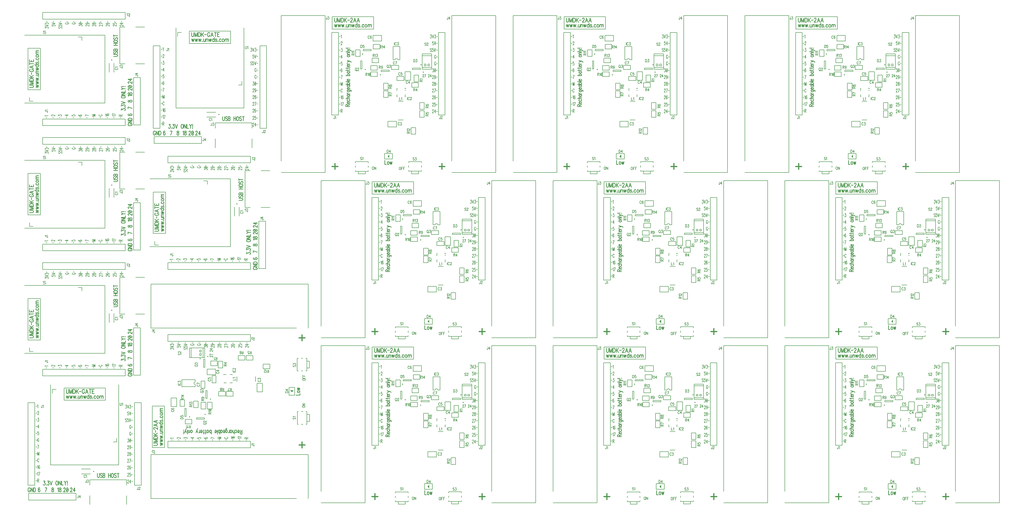
<source format=gbr>
G75*
G71*
%MOMM*%
%OFA0B0*%
%FSLAX53Y53*%
%IPPOS*%
%LPD*%
%ADD20C,0.20000*%
%ADD28O,0.79900X0.79900*%
%ADD41C,0.15700*%
%ADD48O,0.39100X0.39200*%
%ADD49C,0.23500*%
%ADD53C,0.15000*%
%ADD56C,0.19600*%
%ADD78O,0.40000X0.40000*%
%ADD79O,0.39200X0.39100*%
X0000000Y0000000D02*
G75*
G01*
%LPD*%
X0024705Y0011480D02*
D20*
X0021305Y0011480D01*
X0024705Y0013280D02*
X0021305Y0013280D01*
D78*
X0025905Y0012380D03*
X0001250Y0007240D02*
D20*
X0003750Y0007240D01*
X0003750Y0038220D01*
X0001250Y0038220D01*
X0001250Y0007240D01*
X0041250Y0007240D02*
X0043750Y0007240D01*
X0043750Y0038220D01*
X0041250Y0038220D01*
X0041250Y0007240D01*
X0024490Y0000000D02*
X0024490Y0003331D01*
X0038290Y0000000D02*
X0038290Y0003332D01*
X0024490Y0007332D02*
X0024490Y0009282D01*
X0038290Y0009282D01*
X0038290Y0007332D01*
X0001545Y0004125D02*
X0019325Y0004125D01*
X0019325Y0001585D01*
X0001545Y0001585D01*
X0001545Y0004125D01*
X0009750Y0014845D02*
X0035250Y0014845D01*
X0035250Y0045000D01*
X0035250Y0049845D02*
X0009750Y0045000D02*
X0009750Y0014845D01*
X0034500Y0024911D02*
X0034500Y0023483D01*
X0033230Y0023483D02*
X0034500Y0023483D01*
X0010416Y0041767D02*
X0010416Y0043199D01*
X0011841Y0043199D02*
X0010416Y0043199D01*
X0014756Y0043720D02*
X0030315Y0043720D01*
X0030315Y0039116D01*
X0014756Y0039116D01*
X0014756Y0043720D01*
X0022839Y0010808D02*
D41*
X0022801Y0010905D01*
X0022723Y0011002D01*
X0022645Y0011051D01*
X0022490Y0011051D01*
X0022412Y0011002D01*
X0022334Y0010905D01*
X0022295Y0010808D01*
X0022256Y0010662D01*
X0022256Y0010418D01*
X0022295Y0010273D01*
X0022334Y0010176D01*
X0022412Y0010079D01*
X0022490Y0010030D01*
X0022645Y0010030D01*
X0022723Y0010079D01*
X0022801Y0010176D01*
X0022839Y0010273D01*
X0023090Y0010855D02*
X0023169Y0010905D01*
X0023285Y0011049D01*
X0023285Y0010030D01*
X0006619Y0037342D02*
X0006619Y0036565D01*
X0006580Y0036419D01*
X0006541Y0036371D01*
X0006464Y0036321D01*
X0006385Y0036321D01*
X0006308Y0036371D01*
X0006270Y0036419D01*
X0006230Y0036565D01*
X0006230Y0036662D01*
X0006870Y0037147D02*
X0006948Y0037196D01*
X0007065Y0037341D01*
X0007065Y0036321D01*
X0042599Y0006563D02*
X0042599Y0005786D01*
X0042561Y0005640D01*
X0042521Y0005591D01*
X0042444Y0005542D01*
X0042366Y0005542D01*
X0042289Y0005591D01*
X0042250Y0005640D01*
X0042210Y0005786D01*
X0042210Y0005882D01*
X0042890Y0006319D02*
X0042890Y0006367D01*
X0042929Y0006465D01*
X0042967Y0006513D01*
X0043045Y0006562D01*
X0043201Y0006562D01*
X0043278Y0006513D01*
X0043317Y0006465D01*
X0043356Y0006367D01*
X0043356Y0006271D01*
X0043317Y0006173D01*
X0043240Y0006028D01*
X0042850Y0005542D01*
X0043395Y0005542D01*
X0023221Y0009282D02*
X0023221Y0008505D01*
X0023182Y0008359D01*
X0023143Y0008311D01*
X0023066Y0008262D01*
X0022987Y0008262D01*
X0022910Y0008311D01*
X0022872Y0008359D01*
X0022832Y0008505D01*
X0022832Y0008602D01*
X0023550Y0009281D02*
X0023977Y0009281D01*
X0023744Y0008893D01*
X0023861Y0008893D01*
X0023938Y0008844D01*
X0023977Y0008796D01*
X0024017Y0008650D01*
X0024017Y0008554D01*
X0023977Y0008408D01*
X0023900Y0008310D01*
X0023783Y0008262D01*
X0023666Y0008262D01*
X0023550Y0008310D01*
X0023512Y0008359D01*
X0023472Y0008456D01*
X0020196Y0003503D02*
X0020196Y0002726D01*
X0020158Y0002580D01*
X0020118Y0002531D01*
X0020041Y0002482D01*
X0019963Y0002482D01*
X0019885Y0002531D01*
X0019847Y0002580D01*
X0019807Y0002726D01*
X0019807Y0002822D01*
X0020836Y0002482D02*
X0020836Y0003502D01*
X0020447Y0002822D01*
X0021030Y0002822D01*
X0035778Y0038093D02*
X0035778Y0037364D01*
X0035817Y0037218D01*
X0035895Y0037121D01*
X0036012Y0037072D01*
X0036089Y0037072D01*
X0036206Y0037121D01*
X0036284Y0037218D01*
X0036323Y0037364D01*
X0036323Y0038093D01*
X0036574Y0037897D02*
X0036652Y0037947D01*
X0036769Y0038092D01*
X0036769Y0037072D01*
X0038605Y0008955D02*
D56*
X0038605Y0009015D01*
X0038642Y0009138D01*
X0038678Y0009198D01*
X0038751Y0009258D01*
X0038897Y0009258D01*
X0038969Y0009198D01*
X0039006Y0009138D01*
X0039043Y0009015D01*
X0039043Y0008895D01*
X0039006Y0008773D01*
X0038933Y0008591D01*
X0038568Y0007984D01*
X0039079Y0007984D01*
X0039679Y0007984D02*
X0039679Y0009258D01*
X0039314Y0008409D01*
X0039861Y0008409D01*
X0040096Y0008621D02*
X0040517Y0008621D01*
X0038606Y0011495D02*
X0038606Y0011555D01*
X0038642Y0011677D01*
X0038678Y0011737D01*
X0038752Y0011798D01*
X0038897Y0011798D01*
X0038970Y0011737D01*
X0039006Y0011677D01*
X0039043Y0011555D01*
X0039043Y0011434D01*
X0039006Y0011312D01*
X0038934Y0011131D01*
X0038569Y0010523D01*
X0039079Y0010523D01*
X0039752Y0011798D02*
X0039388Y0011798D01*
X0039352Y0011252D01*
X0039388Y0011312D01*
X0039497Y0011374D01*
X0039606Y0011374D01*
X0039716Y0011312D01*
X0039789Y0011191D01*
X0039825Y0011009D01*
X0039825Y0010888D01*
X0039789Y0010706D01*
X0039716Y0010584D01*
X0039606Y0010523D01*
X0039497Y0010523D01*
X0039388Y0010584D01*
X0039352Y0010645D01*
X0039315Y0010766D01*
X0040060Y0011160D02*
X0040482Y0011160D01*
X0038285Y0032095D02*
X0038213Y0032217D01*
X0038104Y0032277D01*
X0037958Y0032277D01*
X0037848Y0032217D01*
X0037775Y0032095D01*
X0037775Y0031974D01*
X0037812Y0031852D01*
X0037848Y0031792D01*
X0037921Y0031731D01*
X0038140Y0031609D01*
X0038213Y0031549D01*
X0038249Y0031487D01*
X0038285Y0031366D01*
X0038285Y0031184D01*
X0038213Y0031063D01*
X0038104Y0031001D01*
X0037958Y0031001D01*
X0037848Y0031063D01*
X0037775Y0031184D01*
X0038958Y0032276D02*
X0038594Y0032276D01*
X0038558Y0031730D01*
X0038594Y0031790D01*
X0038704Y0031852D01*
X0038812Y0031852D01*
X0038922Y0031790D01*
X0038995Y0031670D01*
X0039031Y0031487D01*
X0039031Y0031366D01*
X0038995Y0031184D01*
X0038922Y0031062D01*
X0038812Y0031001D01*
X0038704Y0031001D01*
X0038594Y0031062D01*
X0038558Y0031124D01*
X0038521Y0031244D01*
X0039267Y0032277D02*
X0039558Y0031001D01*
X0039849Y0032277D01*
X0040085Y0031639D02*
X0040506Y0031639D01*
X0039006Y0034817D02*
X0038642Y0034817D01*
X0038606Y0034271D01*
X0038642Y0034331D01*
X0038752Y0034393D01*
X0038860Y0034393D01*
X0038970Y0034331D01*
X0039043Y0034210D01*
X0039079Y0034028D01*
X0039079Y0033907D01*
X0039043Y0033724D01*
X0038970Y0033602D01*
X0038860Y0033542D01*
X0038752Y0033542D01*
X0038642Y0033602D01*
X0038606Y0033664D01*
X0038569Y0033785D01*
X0039314Y0034818D02*
X0039606Y0033542D01*
X0039897Y0034818D01*
X0040133Y0034179D02*
X0040554Y0034179D01*
X0037848Y0037357D02*
X0038248Y0037357D01*
X0038030Y0036871D01*
X0038140Y0036871D01*
X0038212Y0036811D01*
X0038248Y0036751D01*
X0038285Y0036568D01*
X0038285Y0036447D01*
X0038248Y0036265D01*
X0038176Y0036143D01*
X0038066Y0036082D01*
X0037957Y0036082D01*
X0037848Y0036143D01*
X0037812Y0036205D01*
X0037775Y0036325D01*
X0038521Y0037359D02*
X0038812Y0036082D01*
X0039104Y0037359D01*
X0039412Y0037357D02*
X0039812Y0037357D01*
X0039594Y0036871D01*
X0039704Y0036871D01*
X0039776Y0036811D01*
X0039812Y0036751D01*
X0039849Y0036568D01*
X0039849Y0036447D01*
X0039812Y0036265D01*
X0039740Y0036143D01*
X0039630Y0036082D01*
X0039521Y0036082D01*
X0039412Y0036143D01*
X0039376Y0036205D01*
X0039339Y0036325D01*
X0040085Y0036720D02*
X0040506Y0036720D01*
X0039909Y0029435D02*
X0039873Y0029556D01*
X0039800Y0029678D01*
X0039727Y0029738D01*
X0039582Y0029738D01*
X0039508Y0029678D01*
X0039436Y0029556D01*
X0039399Y0029435D01*
X0039363Y0029252D01*
X0039363Y0028948D01*
X0039399Y0028767D01*
X0039436Y0028644D01*
X0039508Y0028524D01*
X0039582Y0028462D01*
X0039727Y0028462D01*
X0039800Y0028524D01*
X0039873Y0028644D01*
X0039909Y0028767D01*
X0039909Y0028948D01*
X0039727Y0028948D01*
X0040145Y0029099D02*
X0040566Y0029099D01*
X0039909Y0026895D02*
X0039873Y0027016D01*
X0039800Y0027138D01*
X0039727Y0027198D01*
X0039582Y0027198D01*
X0039508Y0027138D01*
X0039436Y0027016D01*
X0039399Y0026895D01*
X0039363Y0026712D01*
X0039363Y0026408D01*
X0039399Y0026227D01*
X0039436Y0026104D01*
X0039508Y0025984D01*
X0039582Y0025922D01*
X0039727Y0025922D01*
X0039800Y0025984D01*
X0039873Y0026104D01*
X0039909Y0026227D01*
X0039909Y0026408D01*
X0039727Y0026408D01*
X0040145Y0026559D02*
X0040566Y0026559D01*
X0038642Y0024657D02*
X0039042Y0024657D01*
X0038824Y0024171D01*
X0038934Y0024171D01*
X0039006Y0024111D01*
X0039042Y0024050D01*
X0039079Y0023868D01*
X0039079Y0023747D01*
X0039042Y0023564D01*
X0038970Y0023442D01*
X0038860Y0023382D01*
X0038751Y0023382D01*
X0038642Y0023442D01*
X0038606Y0023504D01*
X0038569Y0023625D01*
X0039534Y0024657D02*
X0039424Y0024596D01*
X0039351Y0024414D01*
X0039315Y0024111D01*
X0039315Y0023928D01*
X0039351Y0023625D01*
X0039424Y0023442D01*
X0039534Y0023382D01*
X0039606Y0023382D01*
X0039716Y0023442D01*
X0039788Y0023625D01*
X0039825Y0023928D01*
X0039825Y0024111D01*
X0039788Y0024414D01*
X0039716Y0024596D01*
X0039606Y0024657D01*
X0039534Y0024657D01*
X0039788Y0024414D02*
X0039351Y0023625D01*
X0040060Y0024019D02*
X0040482Y0024019D01*
X0038606Y0021813D02*
X0038606Y0021874D01*
X0038642Y0021996D01*
X0038678Y0022056D01*
X0038752Y0022117D01*
X0038897Y0022117D01*
X0038970Y0022056D01*
X0039006Y0021996D01*
X0039043Y0021874D01*
X0039043Y0021753D01*
X0039006Y0021631D01*
X0038934Y0021450D01*
X0038569Y0020842D01*
X0039079Y0020842D01*
X0039789Y0021693D02*
X0039752Y0021510D01*
X0039679Y0021388D01*
X0039570Y0021328D01*
X0039534Y0021328D01*
X0039424Y0021388D01*
X0039352Y0021510D01*
X0039315Y0021693D01*
X0039315Y0021753D01*
X0039352Y0021936D01*
X0039424Y0022056D01*
X0039534Y0022117D01*
X0039570Y0022117D01*
X0039679Y0022056D01*
X0039752Y0021936D01*
X0039789Y0021693D01*
X0039789Y0021388D01*
X0039752Y0021085D01*
X0039679Y0020902D01*
X0039570Y0020842D01*
X0039497Y0020842D01*
X0039388Y0020902D01*
X0039352Y0021024D01*
X0040024Y0021479D02*
X0040445Y0021479D01*
X0038606Y0019273D02*
X0038606Y0019334D01*
X0038642Y0019456D01*
X0038678Y0019516D01*
X0038752Y0019577D01*
X0038897Y0019577D01*
X0038970Y0019516D01*
X0039006Y0019456D01*
X0039043Y0019334D01*
X0039043Y0019213D01*
X0039006Y0019091D01*
X0038934Y0018910D01*
X0038569Y0018302D01*
X0039079Y0018302D01*
X0039497Y0019577D02*
X0039388Y0019516D01*
X0039351Y0019396D01*
X0039351Y0019273D01*
X0039388Y0019153D01*
X0039460Y0019091D01*
X0039606Y0019031D01*
X0039716Y0018970D01*
X0039788Y0018848D01*
X0039824Y0018727D01*
X0039824Y0018545D01*
X0039788Y0018424D01*
X0039752Y0018362D01*
X0039642Y0018302D01*
X0039497Y0018302D01*
X0039388Y0018362D01*
X0039351Y0018424D01*
X0039315Y0018545D01*
X0039315Y0018727D01*
X0039351Y0018848D01*
X0039424Y0018970D01*
X0039533Y0019031D01*
X0039679Y0019091D01*
X0039752Y0019153D01*
X0039788Y0019273D01*
X0039788Y0019396D01*
X0039752Y0019516D01*
X0039642Y0019577D01*
X0039497Y0019577D01*
X0040060Y0018939D02*
X0040481Y0018939D01*
X0038606Y0016733D02*
X0038606Y0016794D01*
X0038642Y0016916D01*
X0038678Y0016976D01*
X0038752Y0017037D01*
X0038897Y0017037D01*
X0038970Y0016976D01*
X0039006Y0016916D01*
X0039043Y0016794D01*
X0039043Y0016673D01*
X0039006Y0016551D01*
X0038934Y0016370D01*
X0038569Y0015762D01*
X0039079Y0015762D01*
X0039460Y0015762D02*
X0039825Y0017037D01*
X0039315Y0017037D01*
X0040060Y0016399D02*
X0040482Y0016399D01*
X0038606Y0014193D02*
X0038606Y0014254D01*
X0038642Y0014376D01*
X0038678Y0014436D01*
X0038752Y0014497D01*
X0038897Y0014497D01*
X0038970Y0014436D01*
X0039006Y0014376D01*
X0039043Y0014254D01*
X0039043Y0014133D01*
X0039006Y0014011D01*
X0038934Y0013830D01*
X0038569Y0013222D01*
X0039079Y0013222D01*
X0039752Y0014316D02*
X0039716Y0014436D01*
X0039606Y0014497D01*
X0039534Y0014497D01*
X0039424Y0014436D01*
X0039351Y0014254D01*
X0039315Y0013951D01*
X0039315Y0013647D01*
X0039351Y0013404D01*
X0039424Y0013282D01*
X0039534Y0013222D01*
X0039570Y0013222D01*
X0039679Y0013282D01*
X0039752Y0013404D01*
X0039788Y0013587D01*
X0039788Y0013647D01*
X0039752Y0013830D01*
X0039679Y0013951D01*
X0039570Y0014011D01*
X0039534Y0014011D01*
X0039424Y0013951D01*
X0039351Y0013830D01*
X0039315Y0013647D01*
X0040023Y0013859D02*
X0040444Y0013859D01*
X0004174Y0036878D02*
X0004596Y0036878D01*
X0004831Y0037273D02*
X0004904Y0037334D01*
X0005014Y0037515D01*
X0005014Y0036241D01*
X0004174Y0034338D02*
X0004596Y0034338D01*
X0004868Y0034672D02*
X0004868Y0034733D01*
X0004904Y0034855D01*
X0004940Y0034915D01*
X0005014Y0034975D01*
X0005159Y0034975D01*
X0005232Y0034915D01*
X0005268Y0034855D01*
X0005305Y0034733D01*
X0005305Y0034612D01*
X0005268Y0034490D01*
X0005196Y0034309D01*
X0004831Y0033701D01*
X0005341Y0033701D01*
X0004174Y0031798D02*
X0004596Y0031798D01*
X0004904Y0032435D02*
X0005304Y0032435D01*
X0005086Y0031950D01*
X0005196Y0031950D01*
X0005268Y0031889D01*
X0005304Y0031829D01*
X0005341Y0031646D01*
X0005341Y0031526D01*
X0005304Y0031343D01*
X0005232Y0031221D01*
X0005122Y0031161D01*
X0005013Y0031161D01*
X0004904Y0031221D01*
X0004868Y0031283D01*
X0004831Y0031404D01*
X0004174Y0029258D02*
X0004596Y0029258D01*
X0005196Y0028621D02*
X0005196Y0029895D01*
X0004831Y0029046D01*
X0005378Y0029046D01*
X0004174Y0026718D02*
X0004596Y0026718D01*
X0005268Y0027355D02*
X0004904Y0027355D01*
X0004868Y0026809D01*
X0004904Y0026870D01*
X0005014Y0026931D01*
X0005122Y0026931D01*
X0005232Y0026870D01*
X0005305Y0026749D01*
X0005341Y0026566D01*
X0005341Y0026446D01*
X0005305Y0026263D01*
X0005232Y0026141D01*
X0005122Y0026081D01*
X0005014Y0026081D01*
X0004904Y0026141D01*
X0004868Y0026203D01*
X0004831Y0026324D01*
X0004174Y0024178D02*
X0004596Y0024178D01*
X0005268Y0024634D02*
X0005232Y0024755D01*
X0005122Y0024815D01*
X0005050Y0024815D01*
X0004940Y0024755D01*
X0004867Y0024572D01*
X0004831Y0024269D01*
X0004831Y0023966D01*
X0004867Y0023723D01*
X0004940Y0023601D01*
X0005050Y0023541D01*
X0005086Y0023541D01*
X0005195Y0023601D01*
X0005268Y0023723D01*
X0005304Y0023906D01*
X0005304Y0023966D01*
X0005268Y0024149D01*
X0005195Y0024269D01*
X0005086Y0024330D01*
X0005050Y0024330D01*
X0004940Y0024269D01*
X0004867Y0024149D01*
X0004831Y0023966D01*
X0004174Y0021638D02*
X0004596Y0021638D01*
X0004977Y0021001D02*
X0005341Y0022275D01*
X0004831Y0022275D01*
X0004174Y0019098D02*
X0004596Y0019098D01*
X0005414Y0018461D02*
X0005414Y0019737D01*
X0005122Y0018461D01*
X0004831Y0019737D01*
X0004831Y0018461D01*
X0004174Y0016558D02*
X0004596Y0016558D01*
X0005378Y0016894D02*
X0005341Y0017014D01*
X0005268Y0017136D01*
X0005196Y0017197D01*
X0005050Y0017197D01*
X0004977Y0017136D01*
X0004904Y0017014D01*
X0004867Y0016894D01*
X0004831Y0016711D01*
X0004831Y0016406D01*
X0004867Y0016225D01*
X0004904Y0016103D01*
X0004977Y0015982D01*
X0005050Y0015921D01*
X0005196Y0015921D01*
X0005268Y0015982D01*
X0005341Y0016103D01*
X0005378Y0016225D01*
X0004174Y0014018D02*
X0004596Y0014018D01*
X0004831Y0014412D02*
X0004904Y0014474D01*
X0005014Y0014655D01*
X0005014Y0013381D01*
X0005686Y0014474D02*
X0005650Y0014595D01*
X0005540Y0014655D01*
X0005468Y0014655D01*
X0005358Y0014595D01*
X0005285Y0014412D01*
X0005249Y0014109D01*
X0005249Y0013806D01*
X0005285Y0013563D01*
X0005358Y0013441D01*
X0005468Y0013381D01*
X0005504Y0013381D01*
X0005613Y0013441D01*
X0005686Y0013563D01*
X0005722Y0013746D01*
X0005722Y0013806D01*
X0005686Y0013989D01*
X0005613Y0014109D01*
X0005504Y0014170D01*
X0005468Y0014170D01*
X0005358Y0014109D01*
X0005285Y0013989D01*
X0005249Y0013806D01*
X0015612Y0040825D02*
D49*
X0015845Y0039804D01*
X0016078Y0040825D01*
X0016311Y0039804D01*
X0016544Y0040825D01*
X0016921Y0040825D02*
X0017154Y0039804D01*
X0017387Y0040825D01*
X0017620Y0039804D01*
X0017853Y0040825D01*
X0018230Y0040825D02*
X0018463Y0039804D01*
X0018696Y0040825D01*
X0018929Y0039804D01*
X0019162Y0040825D01*
X0019597Y0039951D02*
X0019539Y0039877D01*
X0019597Y0039804D01*
X0019656Y0039877D01*
X0019597Y0039951D01*
X0020033Y0040825D02*
X0020033Y0040096D01*
X0020091Y0039878D01*
X0020208Y0039804D01*
X0020383Y0039804D01*
X0020499Y0039878D01*
X0020674Y0040096D01*
X0020674Y0040825D02*
X0020674Y0039804D01*
X0021051Y0040825D02*
X0021051Y0039804D01*
X0021051Y0040534D02*
X0021226Y0040753D01*
X0021343Y0040825D01*
X0021517Y0040825D01*
X0021634Y0040753D01*
X0021692Y0040534D01*
X0021692Y0039804D01*
X0022069Y0040825D02*
X0022302Y0039804D01*
X0022535Y0040825D01*
X0022768Y0039804D01*
X0023001Y0040825D01*
X0024077Y0041336D02*
X0024077Y0039804D01*
X0024077Y0040606D02*
X0023961Y0040753D01*
X0023844Y0040825D01*
X0023669Y0040825D01*
X0023553Y0040753D01*
X0023436Y0040606D01*
X0023378Y0040387D01*
X0023378Y0040242D01*
X0023436Y0040023D01*
X0023553Y0039878D01*
X0023669Y0039804D01*
X0023844Y0039804D01*
X0023961Y0039878D01*
X0024077Y0040023D01*
X0025095Y0040606D02*
X0025037Y0040753D01*
X0024862Y0040825D01*
X0024687Y0040825D01*
X0024512Y0040753D01*
X0024454Y0040606D01*
X0024512Y0040461D01*
X0024629Y0040387D01*
X0024920Y0040315D01*
X0025037Y0040242D01*
X0025095Y0040096D01*
X0025095Y0040023D01*
X0025037Y0039878D01*
X0024862Y0039804D01*
X0024687Y0039804D01*
X0024512Y0039878D01*
X0024454Y0040023D01*
X0025530Y0039951D02*
X0025472Y0039877D01*
X0025530Y0039804D01*
X0025589Y0039877D01*
X0025530Y0039951D01*
X0026666Y0040606D02*
X0026549Y0040753D01*
X0026432Y0040825D01*
X0026258Y0040825D01*
X0026141Y0040753D01*
X0026025Y0040606D01*
X0025965Y0040387D01*
X0025965Y0040242D01*
X0026025Y0040023D01*
X0026141Y0039878D01*
X0026258Y0039804D01*
X0026432Y0039804D01*
X0026549Y0039878D01*
X0026666Y0040023D01*
X0027334Y0040825D02*
X0027218Y0040753D01*
X0027101Y0040606D01*
X0027043Y0040387D01*
X0027043Y0040242D01*
X0027101Y0040023D01*
X0027218Y0039878D01*
X0027334Y0039804D01*
X0027509Y0039804D01*
X0027626Y0039878D01*
X0027742Y0040023D01*
X0027801Y0040242D01*
X0027801Y0040387D01*
X0027742Y0040606D01*
X0027626Y0040753D01*
X0027509Y0040825D01*
X0027334Y0040825D01*
X0028178Y0040825D02*
X0028178Y0039804D01*
X0028178Y0040534D02*
X0028353Y0040753D01*
X0028470Y0040825D01*
X0028644Y0040825D01*
X0028761Y0040753D01*
X0028819Y0040534D01*
X0028819Y0039804D01*
X0028819Y0040534D02*
X0028995Y0040753D01*
X0029112Y0040825D01*
X0029286Y0040825D01*
X0029403Y0040753D01*
X0029462Y0040534D01*
X0029462Y0039804D01*
X0015612Y0043241D02*
X0015612Y0042147D01*
X0015670Y0041928D01*
X0015787Y0041784D01*
X0015962Y0041709D01*
X0016078Y0041709D01*
X0016253Y0041784D01*
X0016370Y0041928D01*
X0016428Y0042147D01*
X0016428Y0043241D01*
X0017738Y0041709D02*
X0017738Y0043241D01*
X0017271Y0041709D01*
X0016805Y0043241D01*
X0016805Y0041709D01*
X0018114Y0043241D02*
X0018114Y0041709D01*
X0018522Y0041709D01*
X0018698Y0041784D01*
X0018815Y0041928D01*
X0018873Y0042075D01*
X0018931Y0042292D01*
X0018931Y0042658D01*
X0018873Y0042877D01*
X0018815Y0043022D01*
X0018698Y0043168D01*
X0018522Y0043241D01*
X0018114Y0043241D01*
X0019307Y0043241D02*
X0019307Y0041709D01*
X0020124Y0043241D02*
X0019307Y0042220D01*
X0019598Y0042585D02*
X0020124Y0041709D01*
X0020500Y0042474D02*
X0021174Y0042474D01*
X0022425Y0042877D02*
X0022367Y0043022D01*
X0022250Y0043168D01*
X0022134Y0043241D01*
X0021901Y0043241D01*
X0021784Y0043168D01*
X0021668Y0043022D01*
X0021609Y0042877D01*
X0021551Y0042658D01*
X0021551Y0042292D01*
X0021609Y0042075D01*
X0021668Y0041928D01*
X0021784Y0041784D01*
X0021901Y0041709D01*
X0022134Y0041709D01*
X0022250Y0041784D01*
X0022367Y0041928D01*
X0022425Y0042075D01*
X0022425Y0042292D01*
X0022134Y0042292D01*
X0023736Y0041709D02*
X0023268Y0043241D01*
X0022802Y0041709D01*
X0022977Y0042220D02*
X0023561Y0042220D01*
X0024521Y0043241D02*
X0024521Y0041709D01*
X0024112Y0043241D02*
X0024929Y0043241D01*
X0026063Y0043241D02*
X0025305Y0043241D01*
X0025305Y0041709D01*
X0026063Y0041709D01*
X0025305Y0042511D02*
X0025772Y0042511D01*
X0001993Y0005902D02*
X0001942Y0006047D01*
X0001840Y0006193D01*
X0001738Y0006266D01*
X0001534Y0006266D01*
X0001432Y0006193D01*
X0001330Y0006047D01*
X0001278Y0005902D01*
X0001228Y0005683D01*
X0001228Y0005317D01*
X0001278Y0005100D01*
X0001330Y0004953D01*
X0001432Y0004809D01*
X0001534Y0004734D01*
X0001738Y0004734D01*
X0001840Y0004809D01*
X0001942Y0004953D01*
X0001993Y0005100D01*
X0001993Y0005317D01*
X0001738Y0005317D01*
X0003037Y0006266D02*
X0003037Y0004734D01*
X0002322Y0006266D01*
X0002322Y0004734D01*
X0003366Y0006266D02*
X0003366Y0004734D01*
X0003724Y0004734D01*
X0003877Y0004809D01*
X0003979Y0004953D01*
X0004030Y0005100D01*
X0004081Y0005317D01*
X0004081Y0005683D01*
X0004030Y0005902D01*
X0003979Y0006047D01*
X0003877Y0006193D01*
X0003724Y0006266D01*
X0003366Y0006266D01*
X0005650Y0006047D02*
X0005599Y0006192D01*
X0005446Y0006264D01*
X0005344Y0006264D01*
X0005191Y0006192D01*
X0005088Y0005973D01*
X0005038Y0005609D01*
X0005038Y0005245D01*
X0005088Y0004953D01*
X0005191Y0004807D01*
X0005344Y0004734D01*
X0005395Y0004734D01*
X0005547Y0004807D01*
X0005650Y0004953D01*
X0005700Y0005172D01*
X0005700Y0005245D01*
X0005650Y0005464D01*
X0005547Y0005609D01*
X0005395Y0005681D01*
X0005344Y0005681D01*
X0005191Y0005609D01*
X0005088Y0005464D01*
X0005038Y0005245D01*
X0007782Y0004734D02*
X0008292Y0006264D01*
X0007578Y0006264D01*
X0010372Y0006264D02*
X0010220Y0006192D01*
X0010168Y0006047D01*
X0010168Y0005900D01*
X0010220Y0005755D01*
X0010322Y0005681D01*
X0010526Y0005609D01*
X0010679Y0005536D01*
X0010780Y0005390D01*
X0010831Y0005245D01*
X0010831Y0005026D01*
X0010780Y0004881D01*
X0010730Y0004807D01*
X0010576Y0004734D01*
X0010372Y0004734D01*
X0010220Y0004807D01*
X0010168Y0004881D01*
X0010118Y0005026D01*
X0010118Y0005245D01*
X0010168Y0005390D01*
X0010271Y0005536D01*
X0010423Y0005609D01*
X0010627Y0005681D01*
X0010730Y0005755D01*
X0010780Y0005900D01*
X0010780Y0006047D01*
X0010730Y0006192D01*
X0010576Y0006264D01*
X0010372Y0006264D01*
X0012340Y0005973D02*
X0012443Y0006047D01*
X0012596Y0006264D01*
X0012596Y0004734D01*
X0013180Y0006264D02*
X0013028Y0006192D01*
X0012976Y0006047D01*
X0012976Y0005900D01*
X0013028Y0005755D01*
X0013129Y0005681D01*
X0013333Y0005609D01*
X0013487Y0005536D01*
X0013588Y0005390D01*
X0013639Y0005245D01*
X0013639Y0005026D01*
X0013588Y0004881D01*
X0013537Y0004807D01*
X0013384Y0004734D01*
X0013180Y0004734D01*
X0013028Y0004807D01*
X0012976Y0004881D01*
X0012925Y0005026D01*
X0012925Y0005245D01*
X0012976Y0005390D01*
X0013079Y0005536D01*
X0013231Y0005609D01*
X0013435Y0005681D01*
X0013537Y0005755D01*
X0013588Y0005900D01*
X0013588Y0006047D01*
X0013537Y0006192D01*
X0013384Y0006264D01*
X0013180Y0006264D01*
X0014614Y0005900D02*
X0014614Y0005973D01*
X0014665Y0006119D01*
X0014716Y0006192D01*
X0014818Y0006264D01*
X0015022Y0006264D01*
X0015124Y0006192D01*
X0015175Y0006119D01*
X0015226Y0005973D01*
X0015226Y0005828D01*
X0015175Y0005681D01*
X0015073Y0005464D01*
X0014563Y0004734D01*
X0015277Y0004734D01*
X0015913Y0006264D02*
X0015760Y0006192D01*
X0015657Y0005973D01*
X0015607Y0005609D01*
X0015607Y0005390D01*
X0015657Y0005026D01*
X0015760Y0004807D01*
X0015913Y0004734D01*
X0016015Y0004734D01*
X0016168Y0004807D01*
X0016269Y0005026D01*
X0016321Y0005390D01*
X0016321Y0005609D01*
X0016269Y0005973D01*
X0016168Y0006192D01*
X0016015Y0006264D01*
X0015913Y0006264D01*
X0016269Y0005973D02*
X0015657Y0005026D01*
X0017154Y0005900D02*
X0017154Y0005973D01*
X0017205Y0006119D01*
X0017256Y0006192D01*
X0017358Y0006264D01*
X0017562Y0006264D01*
X0017664Y0006192D01*
X0017715Y0006119D01*
X0017766Y0005973D01*
X0017766Y0005828D01*
X0017715Y0005681D01*
X0017613Y0005464D01*
X0017103Y0004734D01*
X0017817Y0004734D01*
X0018657Y0004734D02*
X0018657Y0006264D01*
X0018147Y0005245D01*
X0018912Y0005245D01*
X0007045Y0008804D02*
X0007605Y0008804D01*
X0007300Y0008221D01*
X0007453Y0008221D01*
X0007555Y0008149D01*
X0007605Y0008076D01*
X0007657Y0007857D01*
X0007657Y0007712D01*
X0007605Y0007493D01*
X0007504Y0007347D01*
X0007351Y0007274D01*
X0007197Y0007274D01*
X0007045Y0007347D01*
X0006994Y0007421D01*
X0006943Y0007566D01*
X0008037Y0007421D02*
X0007987Y0007347D01*
X0008037Y0007274D01*
X0008089Y0007347D01*
X0008037Y0007421D01*
X0008521Y0008804D02*
X0009081Y0008804D01*
X0008776Y0008221D01*
X0008929Y0008221D01*
X0009031Y0008149D01*
X0009081Y0008076D01*
X0009133Y0007857D01*
X0009133Y0007712D01*
X0009081Y0007493D01*
X0008980Y0007347D01*
X0008827Y0007274D01*
X0008673Y0007274D01*
X0008521Y0007347D01*
X0008470Y0007421D01*
X0008419Y0007566D01*
X0009463Y0008806D02*
X0009871Y0007274D01*
X0010279Y0008806D01*
X0011952Y0008806D02*
X0011849Y0008733D01*
X0011748Y0008587D01*
X0011696Y0008442D01*
X0011645Y0008223D01*
X0011645Y0007857D01*
X0011696Y0007640D01*
X0011748Y0007493D01*
X0011849Y0007349D01*
X0011952Y0007274D01*
X0012156Y0007274D01*
X0012257Y0007349D01*
X0012360Y0007493D01*
X0012410Y0007640D01*
X0012461Y0007857D01*
X0012461Y0008223D01*
X0012410Y0008442D01*
X0012360Y0008587D01*
X0012257Y0008733D01*
X0012156Y0008806D01*
X0011952Y0008806D01*
X0013505Y0008806D02*
X0013505Y0007274D01*
X0012790Y0008806D01*
X0012790Y0007274D01*
X0013834Y0008806D02*
X0013834Y0007274D01*
X0014446Y0007274D01*
X0014776Y0008806D02*
X0015184Y0008076D01*
X0015184Y0007274D01*
X0015592Y0008806D02*
X0015184Y0008076D01*
X0015973Y0008804D02*
X0015973Y0007785D01*
X0015973Y0007421D02*
X0015921Y0007347D01*
X0015973Y0007274D01*
X0016024Y0007347D01*
X0015973Y0007421D01*
X0027263Y0011663D02*
X0027263Y0010570D01*
X0027313Y0010351D01*
X0027416Y0010206D01*
X0027569Y0010132D01*
X0027671Y0010132D01*
X0027824Y0010206D01*
X0027926Y0010351D01*
X0027977Y0010570D01*
X0027977Y0011663D01*
X0029021Y0011444D02*
X0028920Y0011591D01*
X0028766Y0011663D01*
X0028562Y0011663D01*
X0028409Y0011591D01*
X0028307Y0011444D01*
X0028307Y0011299D01*
X0028358Y0011153D01*
X0028409Y0011080D01*
X0028511Y0011008D01*
X0028817Y0010861D01*
X0028920Y0010789D01*
X0028970Y0010715D01*
X0029021Y0010570D01*
X0029021Y0010351D01*
X0028920Y0010206D01*
X0028766Y0010132D01*
X0028562Y0010132D01*
X0028409Y0010206D01*
X0028307Y0010351D01*
X0029351Y0011663D02*
X0029351Y0010132D01*
X0029810Y0010132D01*
X0029964Y0010206D01*
X0030014Y0010278D01*
X0030065Y0010423D01*
X0030065Y0010642D01*
X0030014Y0010789D01*
X0029964Y0010861D01*
X0029810Y0010934D01*
X0029964Y0011008D01*
X0030014Y0011080D01*
X0030065Y0011225D01*
X0030065Y0011372D01*
X0030014Y0011517D01*
X0029964Y0011591D01*
X0029810Y0011663D01*
X0029351Y0011663D01*
X0029351Y0010934D02*
X0029810Y0010934D01*
X0031432Y0011663D02*
X0031432Y0010132D01*
X0032146Y0011663D02*
X0032146Y0010132D01*
X0031432Y0010934D02*
X0032146Y0010934D01*
X0032782Y0011663D02*
X0032680Y0011591D01*
X0032578Y0011444D01*
X0032526Y0011299D01*
X0032476Y0011080D01*
X0032476Y0010715D01*
X0032526Y0010497D01*
X0032578Y0010351D01*
X0032680Y0010206D01*
X0032782Y0010132D01*
X0032986Y0010132D01*
X0033088Y0010206D01*
X0033190Y0010351D01*
X0033241Y0010497D01*
X0033292Y0010715D01*
X0033292Y0011080D01*
X0033241Y0011299D01*
X0033190Y0011444D01*
X0033088Y0011591D01*
X0032986Y0011663D01*
X0032782Y0011663D01*
X0034336Y0011444D02*
X0034234Y0011591D01*
X0034081Y0011663D01*
X0033877Y0011663D01*
X0033724Y0011591D01*
X0033621Y0011444D01*
X0033621Y0011299D01*
X0033673Y0011153D01*
X0033724Y0011080D01*
X0033825Y0011008D01*
X0034132Y0010861D01*
X0034234Y0010789D01*
X0034285Y0010715D01*
X0034336Y0010570D01*
X0034336Y0010351D01*
X0034234Y0010206D01*
X0034081Y0010132D01*
X0033877Y0010132D01*
X0033724Y0010206D01*
X0033621Y0010351D01*
X0035022Y0011663D02*
X0035022Y0010132D01*
X0034665Y0011663D02*
X0035380Y0011663D01*
X0004174Y0011478D02*
D56*
X0004596Y0011478D01*
X0004831Y0011873D02*
X0004904Y0011934D01*
X0005014Y0012115D01*
X0005014Y0010841D01*
X0005395Y0010841D02*
X0005759Y0012115D01*
X0005249Y0012115D01*
X0004174Y0008938D02*
X0004596Y0008938D01*
X0004831Y0008969D02*
X0005159Y0008969D01*
X0005268Y0009031D01*
X0005305Y0009091D01*
X0005341Y0009212D01*
X0005341Y0009334D01*
X0005305Y0009455D01*
X0005268Y0009516D01*
X0005159Y0009577D01*
X0004831Y0009577D01*
X0004831Y0008301D01*
X0005086Y0008969D02*
X0005341Y0008301D01*
X0047000Y0000000D02*
G75*
G01*
%LPD*%
D28*
X0102040Y0002250D02*
D20*
X0047390Y0002250D01*
X0047390Y0018750D01*
X0106390Y0018750D01*
X0106390Y0002250D01*
X0069812Y0053828D02*
D53*
X0069812Y0052127D01*
X0072312Y0052127D01*
X0072312Y0053828D01*
X0069812Y0053828D01*
X0089244Y0045501D02*
X0089244Y0042301D01*
X0087144Y0042301D01*
X0087144Y0045501D01*
X0089244Y0045501D01*
X0084760Y0021250D02*
D20*
X0084760Y0023750D01*
X0053780Y0023750D01*
X0053780Y0021250D01*
X0084760Y0021250D01*
X0084760Y0061250D02*
X0084760Y0063750D01*
X0053780Y0063750D01*
X0053780Y0061250D01*
X0084760Y0061250D01*
X0071695Y0048725D02*
D53*
X0071695Y0050825D01*
X0068495Y0050825D01*
X0068495Y0048725D01*
X0071695Y0048725D01*
X0054915Y0036744D02*
X0054915Y0039944D01*
X0057015Y0039944D01*
X0057015Y0036744D01*
X0054915Y0036744D01*
X0071797Y0048339D02*
X0071797Y0045639D01*
X0070297Y0045639D01*
X0070297Y0048339D01*
X0071797Y0048339D01*
X0066170Y0043646D02*
X0066170Y0046346D01*
X0067670Y0046346D01*
X0067670Y0043646D01*
X0066170Y0043646D01*
D79*
X0061895Y0032826D03*
X0060622Y0033059D02*
D20*
X0060622Y0036059D01*
X0060122Y0036059D01*
X0060122Y0033059D01*
X0060622Y0033059D01*
X0101310Y0044000D02*
D53*
X0101310Y0041000D01*
X0099210Y0041000D01*
X0099210Y0044000D01*
X0101310Y0044000D01*
G36*
X0099625Y0042817D02*
X0100896Y0042817D01*
X0100260Y0042183D01*
X0099625Y0042817D01*
G37*
D79*
X0065870Y0054751D03*
X0067143Y0054517D02*
D20*
X0067143Y0051517D01*
X0067643Y0051517D01*
X0067643Y0054517D01*
X0067143Y0054517D01*
X0077883Y0048789D02*
X0077033Y0048789D01*
D78*
X0074783Y0048789D03*
X0077883Y0045689D02*
D20*
X0077033Y0045689D01*
X0075633Y0045689D02*
X0074783Y0045689D01*
X0077883Y0048789D02*
X0077883Y0048639D01*
X0077888Y0045739D02*
X0077883Y0045839D01*
X0074783Y0045689D02*
X0074783Y0045839D01*
X0075633Y0048789D02*
X0075287Y0048789D01*
X0064022Y0046816D02*
X0059022Y0046816D01*
X0064022Y0044215D02*
X0059022Y0044215D01*
X0059022Y0046816D02*
X0059022Y0044215D01*
X0064022Y0046016D02*
X0064022Y0046816D01*
X0064022Y0045015D02*
X0064022Y0044215D01*
X0064022Y0046016D02*
G03*
X0064022Y0045015I0000000J-000500D01*
G01*
X0079621Y0046151D02*
X0079621Y0048057D01*
X0086606Y0046151D02*
X0086606Y0048057D01*
D79*
X0069711Y0039535D03*
X0068437Y0039769D02*
D20*
X0068437Y0042769D01*
X0067937Y0042769D01*
X0067937Y0039769D01*
X0068437Y0039769D01*
X0083149Y0055893D02*
D53*
X0083149Y0054193D01*
X0085649Y0054193D01*
X0085649Y0055893D01*
X0083149Y0055893D01*
X0080132Y0055893D02*
X0080132Y0054193D01*
X0082632Y0054193D01*
X0082632Y0055893D01*
X0080132Y0055893D01*
X0063386Y0036328D02*
X0063386Y0038828D01*
X0065086Y0038828D01*
X0065086Y0036328D01*
X0063386Y0036328D01*
X0058290Y0036819D02*
X0058290Y0039319D01*
X0059990Y0039319D01*
X0059990Y0036819D01*
X0058290Y0036819D01*
X0070295Y0038352D02*
X0070295Y0035852D01*
X0068595Y0035852D01*
X0068595Y0038352D01*
X0070295Y0038352D01*
X0089470Y0052717D02*
X0089470Y0051017D01*
X0091970Y0051017D01*
X0091970Y0052717D01*
X0089470Y0052717D01*
X0074335Y0053750D02*
X0074335Y0051250D01*
X0072635Y0051250D01*
X0072635Y0053750D01*
X0074335Y0053750D01*
X0105879Y0050100D02*
D20*
X0105879Y0054900D01*
X0102279Y0050100D02*
X0102279Y0054900D01*
X0102279Y0050100D02*
X0102650Y0050100D01*
X0103760Y0050100D02*
X0104397Y0050100D01*
X0105879Y0050100D02*
X0105508Y0050100D01*
X0102279Y0054900D02*
X0102650Y0054900D01*
X0103760Y0054900D02*
X0104397Y0054900D01*
X0105879Y0054900D02*
X0105508Y0054900D01*
X0106829Y0051200D02*
X0106829Y0053800D01*
X0106829Y0051200D02*
X0105879Y0051200D01*
X0106829Y0053800D02*
X0105879Y0053800D01*
X0105927Y0030100D02*
X0105927Y0034900D01*
X0102327Y0030100D02*
X0102327Y0034900D01*
X0102327Y0030100D02*
X0102698Y0030100D01*
X0103809Y0030100D02*
X0104445Y0030100D01*
X0105927Y0030100D02*
X0105556Y0030100D01*
X0102327Y0034900D02*
X0102698Y0034900D01*
X0103809Y0034900D02*
X0104445Y0034900D01*
X0105927Y0034900D02*
X0105556Y0034900D01*
X0106877Y0031200D02*
X0106877Y0033800D01*
X0106877Y0031200D02*
X0105927Y0031200D01*
X0106877Y0033800D02*
X0105927Y0033800D01*
D79*
X0067703Y0033824D03*
X0067469Y0032550D02*
D20*
X0064470Y0032550D01*
X0064470Y0032050D01*
X0067469Y0032050D01*
X0067469Y0032550D01*
X0062757Y0030219D02*
D53*
X0062757Y0031919D01*
X0060257Y0031919D01*
X0060257Y0030219D01*
X0062757Y0030219D01*
X0067928Y0038337D02*
X0067928Y0035837D01*
X0066228Y0035837D01*
X0066228Y0038337D01*
X0067928Y0038337D01*
X0067555Y0055148D02*
D20*
X0067555Y0058748D01*
X0061840Y0058748D01*
X0061840Y0055148D01*
X0067555Y0055148D01*
X0066921Y0055148D02*
X0066921Y0058748D01*
X0062474Y0058748D01*
X0062474Y0055148D01*
X0066921Y0055148D01*
X0066285Y0055995D02*
X0066285Y0056630D01*
X0065649Y0056630D01*
X0065649Y0055995D01*
X0066285Y0055995D01*
X0066285Y0057265D02*
X0066285Y0057900D01*
X0065649Y0057900D01*
X0065649Y0057265D01*
X0066285Y0057265D01*
D78*
X0068697Y0055548D03*
X0075686Y0042397D02*
D53*
X0075686Y0040698D01*
X0078186Y0040698D01*
X0078186Y0042397D01*
X0075686Y0042397D01*
X0075314Y0040712D02*
X0075314Y0042413D01*
X0072814Y0042413D01*
X0072814Y0040712D01*
X0075314Y0040712D01*
D28*
X0102040Y0066250D02*
D20*
X0047390Y0066250D01*
X0047390Y0082750D01*
X0106390Y0082750D01*
X0106390Y0066250D01*
X0047867Y0021384D02*
X0047867Y0036943D01*
X0052472Y0036943D01*
X0052472Y0021384D01*
X0047867Y0021384D01*
X0047807Y0019463D02*
D41*
X0048584Y0019463D01*
X0048730Y0019424D01*
X0048779Y0019385D01*
X0048828Y0019307D01*
X0048828Y0019229D01*
X0048779Y0019152D01*
X0048730Y0019113D01*
X0048584Y0019074D01*
X0048488Y0019074D01*
X0047808Y0019792D02*
X0047808Y0020219D01*
X0048197Y0019986D01*
X0048197Y0020103D01*
X0048245Y0020180D01*
X0048294Y0020219D01*
X0048440Y0020258D01*
X0048536Y0020258D01*
X0048682Y0020219D01*
X0048780Y0020141D01*
X0048828Y0020025D01*
X0048828Y0019908D01*
X0048780Y0019792D01*
X0048730Y0019753D01*
X0048634Y0019714D01*
X0072193Y0054777D02*
X0071843Y0054777D01*
X0071726Y0054728D01*
X0071687Y0054679D01*
X0071648Y0054583D01*
X0071648Y0054485D01*
X0071687Y0054389D01*
X0071726Y0054339D01*
X0071843Y0054291D01*
X0072193Y0054291D01*
X0072193Y0055312D01*
X0071920Y0054777D02*
X0071648Y0055312D01*
X0071397Y0054486D02*
X0071319Y0054437D01*
X0071202Y0054292D01*
X0071202Y0055312D01*
X0087804Y0046653D02*
X0087707Y0046614D01*
X0087610Y0046536D01*
X0087561Y0046459D01*
X0087561Y0046303D01*
X0087610Y0046225D01*
X0087707Y0046148D01*
X0087804Y0046108D01*
X0087950Y0046070D01*
X0088194Y0046070D01*
X0088338Y0046108D01*
X0088436Y0046148D01*
X0088533Y0046225D01*
X0088582Y0046303D01*
X0088582Y0046459D01*
X0088533Y0046536D01*
X0088436Y0046614D01*
X0088338Y0046653D01*
X0087562Y0046982D02*
X0087562Y0047409D01*
X0087951Y0047176D01*
X0087951Y0047293D01*
X0087999Y0047370D01*
X0088048Y0047409D01*
X0088194Y0047448D01*
X0088290Y0047448D01*
X0088436Y0047409D01*
X0088534Y0047331D01*
X0088582Y0047214D01*
X0088582Y0047098D01*
X0088534Y0046982D01*
X0088484Y0046943D01*
X0088388Y0046904D01*
X0085154Y0022313D02*
X0085931Y0022313D01*
X0086077Y0022274D01*
X0086125Y0022235D01*
X0086174Y0022157D01*
X0086174Y0022079D01*
X0086125Y0022002D01*
X0086077Y0021963D01*
X0085931Y0021924D01*
X0085834Y0021924D01*
X0085349Y0022564D02*
X0085300Y0022642D01*
X0085155Y0022759D01*
X0086174Y0022759D01*
X0085154Y0061979D02*
X0085931Y0061979D01*
X0086077Y0061941D01*
X0086125Y0061901D01*
X0086174Y0061824D01*
X0086174Y0061746D01*
X0086125Y0061668D01*
X0086077Y0061630D01*
X0085931Y0061590D01*
X0085834Y0061590D01*
X0085397Y0062270D02*
X0085349Y0062270D01*
X0085251Y0062308D01*
X0085203Y0062347D01*
X0085155Y0062425D01*
X0085155Y0062581D01*
X0085203Y0062658D01*
X0085251Y0062697D01*
X0085349Y0062736D01*
X0085446Y0062736D01*
X0085543Y0062697D01*
X0085688Y0062619D01*
X0086174Y0062230D01*
X0086174Y0062775D01*
X0072184Y0049711D02*
X0072087Y0049672D01*
X0071990Y0049594D01*
X0071941Y0049517D01*
X0071941Y0049361D01*
X0071990Y0049283D01*
X0072087Y0049206D01*
X0072184Y0049166D01*
X0072330Y0049127D01*
X0072574Y0049127D01*
X0072718Y0049166D01*
X0072816Y0049206D01*
X0072913Y0049283D01*
X0072962Y0049361D01*
X0072962Y0049517D01*
X0072913Y0049594D01*
X0072816Y0049672D01*
X0072718Y0049711D01*
X0072962Y0050351D02*
X0071942Y0050351D01*
X0072622Y0049962D01*
X0072622Y0050545D01*
X0055257Y0035401D02*
X0055160Y0035362D01*
X0055063Y0035284D01*
X0055014Y0035206D01*
X0055014Y0035051D01*
X0055063Y0034973D01*
X0055160Y0034896D01*
X0055257Y0034856D01*
X0055403Y0034817D01*
X0055647Y0034817D01*
X0055792Y0034856D01*
X0055889Y0034896D01*
X0055986Y0034973D01*
X0056035Y0035051D01*
X0056035Y0035206D01*
X0055986Y0035284D01*
X0055889Y0035362D01*
X0055792Y0035401D01*
X0055160Y0036118D02*
X0055064Y0036079D01*
X0055015Y0035962D01*
X0055015Y0035885D01*
X0055064Y0035768D01*
X0055210Y0035690D01*
X0055452Y0035652D01*
X0055695Y0035652D01*
X0055889Y0035690D01*
X0055987Y0035768D01*
X0056035Y0035885D01*
X0056035Y0035924D01*
X0055987Y0036040D01*
X0055889Y0036118D01*
X0055743Y0036156D01*
X0055695Y0036156D01*
X0055549Y0036118D01*
X0055452Y0036040D01*
X0055404Y0035924D01*
X0055404Y0035885D01*
X0055452Y0035768D01*
X0055549Y0035690D01*
X0055695Y0035652D01*
X0069052Y0046883D02*
X0068956Y0046844D01*
X0068858Y0046766D01*
X0068810Y0046689D01*
X0068810Y0046533D01*
X0068858Y0046455D01*
X0068956Y0046378D01*
X0069052Y0046338D01*
X0069198Y0046299D01*
X0069442Y0046299D01*
X0069587Y0046338D01*
X0069684Y0046378D01*
X0069781Y0046455D01*
X0069830Y0046533D01*
X0069830Y0046689D01*
X0069781Y0046766D01*
X0069684Y0046844D01*
X0069587Y0046883D01*
X0068811Y0047600D02*
X0068811Y0047212D01*
X0069248Y0047173D01*
X0069199Y0047212D01*
X0069150Y0047329D01*
X0069150Y0047444D01*
X0069199Y0047561D01*
X0069296Y0047639D01*
X0069442Y0047678D01*
X0069538Y0047678D01*
X0069684Y0047639D01*
X0069782Y0047561D01*
X0069830Y0047444D01*
X0069830Y0047329D01*
X0069782Y0047212D01*
X0069733Y0047173D01*
X0069636Y0047134D01*
X0064925Y0044890D02*
X0064828Y0044851D01*
X0064730Y0044773D01*
X0064682Y0044696D01*
X0064682Y0044541D01*
X0064730Y0044462D01*
X0064828Y0044385D01*
X0064925Y0044346D01*
X0065071Y0044307D01*
X0065314Y0044307D01*
X0065459Y0044346D01*
X0065557Y0044385D01*
X0065654Y0044462D01*
X0065703Y0044541D01*
X0065703Y0044696D01*
X0065654Y0044773D01*
X0065557Y0044851D01*
X0065459Y0044890D01*
X0065703Y0045297D02*
X0064683Y0045686D01*
X0064683Y0045141D01*
X0058479Y0032087D02*
X0059500Y0032087D01*
X0059500Y0032359D01*
X0059450Y0032476D01*
X0059354Y0032554D01*
X0059256Y0032593D01*
X0059111Y0032631D01*
X0058867Y0032631D01*
X0058721Y0032593D01*
X0058625Y0032554D01*
X0058527Y0032476D01*
X0058479Y0032359D01*
X0058479Y0032087D01*
X0058480Y0033349D02*
X0058480Y0032961D01*
X0058917Y0032922D01*
X0058868Y0032961D01*
X0058819Y0033077D01*
X0058819Y0033193D01*
X0058868Y0033310D01*
X0058965Y0033388D01*
X0059111Y0033427D01*
X0059208Y0033427D01*
X0059354Y0033388D01*
X0059451Y0033310D01*
X0059500Y0033193D01*
X0059500Y0033077D01*
X0059451Y0032961D01*
X0059402Y0032922D01*
X0059305Y0032882D01*
X0097881Y0041969D02*
X0098902Y0041969D01*
X0098902Y0042242D01*
X0098852Y0042359D01*
X0098756Y0042437D01*
X0098658Y0042475D01*
X0098513Y0042514D01*
X0098269Y0042514D01*
X0098123Y0042475D01*
X0098027Y0042437D01*
X0097929Y0042359D01*
X0097881Y0042242D01*
X0097881Y0041969D01*
X0098902Y0043154D02*
X0097882Y0043154D01*
X0098561Y0042765D01*
X0098561Y0043348D01*
X0063868Y0051927D02*
X0064889Y0051927D01*
X0064889Y0052199D01*
X0064840Y0052316D01*
X0064743Y0052394D01*
X0064646Y0052433D01*
X0064501Y0052471D01*
X0064257Y0052471D01*
X0064111Y0052433D01*
X0064014Y0052394D01*
X0063917Y0052316D01*
X0063868Y0052199D01*
X0063868Y0051927D01*
X0063870Y0052800D02*
X0063870Y0053227D01*
X0064258Y0052995D01*
X0064258Y0053111D01*
X0064306Y0053189D01*
X0064355Y0053227D01*
X0064501Y0053267D01*
X0064597Y0053267D01*
X0064743Y0053227D01*
X0064841Y0053150D01*
X0064889Y0053033D01*
X0064889Y0052916D01*
X0064841Y0052800D01*
X0064792Y0052762D01*
X0064695Y0052722D01*
X0078088Y0049600D02*
X0079109Y0049600D01*
X0078330Y0050434D02*
X0078234Y0050395D01*
X0078136Y0050317D01*
X0078088Y0050240D01*
X0078088Y0050084D01*
X0078136Y0050006D01*
X0078234Y0049929D01*
X0078330Y0049889D01*
X0078476Y0049851D01*
X0078720Y0049851D01*
X0078865Y0049889D01*
X0078963Y0049929D01*
X0079059Y0050006D01*
X0079109Y0050084D01*
X0079109Y0050240D01*
X0079059Y0050317D01*
X0078963Y0050395D01*
X0078865Y0050434D01*
X0078331Y0050724D02*
X0078283Y0050724D01*
X0078185Y0050763D01*
X0078137Y0050801D01*
X0078089Y0050880D01*
X0078089Y0051035D01*
X0078137Y0051112D01*
X0078185Y0051151D01*
X0078283Y0051190D01*
X0078380Y0051190D01*
X0078477Y0051151D01*
X0078622Y0051074D01*
X0079109Y0050685D01*
X0079109Y0051229D01*
X0057534Y0044701D02*
X0058555Y0044701D01*
X0057776Y0045535D02*
X0057680Y0045496D01*
X0057582Y0045418D01*
X0057534Y0045341D01*
X0057534Y0045185D01*
X0057582Y0045107D01*
X0057680Y0045030D01*
X0057776Y0044990D01*
X0057922Y0044952D01*
X0058166Y0044952D01*
X0058311Y0044990D01*
X0058409Y0045030D01*
X0058505Y0045107D01*
X0058555Y0045185D01*
X0058555Y0045341D01*
X0058505Y0045418D01*
X0058409Y0045496D01*
X0058311Y0045535D01*
X0057535Y0045864D02*
X0057535Y0046291D01*
X0057924Y0046058D01*
X0057924Y0046175D01*
X0057972Y0046252D01*
X0058020Y0046291D01*
X0058166Y0046330D01*
X0058263Y0046330D01*
X0058409Y0046291D01*
X0058506Y0046214D01*
X0058555Y0046097D01*
X0058555Y0045980D01*
X0058506Y0045864D01*
X0058457Y0045825D01*
X0058360Y0045786D01*
X0078133Y0046648D02*
X0079154Y0046648D01*
X0079154Y0047114D01*
X0078329Y0047365D02*
X0078279Y0047443D01*
X0078134Y0047560D01*
X0079154Y0047560D01*
X0065977Y0042166D02*
X0066024Y0042089D01*
X0066122Y0042011D01*
X0066219Y0041972D01*
X0066365Y0041932D01*
X0066608Y0041932D01*
X0066754Y0041972D01*
X0066851Y0042011D01*
X0066948Y0042089D01*
X0066997Y0042166D01*
X0066997Y0042321D01*
X0066948Y0042400D01*
X0066851Y0042477D01*
X0066754Y0042515D01*
X0066608Y0042555D01*
X0066365Y0042555D01*
X0066219Y0042515D01*
X0066122Y0042477D01*
X0066024Y0042400D01*
X0065977Y0042321D01*
X0065977Y0042166D01*
X0066802Y0042283D02*
X0067094Y0042515D01*
X0065978Y0042884D02*
X0065978Y0043311D01*
X0066366Y0043078D01*
X0066366Y0043195D01*
X0066415Y0043272D01*
X0066463Y0043311D01*
X0066609Y0043350D01*
X0066706Y0043350D01*
X0066852Y0043311D01*
X0066949Y0043234D01*
X0066998Y0043117D01*
X0066998Y0043000D01*
X0066949Y0042884D01*
X0066900Y0042846D01*
X0066803Y0042806D01*
X0085069Y0057001D02*
X0084719Y0057001D01*
X0084602Y0056952D01*
X0084563Y0056903D01*
X0084524Y0056807D01*
X0084524Y0056709D01*
X0084563Y0056612D01*
X0084602Y0056563D01*
X0084719Y0056515D01*
X0085069Y0056515D01*
X0085069Y0057536D01*
X0084796Y0057001D02*
X0084524Y0057536D01*
X0083807Y0056516D02*
X0084195Y0056516D01*
X0084234Y0056953D01*
X0084195Y0056904D01*
X0084078Y0056855D01*
X0083962Y0056855D01*
X0083846Y0056904D01*
X0083767Y0057001D01*
X0083729Y0057147D01*
X0083729Y0057244D01*
X0083767Y0057390D01*
X0083846Y0057487D01*
X0083962Y0057536D01*
X0084078Y0057536D01*
X0084195Y0057487D01*
X0084234Y0057438D01*
X0084273Y0057341D01*
X0082032Y0057001D02*
X0081683Y0057001D01*
X0081566Y0056952D01*
X0081527Y0056903D01*
X0081488Y0056807D01*
X0081488Y0056709D01*
X0081527Y0056612D01*
X0081566Y0056563D01*
X0081683Y0056515D01*
X0082032Y0056515D01*
X0082032Y0057536D01*
X0081760Y0057001D02*
X0081488Y0057536D01*
X0080771Y0056661D02*
X0080809Y0056564D01*
X0080926Y0056516D01*
X0081003Y0056516D01*
X0081120Y0056564D01*
X0081198Y0056710D01*
X0081237Y0056953D01*
X0081237Y0057195D01*
X0081198Y0057390D01*
X0081120Y0057487D01*
X0081003Y0057536D01*
X0080965Y0057536D01*
X0080849Y0057487D01*
X0080771Y0057390D01*
X0080732Y0057244D01*
X0080732Y0057195D01*
X0080771Y0057049D01*
X0080849Y0056953D01*
X0080965Y0056904D01*
X0081003Y0056904D01*
X0081120Y0056953D01*
X0081198Y0057049D01*
X0081237Y0057195D01*
X0062384Y0036685D02*
X0062384Y0037035D01*
X0062335Y0037152D01*
X0062286Y0037191D01*
X0062190Y0037230D01*
X0062092Y0037230D01*
X0061995Y0037191D01*
X0061946Y0037152D01*
X0061898Y0037035D01*
X0061898Y0036685D01*
X0062919Y0036685D01*
X0062384Y0036958D02*
X0062919Y0037230D01*
X0062093Y0037481D02*
X0062044Y0037559D01*
X0061899Y0037676D01*
X0062919Y0037676D01*
X0061899Y0038005D02*
X0061899Y0038432D01*
X0062287Y0038199D01*
X0062287Y0038316D01*
X0062336Y0038393D01*
X0062384Y0038432D01*
X0062530Y0038471D01*
X0062627Y0038471D01*
X0062773Y0038432D01*
X0062870Y0038354D01*
X0062919Y0038238D01*
X0062919Y0038121D01*
X0062870Y0038005D01*
X0062821Y0037966D01*
X0062724Y0037927D01*
X0059193Y0039380D02*
X0059193Y0039729D01*
X0059144Y0039846D01*
X0059096Y0039886D01*
X0058999Y0039924D01*
X0058901Y0039924D01*
X0058805Y0039886D01*
X0058755Y0039846D01*
X0058707Y0039729D01*
X0058707Y0039380D01*
X0059728Y0039380D01*
X0059193Y0039652D02*
X0059728Y0039924D01*
X0058903Y0040175D02*
X0058853Y0040253D01*
X0058708Y0040370D01*
X0059728Y0040370D01*
X0059728Y0041010D02*
X0058708Y0041010D01*
X0059388Y0040621D01*
X0059388Y0041204D01*
X0069498Y0033987D02*
X0069498Y0034336D01*
X0069449Y0034453D01*
X0069401Y0034492D01*
X0069304Y0034531D01*
X0069206Y0034531D01*
X0069110Y0034492D01*
X0069060Y0034453D01*
X0069012Y0034336D01*
X0069012Y0033987D01*
X0070033Y0033987D01*
X0069498Y0034259D02*
X0070033Y0034531D01*
X0069207Y0034782D02*
X0069158Y0034860D01*
X0069013Y0034977D01*
X0070033Y0034977D01*
X0069013Y0035461D02*
X0069061Y0035345D01*
X0069207Y0035267D01*
X0069450Y0035228D01*
X0069596Y0035228D01*
X0069839Y0035267D01*
X0069985Y0035345D01*
X0070033Y0035461D01*
X0070033Y0035539D01*
X0069985Y0035656D01*
X0069839Y0035733D01*
X0069596Y0035772D01*
X0069450Y0035772D01*
X0069207Y0035733D01*
X0069061Y0035656D01*
X0069013Y0035539D01*
X0069013Y0035461D01*
X0069207Y0035733D02*
X0069839Y0035267D01*
X0091612Y0050016D02*
X0091263Y0050016D01*
X0091146Y0049966D01*
X0091107Y0049918D01*
X0091068Y0049821D01*
X0091068Y0049724D01*
X0091107Y0049627D01*
X0091146Y0049578D01*
X0091263Y0049529D01*
X0091612Y0049529D01*
X0091612Y0050550D01*
X0091340Y0050016D02*
X0091068Y0050550D01*
X0090817Y0049725D02*
X0090739Y0049675D01*
X0090622Y0049530D01*
X0090622Y0050550D01*
X0090332Y0049773D02*
X0090332Y0049725D01*
X0090293Y0049627D01*
X0090254Y0049579D01*
X0090176Y0049530D01*
X0090021Y0049530D01*
X0089943Y0049579D01*
X0089905Y0049627D01*
X0089865Y0049725D01*
X0089865Y0049821D01*
X0089905Y0049919D01*
X0089982Y0050064D01*
X0090371Y0050550D01*
X0089827Y0050550D01*
X0075285Y0051969D02*
X0075285Y0052318D01*
X0075235Y0052435D01*
X0075187Y0052475D01*
X0075091Y0052513D01*
X0074993Y0052513D01*
X0074896Y0052475D01*
X0074847Y0052435D01*
X0074799Y0052318D01*
X0074799Y0051969D01*
X0075819Y0051969D01*
X0075285Y0052241D02*
X0075819Y0052513D01*
X0075819Y0053153D02*
X0074800Y0053153D01*
X0075479Y0052764D01*
X0075479Y0053348D01*
X0100888Y0052216D02*
X0100790Y0052139D01*
X0100742Y0052022D01*
X0100742Y0051866D01*
X0100790Y0051749D01*
X0100888Y0051671D01*
X0100984Y0051671D01*
X0101082Y0051711D01*
X0101130Y0051749D01*
X0101178Y0051827D01*
X0101276Y0052060D01*
X0101324Y0052139D01*
X0101374Y0052177D01*
X0101470Y0052216D01*
X0101616Y0052216D01*
X0101713Y0052139D01*
X0101762Y0052022D01*
X0101762Y0051866D01*
X0101713Y0051749D01*
X0101616Y0051671D01*
X0100743Y0052545D02*
X0100743Y0052972D01*
X0101131Y0052739D01*
X0101131Y0052856D01*
X0101180Y0052933D01*
X0101228Y0052972D01*
X0101374Y0053011D01*
X0101470Y0053011D01*
X0101616Y0052972D01*
X0101714Y0052894D01*
X0101762Y0052778D01*
X0101762Y0052661D01*
X0101714Y0052545D01*
X0101665Y0052506D01*
X0101568Y0052467D01*
X0104315Y0046744D02*
X0104364Y0046666D01*
X0104461Y0046589D01*
X0104558Y0046549D01*
X0104704Y0046511D01*
X0104948Y0046511D01*
X0105093Y0046549D01*
X0105190Y0046589D01*
X0105287Y0046666D01*
X0105336Y0046744D01*
X0105336Y0046900D01*
X0105287Y0046977D01*
X0105190Y0047055D01*
X0105093Y0047094D01*
X0104948Y0047132D01*
X0104704Y0047132D01*
X0104558Y0047094D01*
X0104461Y0047055D01*
X0104364Y0046977D01*
X0104315Y0046900D01*
X0104315Y0046744D01*
X0104315Y0047889D02*
X0104315Y0047383D01*
X0105336Y0047383D01*
X0104802Y0047383D02*
X0104802Y0047694D01*
X0104315Y0048646D02*
X0104315Y0048140D01*
X0105336Y0048140D01*
X0104802Y0048140D02*
X0104802Y0048451D01*
X0100777Y0032549D02*
X0100679Y0032472D01*
X0100631Y0032355D01*
X0100631Y0032200D01*
X0100679Y0032083D01*
X0100777Y0032005D01*
X0100874Y0032005D01*
X0100971Y0032044D01*
X0101020Y0032083D01*
X0101068Y0032160D01*
X0101166Y0032394D01*
X0101214Y0032472D01*
X0101263Y0032511D01*
X0101360Y0032549D01*
X0101506Y0032549D01*
X0101603Y0032472D01*
X0101652Y0032355D01*
X0101652Y0032200D01*
X0101603Y0032083D01*
X0101506Y0032005D01*
X0100827Y0032800D02*
X0100777Y0032878D01*
X0100632Y0032995D01*
X0101652Y0032995D01*
X0104205Y0036629D02*
X0104253Y0036551D01*
X0104351Y0036474D01*
X0104448Y0036434D01*
X0104594Y0036396D01*
X0104837Y0036396D01*
X0104982Y0036434D01*
X0105080Y0036474D01*
X0105177Y0036551D01*
X0105226Y0036629D01*
X0105226Y0036785D01*
X0105177Y0036862D01*
X0105080Y0036940D01*
X0104982Y0036979D01*
X0104837Y0037017D01*
X0104594Y0037017D01*
X0104448Y0036979D01*
X0104351Y0036940D01*
X0104253Y0036862D01*
X0104205Y0036785D01*
X0104205Y0036629D01*
X0104205Y0037813D02*
X0105226Y0037813D01*
X0104205Y0037268D01*
X0105226Y0037268D01*
X0067109Y0030260D02*
X0067156Y0030182D01*
X0067254Y0030104D01*
X0067352Y0030066D01*
X0067498Y0030026D01*
X0067740Y0030026D01*
X0067886Y0030066D01*
X0067983Y0030104D01*
X0068081Y0030182D01*
X0068129Y0030260D01*
X0068129Y0030415D01*
X0068081Y0030493D01*
X0067983Y0030570D01*
X0067886Y0030609D01*
X0067740Y0030649D01*
X0067498Y0030649D01*
X0067352Y0030609D01*
X0067254Y0030570D01*
X0067156Y0030493D01*
X0067109Y0030415D01*
X0067109Y0030260D01*
X0067935Y0030376D02*
X0068227Y0030609D01*
X0067353Y0030939D02*
X0067305Y0030939D01*
X0067207Y0030978D01*
X0067159Y0031016D01*
X0067110Y0031095D01*
X0067110Y0031250D01*
X0067159Y0031327D01*
X0067207Y0031366D01*
X0067305Y0031405D01*
X0067401Y0031405D01*
X0067499Y0031366D01*
X0067644Y0031289D01*
X0068130Y0030900D01*
X0068130Y0031444D01*
X0062225Y0029217D02*
X0061875Y0029217D01*
X0061759Y0029168D01*
X0061719Y0029119D01*
X0061680Y0029023D01*
X0061680Y0028925D01*
X0061719Y0028829D01*
X0061759Y0028779D01*
X0061875Y0028731D01*
X0062225Y0028731D01*
X0062225Y0029752D01*
X0061953Y0029217D02*
X0061680Y0029752D01*
X0061429Y0028926D02*
X0061351Y0028877D01*
X0061234Y0028732D01*
X0061234Y0029752D01*
X0060983Y0028926D02*
X0060905Y0028877D01*
X0060788Y0028732D01*
X0060788Y0029752D01*
X0066814Y0038976D02*
X0066814Y0039326D01*
X0066765Y0039443D01*
X0066717Y0039482D01*
X0066620Y0039521D01*
X0066522Y0039521D01*
X0066426Y0039482D01*
X0066376Y0039443D01*
X0066328Y0039326D01*
X0066328Y0038976D01*
X0067349Y0038976D01*
X0066814Y0039249D02*
X0067349Y0039521D01*
X0066668Y0040278D02*
X0066814Y0040238D01*
X0066912Y0040161D01*
X0066960Y0040044D01*
X0066960Y0040005D01*
X0066912Y0039889D01*
X0066814Y0039811D01*
X0066668Y0039772D01*
X0066620Y0039772D01*
X0066474Y0039811D01*
X0066377Y0039889D01*
X0066329Y0040005D01*
X0066329Y0040044D01*
X0066377Y0040161D01*
X0066474Y0040238D01*
X0066668Y0040278D01*
X0066912Y0040278D01*
X0067155Y0040238D01*
X0067301Y0040161D01*
X0067349Y0040044D01*
X0067349Y0039967D01*
X0067301Y0039850D01*
X0067203Y0039811D01*
X0057798Y0056663D02*
X0057701Y0056586D01*
X0057652Y0056469D01*
X0057652Y0056314D01*
X0057701Y0056197D01*
X0057798Y0056119D01*
X0057895Y0056119D01*
X0057993Y0056158D01*
X0058041Y0056197D01*
X0058089Y0056274D01*
X0058187Y0056508D01*
X0058235Y0056586D01*
X0058285Y0056624D01*
X0058381Y0056663D01*
X0058527Y0056663D01*
X0058624Y0056586D01*
X0058673Y0056469D01*
X0058673Y0056314D01*
X0058624Y0056197D01*
X0058527Y0056119D01*
X0057896Y0056954D02*
X0057848Y0056954D01*
X0057750Y0056992D01*
X0057702Y0057031D01*
X0057654Y0057109D01*
X0057654Y0057264D01*
X0057702Y0057342D01*
X0057750Y0057380D01*
X0057848Y0057420D01*
X0057944Y0057420D01*
X0058042Y0057380D01*
X0058187Y0057303D01*
X0058673Y0056914D01*
X0058673Y0057459D01*
X0077606Y0043188D02*
X0077257Y0043188D01*
X0077140Y0043139D01*
X0077100Y0043091D01*
X0077062Y0042994D01*
X0077062Y0042896D01*
X0077100Y0042800D01*
X0077140Y0042750D01*
X0077257Y0042702D01*
X0077606Y0042702D01*
X0077606Y0043723D01*
X0077334Y0043188D02*
X0077062Y0043723D01*
X0076655Y0043723D02*
X0076266Y0042703D01*
X0076811Y0042703D01*
X0074733Y0043203D02*
X0074384Y0043203D01*
X0074267Y0043154D01*
X0074227Y0043106D01*
X0074189Y0043009D01*
X0074189Y0042911D01*
X0074227Y0042815D01*
X0074267Y0042765D01*
X0074384Y0042717D01*
X0074733Y0042717D01*
X0074733Y0043738D01*
X0074461Y0043203D02*
X0074189Y0043738D01*
X0073744Y0042718D02*
X0073860Y0042767D01*
X0073899Y0042863D01*
X0073899Y0042961D01*
X0073860Y0043057D01*
X0073782Y0043107D01*
X0073627Y0043155D01*
X0073510Y0043203D01*
X0073433Y0043301D01*
X0073394Y0043398D01*
X0073394Y0043544D01*
X0073433Y0043640D01*
X0073471Y0043690D01*
X0073588Y0043738D01*
X0073744Y0043738D01*
X0073860Y0043690D01*
X0073899Y0043640D01*
X0073938Y0043544D01*
X0073938Y0043398D01*
X0073899Y0043301D01*
X0073821Y0043203D01*
X0073705Y0043155D01*
X0073550Y0043107D01*
X0073471Y0043057D01*
X0073433Y0042961D01*
X0073433Y0042863D01*
X0073471Y0042767D01*
X0073588Y0042718D01*
X0073744Y0042718D01*
X0047807Y0064868D02*
X0048584Y0064868D01*
X0048730Y0064829D01*
X0048779Y0064790D01*
X0048828Y0064712D01*
X0048828Y0064634D01*
X0048779Y0064557D01*
X0048730Y0064518D01*
X0048584Y0064479D01*
X0048488Y0064479D01*
X0048828Y0065508D02*
X0047808Y0065508D01*
X0048488Y0065119D01*
X0048488Y0065702D01*
X0069771Y0055357D02*
X0069723Y0055357D01*
X0069625Y0055391D01*
X0069577Y0055425D01*
X0069529Y0055493D01*
X0069529Y0055629D01*
X0069577Y0055697D01*
X0069625Y0055730D01*
X0069723Y0055765D01*
X0069820Y0055765D01*
X0069917Y0055730D01*
X0070062Y0055663D01*
X0070549Y0055322D01*
X0070549Y0055799D01*
X0070549Y0056154D02*
X0069529Y0056495D01*
X0069529Y0056018D01*
X0069771Y0057440D02*
X0069723Y0057440D01*
X0069625Y0057474D01*
X0069577Y0057508D01*
X0069529Y0057576D01*
X0069529Y0057712D01*
X0069577Y0057780D01*
X0069625Y0057814D01*
X0069723Y0057848D01*
X0069820Y0057848D01*
X0069917Y0057814D01*
X0070062Y0057746D01*
X0070549Y0057406D01*
X0070549Y0057882D01*
X0070549Y0058442D02*
X0069529Y0058442D01*
X0070208Y0058102D01*
X0070208Y0058612D01*
X0101769Y0041071D02*
D49*
X0103301Y0041071D01*
X0103301Y0041683D01*
X0102280Y0042267D02*
X0102352Y0042166D01*
X0102499Y0042063D01*
X0102718Y0042012D01*
X0102863Y0042012D01*
X0103082Y0042063D01*
X0103226Y0042166D01*
X0103301Y0042267D01*
X0103301Y0042420D01*
X0103226Y0042523D01*
X0103082Y0042624D01*
X0102863Y0042676D01*
X0102718Y0042676D01*
X0102499Y0042624D01*
X0102352Y0042523D01*
X0102280Y0042420D01*
X0102280Y0042267D01*
X0102280Y0043006D02*
X0103301Y0043210D01*
X0102280Y0043414D01*
X0103301Y0043618D01*
X0102280Y0043822D01*
X0081533Y0027153D02*
X0081074Y0027153D01*
X0080921Y0027079D01*
X0080869Y0027007D01*
X0080818Y0026862D01*
X0080818Y0026715D01*
X0080869Y0026570D01*
X0080921Y0026496D01*
X0081074Y0026424D01*
X0081533Y0026424D01*
X0081533Y0027955D01*
X0081176Y0027153D02*
X0080818Y0027955D01*
X0080489Y0027372D02*
X0079877Y0027372D01*
X0079877Y0027226D01*
X0079928Y0027079D01*
X0079978Y0027007D01*
X0080081Y0026934D01*
X0080234Y0026934D01*
X0080336Y0027007D01*
X0080438Y0027153D01*
X0080489Y0027372D01*
X0080489Y0027517D01*
X0080438Y0027736D01*
X0080336Y0027881D01*
X0080234Y0027955D01*
X0080081Y0027955D01*
X0079978Y0027881D01*
X0079877Y0027736D01*
X0078934Y0027153D02*
X0079037Y0027007D01*
X0079139Y0026934D01*
X0079292Y0026934D01*
X0079394Y0027007D01*
X0079496Y0027153D01*
X0079547Y0027372D01*
X0079547Y0027517D01*
X0079496Y0027736D01*
X0079394Y0027881D01*
X0079292Y0027955D01*
X0079139Y0027955D01*
X0079037Y0027881D01*
X0078934Y0027736D01*
X0078605Y0026424D02*
X0078605Y0027955D01*
X0078605Y0027226D02*
X0078451Y0027007D01*
X0078349Y0026934D01*
X0078196Y0026934D01*
X0078094Y0027007D01*
X0078043Y0027226D01*
X0078043Y0027955D01*
X0077102Y0026934D02*
X0077102Y0027955D01*
X0077102Y0027153D02*
X0077203Y0027007D01*
X0077306Y0026934D01*
X0077458Y0026934D01*
X0077561Y0027007D01*
X0077662Y0027153D01*
X0077714Y0027372D01*
X0077714Y0027517D01*
X0077662Y0027736D01*
X0077561Y0027881D01*
X0077458Y0027955D01*
X0077306Y0027955D01*
X0077203Y0027881D01*
X0077102Y0027736D01*
X0076773Y0026934D02*
X0076773Y0027955D01*
X0076773Y0027372D02*
X0076721Y0027153D01*
X0076619Y0027007D01*
X0076517Y0026934D01*
X0076363Y0026934D01*
X0075422Y0027007D02*
X0075422Y0028174D01*
X0075473Y0028391D01*
X0075523Y0028466D01*
X0075626Y0028538D01*
X0075779Y0028538D01*
X0075881Y0028466D01*
X0075422Y0027226D02*
X0075523Y0027081D01*
X0075626Y0027007D01*
X0075779Y0027007D01*
X0075881Y0027081D01*
X0075983Y0027226D01*
X0076034Y0027445D01*
X0076034Y0027591D01*
X0075983Y0027809D01*
X0075881Y0027955D01*
X0075779Y0028028D01*
X0075626Y0028028D01*
X0075523Y0027955D01*
X0075422Y0027809D01*
X0075093Y0027372D02*
X0074481Y0027372D01*
X0074481Y0027226D01*
X0074531Y0027079D01*
X0074582Y0027007D01*
X0074685Y0026934D01*
X0074838Y0026934D01*
X0074939Y0027007D01*
X0075042Y0027153D01*
X0075093Y0027372D01*
X0075093Y0027517D01*
X0075042Y0027736D01*
X0074939Y0027881D01*
X0074838Y0027955D01*
X0074685Y0027955D01*
X0074582Y0027881D01*
X0074481Y0027736D01*
X0073539Y0026934D02*
X0073539Y0027955D01*
X0073539Y0027153D02*
X0073641Y0027007D01*
X0073743Y0026934D01*
X0073895Y0026934D01*
X0073998Y0027007D01*
X0074099Y0027153D01*
X0074151Y0027372D01*
X0074151Y0027517D01*
X0074099Y0027736D01*
X0073998Y0027881D01*
X0073895Y0027955D01*
X0073743Y0027955D01*
X0073641Y0027881D01*
X0073539Y0027736D01*
X0073210Y0026424D02*
X0073210Y0027955D01*
X0073210Y0027153D02*
X0073107Y0027007D01*
X0073006Y0026934D01*
X0072852Y0026934D01*
X0072751Y0027007D01*
X0072648Y0027153D01*
X0072598Y0027372D01*
X0072598Y0027517D01*
X0072648Y0027736D01*
X0072751Y0027881D01*
X0072852Y0027955D01*
X0073006Y0027955D01*
X0073107Y0027881D01*
X0073210Y0027736D01*
X0072268Y0026424D02*
X0072268Y0027955D01*
X0071939Y0027372D02*
X0071327Y0027372D01*
X0071327Y0027226D01*
X0071378Y0027079D01*
X0071428Y0027007D01*
X0071531Y0026934D01*
X0071684Y0026934D01*
X0071786Y0027007D01*
X0071888Y0027153D01*
X0071939Y0027372D01*
X0071939Y0027517D01*
X0071888Y0027736D01*
X0071786Y0027881D01*
X0071684Y0027955D01*
X0071531Y0027955D01*
X0071428Y0027881D01*
X0071327Y0027736D01*
X0069960Y0026424D02*
X0069960Y0027955D01*
X0069960Y0027153D02*
X0069858Y0027007D01*
X0069756Y0026934D01*
X0069603Y0026934D01*
X0069502Y0027007D01*
X0069399Y0027153D01*
X0069348Y0027372D01*
X0069348Y0027517D01*
X0069399Y0027736D01*
X0069502Y0027881D01*
X0069603Y0027955D01*
X0069756Y0027955D01*
X0069858Y0027881D01*
X0069960Y0027736D01*
X0068407Y0026934D02*
X0068407Y0027955D01*
X0068407Y0027153D02*
X0068508Y0027007D01*
X0068611Y0026934D01*
X0068763Y0026934D01*
X0068866Y0027007D01*
X0068967Y0027153D01*
X0069019Y0027372D01*
X0069019Y0027517D01*
X0068967Y0027736D01*
X0068866Y0027881D01*
X0068763Y0027955D01*
X0068611Y0027955D01*
X0068508Y0027881D01*
X0068407Y0027736D01*
X0067924Y0026424D02*
X0067924Y0027664D01*
X0067874Y0027881D01*
X0067771Y0027955D01*
X0067670Y0027955D01*
X0068078Y0026934D02*
X0067720Y0026934D01*
X0067187Y0026424D02*
X0067187Y0027664D01*
X0067136Y0027881D01*
X0067034Y0027955D01*
X0066932Y0027955D01*
X0067340Y0026934D02*
X0066983Y0026934D01*
X0066603Y0027372D02*
X0065991Y0027372D01*
X0065991Y0027226D01*
X0066041Y0027079D01*
X0066092Y0027007D01*
X0066195Y0026934D01*
X0066348Y0026934D01*
X0066449Y0027007D01*
X0066552Y0027153D01*
X0066603Y0027372D01*
X0066603Y0027517D01*
X0066552Y0027736D01*
X0066449Y0027881D01*
X0066348Y0027955D01*
X0066195Y0027955D01*
X0066092Y0027881D01*
X0065991Y0027736D01*
X0065661Y0026934D02*
X0065661Y0027955D01*
X0065661Y0027372D02*
X0065609Y0027153D01*
X0065508Y0027007D01*
X0065405Y0026934D01*
X0065252Y0026934D01*
X0064871Y0026934D02*
X0064565Y0027955D01*
X0064667Y0028247D01*
X0064769Y0028393D01*
X0064871Y0028466D01*
X0064923Y0028466D01*
X0064259Y0026934D02*
X0064565Y0027955D01*
X0062638Y0026934D02*
X0062739Y0027007D01*
X0062842Y0027153D01*
X0062892Y0027372D01*
X0062892Y0027517D01*
X0062842Y0027736D01*
X0062739Y0027881D01*
X0062638Y0027955D01*
X0062484Y0027955D01*
X0062382Y0027881D01*
X0062280Y0027736D01*
X0062229Y0027517D01*
X0062229Y0027372D01*
X0062280Y0027153D01*
X0062382Y0027007D01*
X0062484Y0026934D01*
X0062638Y0026934D01*
X0061899Y0026934D02*
X0061899Y0027955D01*
X0061899Y0027226D02*
X0061746Y0027007D01*
X0061643Y0026934D01*
X0061491Y0026934D01*
X0061389Y0027007D01*
X0061338Y0027226D01*
X0061338Y0027955D01*
X0061008Y0026424D02*
X0061008Y0027955D01*
X0060627Y0026934D02*
X0060322Y0027955D01*
X0060423Y0028247D01*
X0060526Y0028393D01*
X0060627Y0028466D01*
X0060679Y0028466D01*
X0060015Y0026934D02*
X0060322Y0027955D01*
X0059634Y0026425D02*
X0059634Y0027445D01*
X0059634Y0027809D02*
X0059686Y0027883D01*
X0059634Y0027955D01*
X0059583Y0027883D01*
X0059634Y0027809D01*
X0083057Y0058989D02*
D56*
X0082996Y0058989D01*
X0082874Y0059026D01*
X0082814Y0059062D01*
X0082753Y0059135D01*
X0082753Y0059281D01*
X0082814Y0059353D01*
X0082874Y0059390D01*
X0082996Y0059427D01*
X0083117Y0059427D01*
X0083239Y0059390D01*
X0083420Y0059317D01*
X0084028Y0058952D01*
X0084028Y0059463D01*
X0084028Y0060063D02*
X0082753Y0060063D01*
X0083603Y0059698D01*
X0083603Y0060245D01*
X0083391Y0060480D02*
X0083391Y0060901D01*
X0080517Y0058990D02*
X0080457Y0058990D01*
X0080335Y0059026D01*
X0080274Y0059062D01*
X0080214Y0059136D01*
X0080214Y0059281D01*
X0080274Y0059354D01*
X0080335Y0059390D01*
X0080457Y0059427D01*
X0080577Y0059427D01*
X0080700Y0059390D01*
X0080881Y0059318D01*
X0081489Y0058953D01*
X0081489Y0059463D01*
X0080214Y0060136D02*
X0080214Y0059772D01*
X0080760Y0059736D01*
X0080700Y0059772D01*
X0080638Y0059881D01*
X0080638Y0059990D01*
X0080700Y0060100D01*
X0080820Y0060173D01*
X0081003Y0060209D01*
X0081124Y0060209D01*
X0081306Y0060173D01*
X0081428Y0060100D01*
X0081489Y0059990D01*
X0081489Y0059881D01*
X0081428Y0059772D01*
X0081366Y0059736D01*
X0081246Y0059699D01*
X0080851Y0060444D02*
X0080851Y0060866D01*
X0059917Y0058669D02*
X0059795Y0058597D01*
X0059734Y0058488D01*
X0059734Y0058342D01*
X0059795Y0058232D01*
X0059917Y0058159D01*
X0060037Y0058159D01*
X0060160Y0058196D01*
X0060220Y0058232D01*
X0060280Y0058305D01*
X0060402Y0058524D01*
X0060463Y0058597D01*
X0060525Y0058633D01*
X0060645Y0058669D01*
X0060828Y0058669D01*
X0060949Y0058597D01*
X0061010Y0058488D01*
X0061010Y0058342D01*
X0060949Y0058232D01*
X0060828Y0058159D01*
X0059736Y0059342D02*
X0059736Y0058978D01*
X0060282Y0058942D01*
X0060221Y0058978D01*
X0060160Y0059088D01*
X0060160Y0059196D01*
X0060221Y0059306D01*
X0060342Y0059379D01*
X0060525Y0059415D01*
X0060645Y0059415D01*
X0060828Y0059379D01*
X0060950Y0059306D01*
X0061010Y0059196D01*
X0061010Y0059088D01*
X0060950Y0058978D01*
X0060888Y0058942D01*
X0060767Y0058905D01*
X0059734Y0059651D02*
X0061010Y0059942D01*
X0059734Y0060233D01*
X0060373Y0060469D02*
X0060373Y0060890D01*
X0057195Y0059390D02*
X0057195Y0059026D01*
X0057741Y0058990D01*
X0057681Y0059026D01*
X0057619Y0059136D01*
X0057619Y0059244D01*
X0057681Y0059354D01*
X0057802Y0059427D01*
X0057984Y0059463D01*
X0058105Y0059463D01*
X0058287Y0059427D01*
X0058409Y0059354D01*
X0058470Y0059244D01*
X0058470Y0059136D01*
X0058409Y0059026D01*
X0058348Y0058990D01*
X0058227Y0058953D01*
X0057194Y0059698D02*
X0058470Y0059990D01*
X0057194Y0060281D01*
X0057832Y0060517D02*
X0057832Y0060938D01*
X0054655Y0058232D02*
X0054655Y0058632D01*
X0055140Y0058414D01*
X0055140Y0058524D01*
X0055201Y0058596D01*
X0055261Y0058632D01*
X0055444Y0058669D01*
X0055564Y0058669D01*
X0055747Y0058632D01*
X0055869Y0058560D01*
X0055929Y0058450D01*
X0055929Y0058341D01*
X0055869Y0058232D01*
X0055807Y0058196D01*
X0055686Y0058159D01*
X0054653Y0058905D02*
X0055929Y0059196D01*
X0054653Y0059488D01*
X0054655Y0059796D02*
X0054655Y0060196D01*
X0055140Y0059978D01*
X0055140Y0060088D01*
X0055201Y0060160D01*
X0055261Y0060196D01*
X0055444Y0060233D01*
X0055564Y0060233D01*
X0055747Y0060196D01*
X0055869Y0060124D01*
X0055929Y0060014D01*
X0055929Y0059905D01*
X0055869Y0059796D01*
X0055807Y0059760D01*
X0055686Y0059723D01*
X0055292Y0060469D02*
X0055292Y0060890D01*
X0062577Y0060293D02*
X0062456Y0060257D01*
X0062334Y0060184D01*
X0062274Y0060111D01*
X0062274Y0059966D01*
X0062334Y0059892D01*
X0062456Y0059820D01*
X0062577Y0059783D01*
X0062759Y0059747D01*
X0063064Y0059747D01*
X0063245Y0059783D01*
X0063367Y0059820D01*
X0063488Y0059892D01*
X0063550Y0059966D01*
X0063550Y0060111D01*
X0063488Y0060184D01*
X0063367Y0060257D01*
X0063245Y0060293D01*
X0063064Y0060293D01*
X0063064Y0060111D01*
X0062912Y0060529D02*
X0062912Y0060950D01*
X0065117Y0060293D02*
X0064996Y0060257D01*
X0064874Y0060184D01*
X0064814Y0060111D01*
X0064814Y0059966D01*
X0064874Y0059892D01*
X0064996Y0059820D01*
X0065117Y0059783D01*
X0065299Y0059747D01*
X0065604Y0059747D01*
X0065785Y0059783D01*
X0065907Y0059820D01*
X0066028Y0059892D01*
X0066090Y0059966D01*
X0066090Y0060111D01*
X0066028Y0060184D01*
X0065907Y0060257D01*
X0065785Y0060293D01*
X0065604Y0060293D01*
X0065604Y0060111D01*
X0065452Y0060529D02*
X0065452Y0060950D01*
X0067355Y0059026D02*
X0067355Y0059426D01*
X0067841Y0059208D01*
X0067841Y0059318D01*
X0067901Y0059390D01*
X0067962Y0059426D01*
X0068144Y0059463D01*
X0068265Y0059463D01*
X0068447Y0059426D01*
X0068569Y0059354D01*
X0068630Y0059244D01*
X0068630Y0059135D01*
X0068569Y0059026D01*
X0068508Y0058990D01*
X0068387Y0058953D01*
X0067355Y0059918D02*
X0067415Y0059808D01*
X0067598Y0059735D01*
X0067901Y0059699D01*
X0068084Y0059699D01*
X0068387Y0059735D01*
X0068569Y0059808D01*
X0068630Y0059918D01*
X0068630Y0059990D01*
X0068569Y0060100D01*
X0068387Y0060172D01*
X0068084Y0060209D01*
X0067901Y0060209D01*
X0067598Y0060172D01*
X0067415Y0060100D01*
X0067355Y0059990D01*
X0067355Y0059918D01*
X0067598Y0060172D02*
X0068387Y0059735D01*
X0067992Y0060444D02*
X0067992Y0060866D01*
X0070198Y0058990D02*
X0070138Y0058990D01*
X0070016Y0059026D01*
X0069955Y0059062D01*
X0069895Y0059136D01*
X0069895Y0059281D01*
X0069955Y0059354D01*
X0070016Y0059390D01*
X0070138Y0059427D01*
X0070259Y0059427D01*
X0070381Y0059390D01*
X0070562Y0059318D01*
X0071170Y0058953D01*
X0071170Y0059463D01*
X0070319Y0060173D02*
X0070502Y0060136D01*
X0070624Y0060063D01*
X0070684Y0059954D01*
X0070684Y0059918D01*
X0070624Y0059808D01*
X0070502Y0059736D01*
X0070319Y0059699D01*
X0070259Y0059699D01*
X0070076Y0059736D01*
X0069955Y0059808D01*
X0069895Y0059918D01*
X0069895Y0059954D01*
X0069955Y0060063D01*
X0070076Y0060136D01*
X0070319Y0060173D01*
X0070624Y0060173D01*
X0070927Y0060136D01*
X0071109Y0060063D01*
X0071170Y0059954D01*
X0071170Y0059881D01*
X0071109Y0059772D01*
X0070987Y0059736D01*
X0070532Y0060408D02*
X0070532Y0060829D01*
X0072738Y0058990D02*
X0072678Y0058990D01*
X0072556Y0059026D01*
X0072495Y0059062D01*
X0072435Y0059136D01*
X0072435Y0059281D01*
X0072495Y0059354D01*
X0072556Y0059390D01*
X0072678Y0059427D01*
X0072799Y0059427D01*
X0072921Y0059390D01*
X0073102Y0059318D01*
X0073710Y0058953D01*
X0073710Y0059463D01*
X0072435Y0059881D02*
X0072495Y0059772D01*
X0072616Y0059735D01*
X0072738Y0059735D01*
X0072859Y0059772D01*
X0072921Y0059844D01*
X0072981Y0059990D01*
X0073042Y0060100D01*
X0073164Y0060172D01*
X0073284Y0060208D01*
X0073467Y0060208D01*
X0073588Y0060172D01*
X0073649Y0060136D01*
X0073710Y0060026D01*
X0073710Y0059881D01*
X0073649Y0059772D01*
X0073588Y0059735D01*
X0073467Y0059699D01*
X0073284Y0059699D01*
X0073164Y0059735D01*
X0073042Y0059808D01*
X0072981Y0059917D01*
X0072921Y0060063D01*
X0072859Y0060136D01*
X0072738Y0060172D01*
X0072616Y0060172D01*
X0072495Y0060136D01*
X0072435Y0060026D01*
X0072435Y0059881D01*
X0073072Y0060444D02*
X0073072Y0060865D01*
X0075278Y0058990D02*
X0075218Y0058990D01*
X0075096Y0059026D01*
X0075035Y0059062D01*
X0074975Y0059136D01*
X0074975Y0059281D01*
X0075035Y0059354D01*
X0075096Y0059390D01*
X0075218Y0059427D01*
X0075339Y0059427D01*
X0075461Y0059390D01*
X0075642Y0059318D01*
X0076250Y0058953D01*
X0076250Y0059463D01*
X0076250Y0059844D02*
X0074975Y0060209D01*
X0074975Y0059699D01*
X0075612Y0060444D02*
X0075612Y0060866D01*
X0077818Y0058990D02*
X0077758Y0058990D01*
X0077636Y0059026D01*
X0077575Y0059062D01*
X0077515Y0059136D01*
X0077515Y0059281D01*
X0077575Y0059354D01*
X0077636Y0059390D01*
X0077758Y0059427D01*
X0077879Y0059427D01*
X0078001Y0059390D01*
X0078182Y0059318D01*
X0078790Y0058953D01*
X0078790Y0059463D01*
X0077696Y0060136D02*
X0077575Y0060100D01*
X0077515Y0059990D01*
X0077515Y0059918D01*
X0077575Y0059808D01*
X0077758Y0059735D01*
X0078061Y0059699D01*
X0078364Y0059699D01*
X0078607Y0059735D01*
X0078729Y0059808D01*
X0078790Y0059918D01*
X0078790Y0059954D01*
X0078729Y0060063D01*
X0078607Y0060136D01*
X0078425Y0060172D01*
X0078364Y0060172D01*
X0078182Y0060136D01*
X0078061Y0060063D01*
X0078001Y0059954D01*
X0078001Y0059918D01*
X0078061Y0059808D01*
X0078182Y0059735D01*
X0078364Y0059699D01*
X0078152Y0060407D02*
X0078152Y0060828D01*
X0055292Y0024027D02*
X0055292Y0024449D01*
X0054898Y0024684D02*
X0054836Y0024757D01*
X0054655Y0024867D01*
X0055930Y0024867D01*
X0057832Y0024027D02*
X0057832Y0024449D01*
X0057498Y0024721D02*
X0057438Y0024721D01*
X0057316Y0024757D01*
X0057255Y0024793D01*
X0057195Y0024867D01*
X0057195Y0025012D01*
X0057255Y0025085D01*
X0057316Y0025121D01*
X0057438Y0025158D01*
X0057559Y0025158D01*
X0057681Y0025121D01*
X0057862Y0025049D01*
X0058470Y0024684D01*
X0058470Y0025194D01*
X0060373Y0024027D02*
X0060373Y0024449D01*
X0059735Y0024757D02*
X0059735Y0025157D01*
X0060221Y0024939D01*
X0060221Y0025049D01*
X0060281Y0025121D01*
X0060342Y0025157D01*
X0060524Y0025194D01*
X0060645Y0025194D01*
X0060827Y0025157D01*
X0060949Y0025085D01*
X0061010Y0024975D01*
X0061010Y0024866D01*
X0060949Y0024757D01*
X0060888Y0024721D01*
X0060767Y0024684D01*
X0062913Y0024027D02*
X0062913Y0024449D01*
X0063550Y0025049D02*
X0062275Y0025049D01*
X0063124Y0024684D01*
X0063124Y0025231D01*
X0065452Y0024027D02*
X0065452Y0024449D01*
X0064815Y0025121D02*
X0064815Y0024757D01*
X0065361Y0024721D01*
X0065301Y0024757D01*
X0065239Y0024867D01*
X0065239Y0024975D01*
X0065301Y0025085D01*
X0065422Y0025158D01*
X0065604Y0025194D01*
X0065725Y0025194D01*
X0065907Y0025158D01*
X0066029Y0025085D01*
X0066090Y0024975D01*
X0066090Y0024867D01*
X0066029Y0024757D01*
X0065968Y0024721D01*
X0065847Y0024684D01*
X0067993Y0024027D02*
X0067993Y0024449D01*
X0067536Y0025121D02*
X0067416Y0025085D01*
X0067355Y0024975D01*
X0067355Y0024903D01*
X0067416Y0024793D01*
X0067598Y0024720D01*
X0067901Y0024684D01*
X0068204Y0024684D01*
X0068447Y0024720D01*
X0068569Y0024793D01*
X0068630Y0024903D01*
X0068630Y0024939D01*
X0068569Y0025048D01*
X0068447Y0025121D01*
X0068265Y0025157D01*
X0068204Y0025157D01*
X0068022Y0025121D01*
X0067901Y0025048D01*
X0067841Y0024939D01*
X0067841Y0024903D01*
X0067901Y0024793D01*
X0068022Y0024720D01*
X0068204Y0024684D01*
X0070533Y0024027D02*
X0070533Y0024449D01*
X0071170Y0024830D02*
X0069895Y0025194D01*
X0069895Y0024684D01*
X0073072Y0024027D02*
X0073072Y0024449D01*
X0073710Y0025267D02*
X0072434Y0025267D01*
X0073710Y0024975D01*
X0072434Y0024684D01*
X0073710Y0024684D01*
X0075613Y0024027D02*
X0075613Y0024449D01*
X0075277Y0025231D02*
X0075156Y0025194D01*
X0075034Y0025121D01*
X0074974Y0025049D01*
X0074974Y0024903D01*
X0075034Y0024830D01*
X0075156Y0024757D01*
X0075277Y0024720D01*
X0075459Y0024684D01*
X0075764Y0024684D01*
X0075945Y0024720D01*
X0076067Y0024757D01*
X0076188Y0024830D01*
X0076250Y0024903D01*
X0076250Y0025049D01*
X0076188Y0025121D01*
X0076067Y0025194D01*
X0075945Y0025231D01*
X0078153Y0024027D02*
X0078153Y0024449D01*
X0077758Y0024684D02*
X0077696Y0024757D01*
X0077515Y0024867D01*
X0078790Y0024867D01*
X0077696Y0025539D02*
X0077576Y0025503D01*
X0077515Y0025393D01*
X0077515Y0025321D01*
X0077576Y0025211D01*
X0077758Y0025138D01*
X0078061Y0025102D01*
X0078364Y0025102D01*
X0078607Y0025138D01*
X0078729Y0025211D01*
X0078790Y0025321D01*
X0078790Y0025357D01*
X0078729Y0025466D01*
X0078607Y0025539D01*
X0078425Y0025575D01*
X0078364Y0025575D01*
X0078182Y0025539D01*
X0078061Y0025466D01*
X0078001Y0025357D01*
X0078001Y0025321D01*
X0078061Y0025211D01*
X0078182Y0025138D01*
X0078364Y0025102D01*
X0080692Y0024027D02*
X0080692Y0024449D01*
X0080298Y0024684D02*
X0080236Y0024757D01*
X0080055Y0024867D01*
X0081330Y0024867D01*
X0081330Y0025248D02*
X0080055Y0025612D01*
X0080055Y0025102D01*
X0083233Y0024027D02*
X0083233Y0024449D01*
X0083202Y0024684D02*
X0083202Y0025012D01*
X0083140Y0025121D01*
X0083079Y0025158D01*
X0082959Y0025194D01*
X0082837Y0025194D01*
X0082716Y0025158D01*
X0082654Y0025121D01*
X0082594Y0025012D01*
X0082594Y0024684D01*
X0083870Y0024684D01*
X0083202Y0024939D02*
X0083870Y0025194D01*
X0102935Y0022396D02*
D79*
X0105122Y0022396D01*
X0104030Y0021304D02*
X0104030Y0023491D01*
X0102935Y0062564D02*
X0105122Y0062564D01*
X0104030Y0061472D02*
X0104030Y0063659D01*
X0050762Y0022240D02*
D49*
X0051783Y0022473D01*
X0050762Y0022706D01*
X0051783Y0022939D01*
X0050762Y0023173D01*
X0050762Y0023549D02*
X0051783Y0023782D01*
X0050762Y0024015D01*
X0051783Y0024249D01*
X0050762Y0024482D01*
X0050762Y0024858D02*
X0051783Y0025091D01*
X0050762Y0025324D01*
X0051783Y0025558D01*
X0050762Y0025791D01*
X0051637Y0026225D02*
X0051711Y0026167D01*
X0051783Y0026225D01*
X0051711Y0026284D01*
X0051637Y0026225D01*
X0050762Y0026661D02*
X0051492Y0026661D01*
X0051709Y0026719D01*
X0051783Y0026836D01*
X0051783Y0027011D01*
X0051709Y0027127D01*
X0051492Y0027302D01*
X0050762Y0027302D02*
X0051783Y0027302D01*
X0050762Y0027679D02*
X0051783Y0027679D01*
X0051054Y0027679D02*
X0050835Y0027854D01*
X0050762Y0027971D01*
X0050762Y0028145D01*
X0050835Y0028262D01*
X0051054Y0028320D01*
X0051783Y0028320D01*
X0050762Y0028697D02*
X0051783Y0028930D01*
X0050762Y0029163D01*
X0051783Y0029396D01*
X0050762Y0029630D01*
X0050252Y0030705D02*
X0051783Y0030705D01*
X0050981Y0030705D02*
X0050835Y0030590D01*
X0050762Y0030472D01*
X0050762Y0030297D01*
X0050835Y0030181D01*
X0050981Y0030064D01*
X0051200Y0030006D01*
X0051345Y0030006D01*
X0051564Y0030064D01*
X0051709Y0030181D01*
X0051783Y0030297D01*
X0051783Y0030472D01*
X0051709Y0030590D01*
X0051564Y0030705D01*
X0050981Y0031723D02*
X0050835Y0031665D01*
X0050762Y0031490D01*
X0050762Y0031315D01*
X0050835Y0031140D01*
X0050981Y0031082D01*
X0051126Y0031140D01*
X0051200Y0031257D01*
X0051273Y0031548D01*
X0051345Y0031665D01*
X0051492Y0031723D01*
X0051564Y0031723D01*
X0051709Y0031665D01*
X0051783Y0031490D01*
X0051783Y0031315D01*
X0051709Y0031140D01*
X0051564Y0031082D01*
X0051637Y0032158D02*
X0051711Y0032100D01*
X0051783Y0032158D01*
X0051711Y0032217D01*
X0051637Y0032158D01*
X0050981Y0033294D02*
X0050835Y0033177D01*
X0050762Y0033060D01*
X0050762Y0032886D01*
X0050835Y0032769D01*
X0050981Y0032653D01*
X0051200Y0032594D01*
X0051345Y0032594D01*
X0051564Y0032653D01*
X0051709Y0032769D01*
X0051783Y0032886D01*
X0051783Y0033060D01*
X0051709Y0033177D01*
X0051564Y0033294D01*
X0050762Y0033962D02*
X0050835Y0033846D01*
X0050981Y0033729D01*
X0051200Y0033671D01*
X0051345Y0033671D01*
X0051564Y0033729D01*
X0051709Y0033846D01*
X0051783Y0033962D01*
X0051783Y0034137D01*
X0051709Y0034254D01*
X0051564Y0034370D01*
X0051345Y0034430D01*
X0051200Y0034430D01*
X0050981Y0034370D01*
X0050835Y0034254D01*
X0050762Y0034137D01*
X0050762Y0033962D01*
X0050762Y0034806D02*
X0051783Y0034806D01*
X0051054Y0034806D02*
X0050835Y0034981D01*
X0050762Y0035099D01*
X0050762Y0035272D01*
X0050835Y0035390D01*
X0051054Y0035448D01*
X0051783Y0035448D01*
X0051054Y0035448D02*
X0050835Y0035623D01*
X0050762Y0035740D01*
X0050762Y0035914D01*
X0050835Y0036031D01*
X0051054Y0036090D01*
X0051783Y0036090D01*
X0048347Y0022240D02*
X0049440Y0022240D01*
X0049659Y0022298D01*
X0049804Y0022415D01*
X0049878Y0022590D01*
X0049878Y0022706D01*
X0049804Y0022882D01*
X0049659Y0022999D01*
X0049440Y0023057D01*
X0048347Y0023057D01*
X0049878Y0024366D02*
X0048347Y0024366D01*
X0049878Y0023899D01*
X0048347Y0023433D01*
X0049878Y0023433D01*
X0048347Y0024742D02*
X0049878Y0024742D01*
X0049878Y0025151D01*
X0049804Y0025326D01*
X0049659Y0025443D01*
X0049512Y0025501D01*
X0049295Y0025559D01*
X0048930Y0025559D01*
X0048711Y0025501D01*
X0048566Y0025443D01*
X0048419Y0025326D01*
X0048347Y0025151D01*
X0048347Y0024742D01*
X0048347Y0025935D02*
X0049878Y0025935D01*
X0048347Y0026752D02*
X0049368Y0025935D01*
X0049002Y0026227D02*
X0049878Y0026752D01*
X0049113Y0027129D02*
X0049113Y0027802D01*
X0048712Y0028238D02*
X0048640Y0028238D01*
X0048493Y0028296D01*
X0048421Y0028354D01*
X0048348Y0028471D01*
X0048348Y0028705D01*
X0048421Y0028820D01*
X0048493Y0028878D01*
X0048640Y0028938D01*
X0048785Y0028938D01*
X0048931Y0028878D01*
X0049149Y0028762D01*
X0049878Y0028179D01*
X0049878Y0028996D01*
X0049878Y0030306D02*
X0048347Y0029838D01*
X0049878Y0029372D01*
X0049368Y0029547D02*
X0049368Y0030131D01*
X0049878Y0031616D02*
X0048347Y0031149D01*
X0049878Y0030683D01*
X0049368Y0030858D02*
X0049368Y0031441D01*
X0000000Y0047000D02*
G75*
G01*
%LPD*%
X0033520Y0071705D02*
D20*
X0033520Y0068305D01*
X0031720Y0071705D02*
X0031720Y0068305D01*
D78*
X0032620Y0072905D03*
X0037760Y0048250D02*
D20*
X0037760Y0050750D01*
X0006780Y0050750D01*
X0006780Y0048250D01*
X0037760Y0048250D01*
X0037760Y0088250D02*
X0037760Y0090750D01*
X0006780Y0090750D01*
X0006780Y0088250D01*
X0037760Y0088250D01*
X0045000Y0071490D02*
X0041669Y0071490D01*
X0045000Y0085290D02*
X0041668Y0085290D01*
X0037668Y0071490D02*
X0035718Y0071490D01*
X0035718Y0085290D01*
X0037668Y0085290D01*
X0040875Y0048545D02*
X0040875Y0066325D01*
X0043415Y0066325D01*
X0043415Y0048545D01*
X0040875Y0048545D01*
X0030155Y0056750D02*
X0030155Y0082250D01*
X0000000Y0082250D01*
X-004845Y0082250D02*
X0000000Y0056750D02*
X0030155Y0056750D01*
X0020089Y0081500D02*
X0021517Y0081500D01*
X0021517Y0080230D02*
X0021517Y0081500D01*
X0003233Y0057416D02*
X0001801Y0057416D01*
X0001801Y0058841D02*
X0001801Y0057416D01*
X0001280Y0061756D02*
X0001280Y0077315D01*
X0005884Y0077315D01*
X0005884Y0061756D01*
X0001280Y0061756D01*
X0034192Y0069839D02*
D41*
X0034095Y0069801D01*
X0033998Y0069723D01*
X0033949Y0069645D01*
X0033949Y0069490D01*
X0033998Y0069412D01*
X0034095Y0069334D01*
X0034192Y0069295D01*
X0034338Y0069256D01*
X0034582Y0069256D01*
X0034727Y0069295D01*
X0034824Y0069334D01*
X0034921Y0069412D01*
X0034970Y0069490D01*
X0034970Y0069645D01*
X0034921Y0069723D01*
X0034824Y0069801D01*
X0034727Y0069839D01*
X0034145Y0070090D02*
X0034095Y0070169D01*
X0033951Y0070285D01*
X0034970Y0070285D01*
X0007658Y0053619D02*
X0008435Y0053619D01*
X0008581Y0053580D01*
X0008629Y0053541D01*
X0008679Y0053464D01*
X0008679Y0053385D01*
X0008629Y0053308D01*
X0008581Y0053270D01*
X0008435Y0053230D01*
X0008338Y0053230D01*
X0007853Y0053870D02*
X0007804Y0053948D01*
X0007659Y0054065D01*
X0008679Y0054065D01*
X0038437Y0089599D02*
X0039214Y0089599D01*
X0039360Y0089561D01*
X0039409Y0089521D01*
X0039458Y0089444D01*
X0039458Y0089366D01*
X0039409Y0089289D01*
X0039360Y0089250D01*
X0039214Y0089210D01*
X0039118Y0089210D01*
X0038681Y0089890D02*
X0038633Y0089890D01*
X0038535Y0089929D01*
X0038487Y0089967D01*
X0038438Y0090045D01*
X0038438Y0090201D01*
X0038487Y0090278D01*
X0038535Y0090317D01*
X0038633Y0090356D01*
X0038729Y0090356D01*
X0038827Y0090317D01*
X0038972Y0090240D01*
X0039458Y0089850D01*
X0039458Y0090395D01*
X0035718Y0070221D02*
X0036495Y0070221D01*
X0036641Y0070182D01*
X0036689Y0070143D01*
X0036738Y0070066D01*
X0036738Y0069987D01*
X0036689Y0069910D01*
X0036641Y0069872D01*
X0036495Y0069832D01*
X0036398Y0069832D01*
X0035719Y0070550D02*
X0035719Y0070977D01*
X0036107Y0070744D01*
X0036107Y0070861D01*
X0036156Y0070938D01*
X0036204Y0070977D01*
X0036350Y0071017D01*
X0036446Y0071017D01*
X0036592Y0070977D01*
X0036690Y0070900D01*
X0036738Y0070783D01*
X0036738Y0070666D01*
X0036690Y0070550D01*
X0036641Y0070512D01*
X0036544Y0070472D01*
X0041497Y0067196D02*
X0042274Y0067196D01*
X0042420Y0067158D01*
X0042469Y0067118D01*
X0042518Y0067041D01*
X0042518Y0066963D01*
X0042469Y0066885D01*
X0042420Y0066847D01*
X0042274Y0066807D01*
X0042178Y0066807D01*
X0042518Y0067836D02*
X0041498Y0067836D01*
X0042178Y0067447D01*
X0042178Y0068030D01*
X0006907Y0082778D02*
X0007636Y0082778D01*
X0007782Y0082817D01*
X0007879Y0082895D01*
X0007928Y0083012D01*
X0007928Y0083089D01*
X0007879Y0083206D01*
X0007782Y0083284D01*
X0007636Y0083323D01*
X0006907Y0083323D01*
X0007103Y0083574D02*
X0007053Y0083652D01*
X0006908Y0083769D01*
X0007928Y0083769D01*
X0036045Y0085605D02*
D56*
X0035985Y0085605D01*
X0035862Y0085642D01*
X0035802Y0085678D01*
X0035742Y0085751D01*
X0035742Y0085897D01*
X0035802Y0085969D01*
X0035862Y0086006D01*
X0035985Y0086043D01*
X0036105Y0086043D01*
X0036227Y0086006D01*
X0036409Y0085933D01*
X0037016Y0085568D01*
X0037016Y0086079D01*
X0037016Y0086679D02*
X0035742Y0086679D01*
X0036591Y0086314D01*
X0036591Y0086861D01*
X0036379Y0087096D02*
X0036379Y0087517D01*
X0033505Y0085606D02*
X0033445Y0085606D01*
X0033323Y0085642D01*
X0033263Y0085678D01*
X0033202Y0085752D01*
X0033202Y0085897D01*
X0033263Y0085970D01*
X0033323Y0086006D01*
X0033445Y0086043D01*
X0033566Y0086043D01*
X0033688Y0086006D01*
X0033869Y0085934D01*
X0034477Y0085569D01*
X0034477Y0086079D01*
X0033202Y0086752D02*
X0033202Y0086388D01*
X0033748Y0086352D01*
X0033688Y0086388D01*
X0033626Y0086497D01*
X0033626Y0086606D01*
X0033688Y0086716D01*
X0033809Y0086789D01*
X0033991Y0086825D01*
X0034112Y0086825D01*
X0034294Y0086789D01*
X0034416Y0086716D01*
X0034477Y0086606D01*
X0034477Y0086497D01*
X0034416Y0086388D01*
X0034355Y0086352D01*
X0034234Y0086315D01*
X0033840Y0087060D02*
X0033840Y0087482D01*
X0012905Y0085285D02*
X0012783Y0085213D01*
X0012723Y0085104D01*
X0012723Y0084958D01*
X0012783Y0084848D01*
X0012905Y0084775D01*
X0013026Y0084775D01*
X0013148Y0084812D01*
X0013208Y0084848D01*
X0013269Y0084921D01*
X0013391Y0085140D01*
X0013451Y0085213D01*
X0013513Y0085249D01*
X0013634Y0085285D01*
X0013816Y0085285D01*
X0013937Y0085213D01*
X0013999Y0085104D01*
X0013999Y0084958D01*
X0013937Y0084848D01*
X0013816Y0084775D01*
X0012724Y0085958D02*
X0012724Y0085594D01*
X0013270Y0085558D01*
X0013210Y0085594D01*
X0013148Y0085704D01*
X0013148Y0085812D01*
X0013210Y0085922D01*
X0013330Y0085995D01*
X0013513Y0086031D01*
X0013634Y0086031D01*
X0013816Y0085995D01*
X0013938Y0085922D01*
X0013999Y0085812D01*
X0013999Y0085704D01*
X0013938Y0085594D01*
X0013876Y0085558D01*
X0013756Y0085521D01*
X0012723Y0086267D02*
X0013999Y0086558D01*
X0012723Y0086849D01*
X0013361Y0087085D02*
X0013361Y0087506D01*
X0010183Y0086006D02*
X0010183Y0085642D01*
X0010729Y0085606D01*
X0010669Y0085642D01*
X0010607Y0085752D01*
X0010607Y0085860D01*
X0010669Y0085970D01*
X0010790Y0086043D01*
X0010972Y0086079D01*
X0011093Y0086079D01*
X0011276Y0086043D01*
X0011398Y0085970D01*
X0011458Y0085860D01*
X0011458Y0085752D01*
X0011398Y0085642D01*
X0011336Y0085606D01*
X0011215Y0085569D01*
X0010182Y0086314D02*
X0011458Y0086606D01*
X0010182Y0086897D01*
X0010821Y0087133D02*
X0010821Y0087554D01*
X0007643Y0084848D02*
X0007643Y0085248D01*
X0008129Y0085030D01*
X0008129Y0085140D01*
X0008189Y0085212D01*
X0008249Y0085248D01*
X0008432Y0085285D01*
X0008553Y0085285D01*
X0008735Y0085248D01*
X0008857Y0085176D01*
X0008918Y0085066D01*
X0008918Y0084957D01*
X0008857Y0084848D01*
X0008795Y0084812D01*
X0008675Y0084775D01*
X0007641Y0085521D02*
X0008918Y0085812D01*
X0007641Y0086104D01*
X0007643Y0086412D02*
X0007643Y0086812D01*
X0008129Y0086594D01*
X0008129Y0086704D01*
X0008189Y0086776D01*
X0008249Y0086812D01*
X0008432Y0086849D01*
X0008553Y0086849D01*
X0008735Y0086812D01*
X0008857Y0086740D01*
X0008918Y0086630D01*
X0008918Y0086521D01*
X0008857Y0086412D01*
X0008795Y0086376D01*
X0008675Y0086339D01*
X0008280Y0087085D02*
X0008280Y0087506D01*
X0015565Y0086909D02*
X0015444Y0086873D01*
X0015322Y0086800D01*
X0015262Y0086727D01*
X0015262Y0086582D01*
X0015322Y0086508D01*
X0015444Y0086436D01*
X0015565Y0086399D01*
X0015748Y0086363D01*
X0016052Y0086363D01*
X0016233Y0086399D01*
X0016356Y0086436D01*
X0016476Y0086508D01*
X0016538Y0086582D01*
X0016538Y0086727D01*
X0016476Y0086800D01*
X0016356Y0086873D01*
X0016233Y0086909D01*
X0016052Y0086909D01*
X0016052Y0086727D01*
X0015901Y0087145D02*
X0015901Y0087566D01*
X0018105Y0086909D02*
X0017984Y0086873D01*
X0017862Y0086800D01*
X0017802Y0086727D01*
X0017802Y0086582D01*
X0017862Y0086508D01*
X0017984Y0086436D01*
X0018105Y0086399D01*
X0018288Y0086363D01*
X0018592Y0086363D01*
X0018773Y0086399D01*
X0018896Y0086436D01*
X0019016Y0086508D01*
X0019078Y0086582D01*
X0019078Y0086727D01*
X0019016Y0086800D01*
X0018896Y0086873D01*
X0018773Y0086909D01*
X0018592Y0086909D01*
X0018592Y0086727D01*
X0018441Y0087145D02*
X0018441Y0087566D01*
X0020343Y0085642D02*
X0020343Y0086042D01*
X0020829Y0085824D01*
X0020829Y0085934D01*
X0020889Y0086006D01*
X0020950Y0086042D01*
X0021132Y0086079D01*
X0021253Y0086079D01*
X0021436Y0086042D01*
X0021558Y0085970D01*
X0021618Y0085860D01*
X0021618Y0085751D01*
X0021558Y0085642D01*
X0021496Y0085606D01*
X0021375Y0085569D01*
X0020343Y0086534D02*
X0020404Y0086424D01*
X0020586Y0086351D01*
X0020889Y0086315D01*
X0021072Y0086315D01*
X0021375Y0086351D01*
X0021558Y0086424D01*
X0021618Y0086534D01*
X0021618Y0086606D01*
X0021558Y0086716D01*
X0021375Y0086788D01*
X0021072Y0086825D01*
X0020889Y0086825D01*
X0020586Y0086788D01*
X0020404Y0086716D01*
X0020343Y0086606D01*
X0020343Y0086534D01*
X0020586Y0086788D02*
X0021375Y0086351D01*
X0020981Y0087060D02*
X0020981Y0087482D01*
X0023187Y0085606D02*
X0023126Y0085606D01*
X0023004Y0085642D01*
X0022944Y0085678D01*
X0022883Y0085752D01*
X0022883Y0085897D01*
X0022944Y0085970D01*
X0023004Y0086006D01*
X0023126Y0086043D01*
X0023247Y0086043D01*
X0023369Y0086006D01*
X0023550Y0085934D01*
X0024158Y0085569D01*
X0024158Y0086079D01*
X0023307Y0086789D02*
X0023490Y0086752D01*
X0023612Y0086679D01*
X0023672Y0086570D01*
X0023672Y0086534D01*
X0023612Y0086424D01*
X0023490Y0086352D01*
X0023307Y0086315D01*
X0023247Y0086315D01*
X0023064Y0086352D01*
X0022944Y0086424D01*
X0022883Y0086534D01*
X0022883Y0086570D01*
X0022944Y0086679D01*
X0023064Y0086752D01*
X0023307Y0086789D01*
X0023612Y0086789D01*
X0023915Y0086752D01*
X0024098Y0086679D01*
X0024158Y0086570D01*
X0024158Y0086497D01*
X0024098Y0086388D01*
X0023976Y0086352D01*
X0023521Y0087024D02*
X0023521Y0087445D01*
X0025727Y0085606D02*
X0025666Y0085606D01*
X0025544Y0085642D01*
X0025484Y0085678D01*
X0025423Y0085752D01*
X0025423Y0085897D01*
X0025484Y0085970D01*
X0025544Y0086006D01*
X0025666Y0086043D01*
X0025787Y0086043D01*
X0025909Y0086006D01*
X0026090Y0085934D01*
X0026698Y0085569D01*
X0026698Y0086079D01*
X0025423Y0086497D02*
X0025484Y0086388D01*
X0025604Y0086351D01*
X0025727Y0086351D01*
X0025847Y0086388D01*
X0025909Y0086460D01*
X0025969Y0086606D01*
X0026030Y0086716D01*
X0026152Y0086788D01*
X0026273Y0086824D01*
X0026455Y0086824D01*
X0026576Y0086788D01*
X0026638Y0086752D01*
X0026698Y0086642D01*
X0026698Y0086497D01*
X0026638Y0086388D01*
X0026576Y0086351D01*
X0026455Y0086315D01*
X0026273Y0086315D01*
X0026152Y0086351D01*
X0026030Y0086424D01*
X0025969Y0086533D01*
X0025909Y0086679D01*
X0025847Y0086752D01*
X0025727Y0086788D01*
X0025604Y0086788D01*
X0025484Y0086752D01*
X0025423Y0086642D01*
X0025423Y0086497D01*
X0026061Y0087060D02*
X0026061Y0087481D01*
X0028267Y0085606D02*
X0028206Y0085606D01*
X0028084Y0085642D01*
X0028024Y0085678D01*
X0027963Y0085752D01*
X0027963Y0085897D01*
X0028024Y0085970D01*
X0028084Y0086006D01*
X0028206Y0086043D01*
X0028327Y0086043D01*
X0028449Y0086006D01*
X0028630Y0085934D01*
X0029238Y0085569D01*
X0029238Y0086079D01*
X0029238Y0086460D02*
X0027963Y0086825D01*
X0027963Y0086315D01*
X0028601Y0087060D02*
X0028601Y0087482D01*
X0030807Y0085606D02*
X0030746Y0085606D01*
X0030624Y0085642D01*
X0030564Y0085678D01*
X0030503Y0085752D01*
X0030503Y0085897D01*
X0030564Y0085970D01*
X0030624Y0086006D01*
X0030746Y0086043D01*
X0030867Y0086043D01*
X0030989Y0086006D01*
X0031170Y0085934D01*
X0031778Y0085569D01*
X0031778Y0086079D01*
X0030684Y0086752D02*
X0030564Y0086716D01*
X0030503Y0086606D01*
X0030503Y0086534D01*
X0030564Y0086424D01*
X0030746Y0086351D01*
X0031049Y0086315D01*
X0031353Y0086315D01*
X0031596Y0086351D01*
X0031718Y0086424D01*
X0031778Y0086534D01*
X0031778Y0086570D01*
X0031718Y0086679D01*
X0031596Y0086752D01*
X0031413Y0086788D01*
X0031353Y0086788D01*
X0031170Y0086752D01*
X0031049Y0086679D01*
X0030989Y0086570D01*
X0030989Y0086534D01*
X0031049Y0086424D01*
X0031170Y0086351D01*
X0031353Y0086315D01*
X0031141Y0087023D02*
X0031141Y0087444D01*
X0008122Y0051174D02*
X0008122Y0051596D01*
X0007727Y0051831D02*
X0007666Y0051904D01*
X0007485Y0052014D01*
X0008759Y0052014D01*
X0010662Y0051174D02*
X0010662Y0051596D01*
X0010328Y0051868D02*
X0010267Y0051868D01*
X0010145Y0051904D01*
X0010085Y0051940D01*
X0010025Y0052014D01*
X0010025Y0052159D01*
X0010085Y0052232D01*
X0010145Y0052268D01*
X0010267Y0052305D01*
X0010388Y0052305D01*
X0010510Y0052268D01*
X0010691Y0052196D01*
X0011299Y0051831D01*
X0011299Y0052341D01*
X0013202Y0051174D02*
X0013202Y0051596D01*
X0012565Y0051904D02*
X0012565Y0052304D01*
X0013050Y0052086D01*
X0013050Y0052196D01*
X0013111Y0052268D01*
X0013171Y0052304D01*
X0013354Y0052341D01*
X0013474Y0052341D01*
X0013657Y0052304D01*
X0013779Y0052232D01*
X0013839Y0052122D01*
X0013839Y0052013D01*
X0013779Y0051904D01*
X0013717Y0051868D01*
X0013596Y0051831D01*
X0015742Y0051174D02*
X0015742Y0051596D01*
X0016379Y0052196D02*
X0015105Y0052196D01*
X0015954Y0051831D01*
X0015954Y0052378D01*
X0018282Y0051174D02*
X0018282Y0051596D01*
X0017645Y0052268D02*
X0017645Y0051904D01*
X0018191Y0051868D01*
X0018130Y0051904D01*
X0018069Y0052014D01*
X0018069Y0052122D01*
X0018130Y0052232D01*
X0018251Y0052305D01*
X0018434Y0052341D01*
X0018554Y0052341D01*
X0018737Y0052305D01*
X0018859Y0052232D01*
X0018919Y0052122D01*
X0018919Y0052014D01*
X0018859Y0051904D01*
X0018797Y0051868D01*
X0018676Y0051831D01*
X0020822Y0051174D02*
X0020822Y0051596D01*
X0020366Y0052268D02*
X0020245Y0052232D01*
X0020185Y0052122D01*
X0020185Y0052050D01*
X0020245Y0051940D01*
X0020428Y0051867D01*
X0020731Y0051831D01*
X0021034Y0051831D01*
X0021277Y0051867D01*
X0021399Y0051940D01*
X0021459Y0052050D01*
X0021459Y0052086D01*
X0021399Y0052195D01*
X0021277Y0052268D01*
X0021094Y0052304D01*
X0021034Y0052304D01*
X0020851Y0052268D01*
X0020731Y0052195D01*
X0020670Y0052086D01*
X0020670Y0052050D01*
X0020731Y0051940D01*
X0020851Y0051867D01*
X0021034Y0051831D01*
X0023362Y0051174D02*
X0023362Y0051596D01*
X0023999Y0051977D02*
X0022725Y0052341D01*
X0022725Y0051831D01*
X0025902Y0051174D02*
X0025902Y0051596D01*
X0026539Y0052414D02*
X0025263Y0052414D01*
X0026539Y0052122D01*
X0025263Y0051831D01*
X0026539Y0051831D01*
X0028442Y0051174D02*
X0028442Y0051596D01*
X0028106Y0052378D02*
X0027986Y0052341D01*
X0027864Y0052268D01*
X0027803Y0052196D01*
X0027803Y0052050D01*
X0027864Y0051977D01*
X0027986Y0051904D01*
X0028106Y0051867D01*
X0028289Y0051831D01*
X0028594Y0051831D01*
X0028775Y0051867D01*
X0028897Y0051904D01*
X0029018Y0051977D01*
X0029079Y0052050D01*
X0029079Y0052196D01*
X0029018Y0052268D01*
X0028897Y0052341D01*
X0028775Y0052378D01*
X0030982Y0051174D02*
X0030982Y0051596D01*
X0030588Y0051831D02*
X0030526Y0051904D01*
X0030345Y0052014D01*
X0031619Y0052014D01*
X0030526Y0052686D02*
X0030405Y0052650D01*
X0030345Y0052540D01*
X0030345Y0052468D01*
X0030405Y0052358D01*
X0030588Y0052285D01*
X0030891Y0052249D01*
X0031194Y0052249D01*
X0031437Y0052285D01*
X0031559Y0052358D01*
X0031619Y0052468D01*
X0031619Y0052504D01*
X0031559Y0052613D01*
X0031437Y0052686D01*
X0031254Y0052722D01*
X0031194Y0052722D01*
X0031011Y0052686D01*
X0030891Y0052613D01*
X0030830Y0052504D01*
X0030830Y0052468D01*
X0030891Y0052358D01*
X0031011Y0052285D01*
X0031194Y0052249D01*
X0004175Y0062612D02*
D49*
X0005196Y0062845D01*
X0004175Y0063078D01*
X0005196Y0063311D01*
X0004175Y0063544D01*
X0004175Y0063921D02*
X0005196Y0064154D01*
X0004175Y0064387D01*
X0005196Y0064620D01*
X0004175Y0064853D01*
X0004175Y0065230D02*
X0005196Y0065463D01*
X0004175Y0065696D01*
X0005196Y0065929D01*
X0004175Y0066162D01*
X0005049Y0066597D02*
X0005123Y0066539D01*
X0005196Y0066597D01*
X0005123Y0066656D01*
X0005049Y0066597D01*
X0004175Y0067033D02*
X0004904Y0067033D01*
X0005122Y0067091D01*
X0005196Y0067208D01*
X0005196Y0067383D01*
X0005122Y0067499D01*
X0004904Y0067674D01*
X0004175Y0067674D02*
X0005196Y0067674D01*
X0004175Y0068051D02*
X0005196Y0068051D01*
X0004466Y0068051D02*
X0004247Y0068226D01*
X0004175Y0068343D01*
X0004175Y0068517D01*
X0004247Y0068634D01*
X0004466Y0068692D01*
X0005196Y0068692D01*
X0004175Y0069069D02*
X0005196Y0069302D01*
X0004175Y0069535D01*
X0005196Y0069768D01*
X0004175Y0070001D01*
X0003664Y0071077D02*
X0005196Y0071077D01*
X0004394Y0071077D02*
X0004247Y0070961D01*
X0004175Y0070844D01*
X0004175Y0070669D01*
X0004247Y0070553D01*
X0004394Y0070436D01*
X0004613Y0070378D01*
X0004758Y0070378D01*
X0004977Y0070436D01*
X0005122Y0070553D01*
X0005196Y0070669D01*
X0005196Y0070844D01*
X0005122Y0070961D01*
X0004977Y0071077D01*
X0004394Y0072095D02*
X0004247Y0072037D01*
X0004175Y0071862D01*
X0004175Y0071687D01*
X0004247Y0071512D01*
X0004394Y0071454D01*
X0004539Y0071512D01*
X0004613Y0071629D01*
X0004685Y0071920D01*
X0004758Y0072037D01*
X0004904Y0072095D01*
X0004977Y0072095D01*
X0005122Y0072037D01*
X0005196Y0071862D01*
X0005196Y0071687D01*
X0005122Y0071512D01*
X0004977Y0071454D01*
X0005049Y0072530D02*
X0005123Y0072472D01*
X0005196Y0072530D01*
X0005123Y0072589D01*
X0005049Y0072530D01*
X0004394Y0073666D02*
X0004247Y0073549D01*
X0004175Y0073432D01*
X0004175Y0073258D01*
X0004247Y0073141D01*
X0004394Y0073025D01*
X0004613Y0072965D01*
X0004758Y0072965D01*
X0004977Y0073025D01*
X0005122Y0073141D01*
X0005196Y0073258D01*
X0005196Y0073432D01*
X0005122Y0073549D01*
X0004977Y0073666D01*
X0004175Y0074334D02*
X0004247Y0074218D01*
X0004394Y0074101D01*
X0004613Y0074043D01*
X0004758Y0074043D01*
X0004977Y0074101D01*
X0005122Y0074218D01*
X0005196Y0074334D01*
X0005196Y0074509D01*
X0005122Y0074626D01*
X0004977Y0074742D01*
X0004758Y0074801D01*
X0004613Y0074801D01*
X0004394Y0074742D01*
X0004247Y0074626D01*
X0004175Y0074509D01*
X0004175Y0074334D01*
X0004175Y0075178D02*
X0005196Y0075178D01*
X0004466Y0075178D02*
X0004247Y0075353D01*
X0004175Y0075470D01*
X0004175Y0075644D01*
X0004247Y0075761D01*
X0004466Y0075819D01*
X0005196Y0075819D01*
X0004466Y0075819D02*
X0004247Y0075995D01*
X0004175Y0076112D01*
X0004175Y0076286D01*
X0004247Y0076403D01*
X0004466Y0076462D01*
X0005196Y0076462D01*
X0001759Y0062612D02*
X0002853Y0062612D01*
X0003072Y0062670D01*
X0003216Y0062787D01*
X0003291Y0062962D01*
X0003291Y0063078D01*
X0003216Y0063253D01*
X0003072Y0063370D01*
X0002853Y0063428D01*
X0001759Y0063428D01*
X0003291Y0064738D02*
X0001759Y0064738D01*
X0003291Y0064271D01*
X0001759Y0063805D01*
X0003291Y0063805D01*
X0001759Y0065114D02*
X0003291Y0065114D01*
X0003291Y0065522D01*
X0003216Y0065698D01*
X0003072Y0065815D01*
X0002925Y0065873D01*
X0002708Y0065931D01*
X0002342Y0065931D01*
X0002123Y0065873D01*
X0001978Y0065815D01*
X0001832Y0065698D01*
X0001759Y0065522D01*
X0001759Y0065114D01*
X0001759Y0066307D02*
X0003291Y0066307D01*
X0001759Y0067124D02*
X0002780Y0066307D01*
X0002415Y0066598D02*
X0003291Y0067124D01*
X0002526Y0067500D02*
X0002526Y0068174D01*
X0002123Y0069425D02*
X0001978Y0069367D01*
X0001832Y0069250D01*
X0001759Y0069134D01*
X0001759Y0068901D01*
X0001832Y0068784D01*
X0001978Y0068668D01*
X0002123Y0068609D01*
X0002342Y0068551D01*
X0002708Y0068551D01*
X0002925Y0068609D01*
X0003072Y0068668D01*
X0003216Y0068784D01*
X0003291Y0068901D01*
X0003291Y0069134D01*
X0003216Y0069250D01*
X0003072Y0069367D01*
X0002925Y0069425D01*
X0002708Y0069425D01*
X0002708Y0069134D01*
X0003291Y0070736D02*
X0001759Y0070268D01*
X0003291Y0069802D01*
X0002780Y0069977D02*
X0002780Y0070561D01*
X0001759Y0071521D02*
X0003291Y0071521D01*
X0001759Y0071112D02*
X0001759Y0071929D01*
X0001759Y0073063D02*
X0001759Y0072305D01*
X0003291Y0072305D01*
X0003291Y0073063D01*
X0002489Y0072305D02*
X0002489Y0072772D01*
X0039098Y0048993D02*
X0038953Y0048942D01*
X0038807Y0048840D01*
X0038734Y0048738D01*
X0038734Y0048534D01*
X0038807Y0048432D01*
X0038953Y0048330D01*
X0039098Y0048278D01*
X0039317Y0048228D01*
X0039683Y0048228D01*
X0039900Y0048278D01*
X0040047Y0048330D01*
X0040191Y0048432D01*
X0040266Y0048534D01*
X0040266Y0048738D01*
X0040191Y0048840D01*
X0040047Y0048942D01*
X0039900Y0048993D01*
X0039683Y0048993D01*
X0039683Y0048738D01*
X0038734Y0050037D02*
X0040266Y0050037D01*
X0038734Y0049322D01*
X0040266Y0049322D01*
X0038734Y0050366D02*
X0040266Y0050366D01*
X0040266Y0050724D01*
X0040191Y0050877D01*
X0040047Y0050979D01*
X0039900Y0051030D01*
X0039683Y0051081D01*
X0039317Y0051081D01*
X0039098Y0051030D01*
X0038953Y0050979D01*
X0038807Y0050877D01*
X0038734Y0050724D01*
X0038734Y0050366D01*
X0038953Y0052650D02*
X0038808Y0052599D01*
X0038736Y0052446D01*
X0038736Y0052344D01*
X0038808Y0052191D01*
X0039027Y0052088D01*
X0039391Y0052038D01*
X0039755Y0052038D01*
X0040047Y0052088D01*
X0040193Y0052191D01*
X0040266Y0052344D01*
X0040266Y0052395D01*
X0040193Y0052547D01*
X0040047Y0052650D01*
X0039828Y0052700D01*
X0039755Y0052700D01*
X0039536Y0052650D01*
X0039391Y0052547D01*
X0039319Y0052395D01*
X0039319Y0052344D01*
X0039391Y0052191D01*
X0039536Y0052088D01*
X0039755Y0052038D01*
X0040266Y0054782D02*
X0038736Y0055292D01*
X0038736Y0054578D01*
X0038736Y0057372D02*
X0038808Y0057220D01*
X0038953Y0057168D01*
X0039100Y0057168D01*
X0039245Y0057220D01*
X0039319Y0057322D01*
X0039391Y0057526D01*
X0039464Y0057679D01*
X0039610Y0057780D01*
X0039755Y0057831D01*
X0039974Y0057831D01*
X0040119Y0057780D01*
X0040193Y0057730D01*
X0040266Y0057576D01*
X0040266Y0057372D01*
X0040193Y0057220D01*
X0040119Y0057168D01*
X0039974Y0057118D01*
X0039755Y0057118D01*
X0039610Y0057168D01*
X0039464Y0057271D01*
X0039391Y0057423D01*
X0039319Y0057627D01*
X0039245Y0057730D01*
X0039100Y0057780D01*
X0038953Y0057780D01*
X0038808Y0057730D01*
X0038736Y0057576D01*
X0038736Y0057372D01*
X0039027Y0059340D02*
X0038953Y0059443D01*
X0038736Y0059596D01*
X0040266Y0059596D01*
X0038736Y0060180D02*
X0038808Y0060028D01*
X0038953Y0059976D01*
X0039100Y0059976D01*
X0039245Y0060028D01*
X0039319Y0060129D01*
X0039391Y0060333D01*
X0039464Y0060487D01*
X0039610Y0060588D01*
X0039755Y0060639D01*
X0039974Y0060639D01*
X0040119Y0060588D01*
X0040193Y0060537D01*
X0040266Y0060384D01*
X0040266Y0060180D01*
X0040193Y0060028D01*
X0040119Y0059976D01*
X0039974Y0059925D01*
X0039755Y0059925D01*
X0039610Y0059976D01*
X0039464Y0060079D01*
X0039391Y0060231D01*
X0039319Y0060435D01*
X0039245Y0060537D01*
X0039100Y0060588D01*
X0038953Y0060588D01*
X0038808Y0060537D01*
X0038736Y0060384D01*
X0038736Y0060180D01*
X0039100Y0061614D02*
X0039027Y0061614D01*
X0038881Y0061665D01*
X0038808Y0061716D01*
X0038736Y0061818D01*
X0038736Y0062022D01*
X0038808Y0062124D01*
X0038881Y0062175D01*
X0039027Y0062226D01*
X0039172Y0062226D01*
X0039319Y0062175D01*
X0039536Y0062073D01*
X0040266Y0061563D01*
X0040266Y0062277D01*
X0038736Y0062913D02*
X0038808Y0062760D01*
X0039027Y0062657D01*
X0039391Y0062607D01*
X0039610Y0062607D01*
X0039974Y0062657D01*
X0040193Y0062760D01*
X0040266Y0062913D01*
X0040266Y0063015D01*
X0040193Y0063168D01*
X0039974Y0063269D01*
X0039610Y0063321D01*
X0039391Y0063321D01*
X0039027Y0063269D01*
X0038808Y0063168D01*
X0038736Y0063015D01*
X0038736Y0062913D01*
X0039027Y0063269D02*
X0039974Y0062657D01*
X0039100Y0064154D02*
X0039027Y0064154D01*
X0038881Y0064205D01*
X0038808Y0064256D01*
X0038736Y0064358D01*
X0038736Y0064562D01*
X0038808Y0064664D01*
X0038881Y0064715D01*
X0039027Y0064766D01*
X0039172Y0064766D01*
X0039319Y0064715D01*
X0039536Y0064613D01*
X0040266Y0064103D01*
X0040266Y0064817D01*
X0040266Y0065657D02*
X0038736Y0065657D01*
X0039755Y0065147D01*
X0039755Y0065912D01*
X0036196Y0054045D02*
X0036196Y0054605D01*
X0036779Y0054300D01*
X0036779Y0054453D01*
X0036851Y0054555D01*
X0036924Y0054605D01*
X0037143Y0054657D01*
X0037288Y0054657D01*
X0037507Y0054605D01*
X0037653Y0054504D01*
X0037726Y0054351D01*
X0037726Y0054197D01*
X0037653Y0054045D01*
X0037579Y0053994D01*
X0037434Y0053943D01*
X0037579Y0055037D02*
X0037653Y0054987D01*
X0037726Y0055037D01*
X0037653Y0055089D01*
X0037579Y0055037D01*
X0036196Y0055521D02*
X0036196Y0056081D01*
X0036779Y0055776D01*
X0036779Y0055929D01*
X0036851Y0056031D01*
X0036924Y0056081D01*
X0037143Y0056133D01*
X0037288Y0056133D01*
X0037507Y0056081D01*
X0037653Y0055980D01*
X0037726Y0055827D01*
X0037726Y0055673D01*
X0037653Y0055521D01*
X0037579Y0055470D01*
X0037434Y0055419D01*
X0036194Y0056463D02*
X0037726Y0056871D01*
X0036194Y0057279D01*
X0036194Y0058952D02*
X0036267Y0058849D01*
X0036413Y0058748D01*
X0036558Y0058696D01*
X0036777Y0058645D01*
X0037143Y0058645D01*
X0037360Y0058696D01*
X0037507Y0058748D01*
X0037651Y0058849D01*
X0037726Y0058952D01*
X0037726Y0059156D01*
X0037651Y0059257D01*
X0037507Y0059360D01*
X0037360Y0059410D01*
X0037143Y0059461D01*
X0036777Y0059461D01*
X0036558Y0059410D01*
X0036413Y0059360D01*
X0036267Y0059257D01*
X0036194Y0059156D01*
X0036194Y0058952D01*
X0036194Y0060505D02*
X0037726Y0060505D01*
X0036194Y0059790D01*
X0037726Y0059790D01*
X0036194Y0060834D02*
X0037726Y0060834D01*
X0037726Y0061446D01*
X0036194Y0061776D02*
X0036924Y0062184D01*
X0037726Y0062184D01*
X0036194Y0062592D02*
X0036924Y0062184D01*
X0036196Y0062973D02*
X0037215Y0062973D01*
X0037579Y0062973D02*
X0037653Y0062921D01*
X0037726Y0062973D01*
X0037653Y0063024D01*
X0037579Y0062973D01*
X0033337Y0074263D02*
X0034430Y0074263D01*
X0034649Y0074313D01*
X0034794Y0074416D01*
X0034868Y0074569D01*
X0034868Y0074671D01*
X0034794Y0074824D01*
X0034649Y0074926D01*
X0034430Y0074977D01*
X0033337Y0074977D01*
X0033556Y0076021D02*
X0033409Y0075920D01*
X0033337Y0075766D01*
X0033337Y0075562D01*
X0033409Y0075409D01*
X0033556Y0075307D01*
X0033701Y0075307D01*
X0033847Y0075358D01*
X0033920Y0075409D01*
X0033992Y0075511D01*
X0034139Y0075817D01*
X0034211Y0075920D01*
X0034285Y0075970D01*
X0034430Y0076021D01*
X0034649Y0076021D01*
X0034794Y0075920D01*
X0034868Y0075766D01*
X0034868Y0075562D01*
X0034794Y0075409D01*
X0034649Y0075307D01*
X0033337Y0076351D02*
X0034868Y0076351D01*
X0034868Y0076810D01*
X0034794Y0076964D01*
X0034722Y0077014D01*
X0034577Y0077065D01*
X0034358Y0077065D01*
X0034211Y0077014D01*
X0034139Y0076964D01*
X0034066Y0076810D01*
X0033992Y0076964D01*
X0033920Y0077014D01*
X0033775Y0077065D01*
X0033628Y0077065D01*
X0033483Y0077014D01*
X0033409Y0076964D01*
X0033337Y0076810D01*
X0033337Y0076351D01*
X0034066Y0076351D02*
X0034066Y0076810D01*
X0033337Y0078432D02*
X0034868Y0078432D01*
X0033337Y0079146D02*
X0034868Y0079146D01*
X0034066Y0078432D02*
X0034066Y0079146D01*
X0033337Y0079782D02*
X0033409Y0079680D01*
X0033556Y0079578D01*
X0033701Y0079526D01*
X0033920Y0079476D01*
X0034285Y0079476D01*
X0034503Y0079526D01*
X0034649Y0079578D01*
X0034794Y0079680D01*
X0034868Y0079782D01*
X0034868Y0079986D01*
X0034794Y0080088D01*
X0034649Y0080190D01*
X0034503Y0080241D01*
X0034285Y0080292D01*
X0033920Y0080292D01*
X0033701Y0080241D01*
X0033556Y0080190D01*
X0033409Y0080088D01*
X0033337Y0079986D01*
X0033337Y0079782D01*
X0033556Y0081336D02*
X0033409Y0081234D01*
X0033337Y0081081D01*
X0033337Y0080877D01*
X0033409Y0080724D01*
X0033556Y0080621D01*
X0033701Y0080621D01*
X0033847Y0080673D01*
X0033920Y0080724D01*
X0033992Y0080825D01*
X0034139Y0081132D01*
X0034211Y0081234D01*
X0034285Y0081285D01*
X0034430Y0081336D01*
X0034649Y0081336D01*
X0034794Y0081234D01*
X0034868Y0081081D01*
X0034868Y0080877D01*
X0034794Y0080724D01*
X0034649Y0080621D01*
X0033337Y0082022D02*
X0034868Y0082022D01*
X0033337Y0081665D02*
X0033337Y0082380D01*
X0033522Y0051174D02*
D56*
X0033522Y0051596D01*
X0033127Y0051831D02*
X0033066Y0051904D01*
X0032885Y0052014D01*
X0034159Y0052014D01*
X0034159Y0052395D02*
X0032885Y0052759D01*
X0032885Y0052249D01*
X0036062Y0051174D02*
X0036062Y0051596D01*
X0036031Y0051831D02*
X0036031Y0052159D01*
X0035969Y0052268D01*
X0035909Y0052305D01*
X0035788Y0052341D01*
X0035666Y0052341D01*
X0035545Y0052305D01*
X0035484Y0052268D01*
X0035423Y0052159D01*
X0035423Y0051831D01*
X0036699Y0051831D01*
X0036031Y0052086D02*
X0036699Y0052341D01*
X0109000Y0000000D02*
G75*
G01*
%LPD*%
D28*
X0111250Y0004960D02*
D20*
X0111250Y0059610D01*
X0127750Y0059610D01*
X0127750Y0000610D01*
X0111250Y0000610D01*
X0162828Y0037188D02*
D53*
X0161127Y0037188D01*
X0161127Y0034688D01*
X0162828Y0034688D01*
X0162828Y0037188D01*
X0154501Y0017756D02*
X0151301Y0017756D01*
X0151301Y0019856D01*
X0154501Y0019856D01*
X0154501Y0017756D01*
X0130250Y0022240D02*
D20*
X0132750Y0022240D01*
X0132750Y0053220D01*
X0130250Y0053220D01*
X0130250Y0022240D01*
X0170250Y0022240D02*
X0172750Y0022240D01*
X0172750Y0053220D01*
X0170250Y0053220D01*
X0170250Y0022240D01*
X0157725Y0035305D02*
D53*
X0159825Y0035305D01*
X0159825Y0038505D01*
X0157725Y0038505D01*
X0157725Y0035305D01*
X0145744Y0052085D02*
X0148944Y0052085D01*
X0148944Y0049985D01*
X0145744Y0049985D01*
X0145744Y0052085D01*
X0157339Y0035203D02*
X0154639Y0035203D01*
X0154639Y0036703D01*
X0157339Y0036703D01*
X0157339Y0035203D01*
X0152646Y0040830D02*
X0155346Y0040830D01*
X0155346Y0039330D01*
X0152646Y0039330D01*
X0152646Y0040830D01*
D48*
X0141826Y0045105D03*
X0142059Y0046378D02*
D20*
X0145059Y0046378D01*
X0145059Y0046878D01*
X0142059Y0046878D01*
X0142059Y0046378D01*
X0153000Y0005690D02*
D53*
X0150000Y0005690D01*
X0150000Y0007790D01*
X0153000Y0007790D01*
X0153000Y0005690D01*
G36*
X0151817Y0007375D02*
X0151817Y0006104D01*
X0151183Y0006740D01*
X0151817Y0007375D01*
G37*
D48*
X0163751Y0041130D03*
X0163517Y0039857D02*
D20*
X0160517Y0039857D01*
X0160517Y0039357D01*
X0163517Y0039357D01*
X0163517Y0039857D01*
X0157789Y0029117D02*
X0157789Y0029967D01*
D78*
X0157789Y0032217D03*
X0154689Y0029117D02*
D20*
X0154689Y0029967D01*
X0154689Y0031367D02*
X0154689Y0032217D01*
X0157789Y0029117D02*
X0157639Y0029117D01*
X0154739Y0029112D02*
X0154839Y0029117D01*
X0154689Y0032217D02*
X0154839Y0032217D01*
X0157789Y0031367D02*
X0157789Y0031713D01*
X0155816Y0042978D02*
X0155816Y0047978D01*
X0153215Y0042978D02*
X0153215Y0047978D01*
X0155816Y0047978D02*
X0153215Y0047978D01*
X0155016Y0042978D02*
X0155816Y0042978D01*
X0154015Y0042978D02*
X0153215Y0042978D01*
X0155016Y0042978D02*
G03*
X0154015Y0042978I-000500J0000000D01*
G01*
X0155151Y0027379D02*
X0157057Y0027379D01*
X0155151Y0020394D02*
X0157057Y0020394D01*
D48*
X0148535Y0037289D03*
X0148769Y0038563D02*
D20*
X0151769Y0038563D01*
X0151769Y0039063D01*
X0148769Y0039063D01*
X0148769Y0038563D01*
X0164893Y0023851D02*
D53*
X0163193Y0023851D01*
X0163193Y0021351D01*
X0164893Y0021351D01*
X0164893Y0023851D01*
X0164893Y0026868D02*
X0163193Y0026868D01*
X0163193Y0024368D01*
X0164893Y0024368D01*
X0164893Y0026868D01*
X0145328Y0043614D02*
X0147828Y0043614D01*
X0147828Y0041914D01*
X0145328Y0041914D01*
X0145328Y0043614D01*
X0145819Y0048710D02*
X0148319Y0048710D01*
X0148319Y0047010D01*
X0145819Y0047010D01*
X0145819Y0048710D01*
X0147352Y0036705D02*
X0144852Y0036705D01*
X0144852Y0038405D01*
X0147352Y0038405D01*
X0147352Y0036705D01*
X0161717Y0017530D02*
X0160017Y0017530D01*
X0160017Y0015030D01*
X0161717Y0015030D01*
X0161717Y0017530D01*
X0162750Y0032665D02*
X0160250Y0032665D01*
X0160250Y0034365D01*
X0162750Y0034365D01*
X0162750Y0032665D01*
X0159100Y0001121D02*
D20*
X0163900Y0001121D01*
X0159100Y0004721D02*
X0163900Y0004721D01*
X0159100Y0004721D02*
X0159100Y0004350D01*
X0159100Y0003240D02*
X0159100Y0002603D01*
X0159100Y0001121D02*
X0159100Y0001492D01*
X0163900Y0004721D02*
X0163900Y0004350D01*
X0163900Y0003240D02*
X0163900Y0002603D01*
X0163900Y0001121D02*
X0163900Y0001492D01*
X0160200Y0000171D02*
X0162800Y0000171D01*
X0160200Y0000171D02*
X0160200Y0001121D01*
X0162800Y0000171D02*
X0162800Y0001121D01*
X0139100Y0001073D02*
X0143900Y0001073D01*
X0139100Y0004673D02*
X0143900Y0004673D01*
X0139100Y0004673D02*
X0139100Y0004302D01*
X0139100Y0003191D02*
X0139100Y0002555D01*
X0139100Y0001073D02*
X0139100Y0001444D01*
X0143900Y0004673D02*
X0143900Y0004302D01*
X0143900Y0003191D02*
X0143900Y0002555D01*
X0143900Y0001073D02*
X0143900Y0001444D01*
X0140200Y0000123D02*
X0142800Y0000123D01*
X0140200Y0000123D02*
X0140200Y0001073D01*
X0142800Y0000123D02*
X0142800Y0001073D01*
D48*
X0142824Y0039297D03*
X0141550Y0039531D02*
D20*
X0141550Y0042530D01*
X0141050Y0042530D01*
X0141050Y0039531D01*
X0141550Y0039531D01*
X0139219Y0044243D02*
D53*
X0140919Y0044243D01*
X0140919Y0046743D01*
X0139219Y0046743D01*
X0139219Y0044243D01*
X0147337Y0039072D02*
X0144837Y0039072D01*
X0144837Y0040772D01*
X0147337Y0040772D01*
X0147337Y0039072D01*
X0164148Y0039445D02*
D20*
X0167748Y0039445D01*
X0167748Y0045160D01*
X0164148Y0045160D01*
X0164148Y0039445D01*
X0164148Y0040079D02*
X0167748Y0040079D01*
X0167748Y0044526D01*
X0164148Y0044526D01*
X0164148Y0040079D01*
X0164995Y0040715D02*
X0165630Y0040715D01*
X0165630Y0041351D01*
X0164995Y0041351D01*
X0164995Y0040715D01*
X0166265Y0040715D02*
X0166900Y0040715D01*
X0166900Y0041351D01*
X0166265Y0041351D01*
X0166265Y0040715D01*
D78*
X0164548Y0038303D03*
X0151397Y0031314D02*
D53*
X0149698Y0031314D01*
X0149698Y0028814D01*
X0151397Y0028814D01*
X0151397Y0031314D01*
X0149712Y0031686D02*
X0151413Y0031686D01*
X0151413Y0034186D01*
X0149712Y0034186D01*
X0149712Y0031686D01*
D28*
X0175250Y0004960D02*
D20*
X0175250Y0059610D01*
X0191750Y0059610D01*
X0191750Y0000610D01*
X0175250Y0000610D01*
X0130384Y0059133D02*
X0145943Y0059133D01*
X0145943Y0054528D01*
X0130384Y0054528D01*
X0130384Y0059133D01*
X0128463Y0059193D02*
D41*
X0128463Y0058416D01*
X0128424Y0058270D01*
X0128385Y0058221D01*
X0128307Y0058172D01*
X0128229Y0058172D01*
X0128152Y0058221D01*
X0128113Y0058270D01*
X0128074Y0058416D01*
X0128074Y0058512D01*
X0128792Y0059192D02*
X0129219Y0059192D01*
X0128986Y0058803D01*
X0129103Y0058803D01*
X0129180Y0058755D01*
X0129219Y0058706D01*
X0129258Y0058560D01*
X0129258Y0058464D01*
X0129219Y0058318D01*
X0129141Y0058220D01*
X0129025Y0058172D01*
X0128908Y0058172D01*
X0128792Y0058220D01*
X0128753Y0058270D01*
X0128714Y0058366D01*
X0163777Y0034807D02*
X0163777Y0035157D01*
X0163728Y0035274D01*
X0163679Y0035313D01*
X0163583Y0035352D01*
X0163485Y0035352D01*
X0163389Y0035313D01*
X0163339Y0035274D01*
X0163291Y0035157D01*
X0163291Y0034807D01*
X0164312Y0034807D01*
X0163777Y0035080D02*
X0164312Y0035352D01*
X0163486Y0035603D02*
X0163437Y0035681D01*
X0163292Y0035798D01*
X0164312Y0035798D01*
X0155653Y0019196D02*
X0155614Y0019293D01*
X0155536Y0019390D01*
X0155459Y0019439D01*
X0155303Y0019439D01*
X0155225Y0019390D01*
X0155148Y0019293D01*
X0155108Y0019196D01*
X0155070Y0019050D01*
X0155070Y0018806D01*
X0155108Y0018662D01*
X0155148Y0018564D01*
X0155225Y0018467D01*
X0155303Y0018418D01*
X0155459Y0018418D01*
X0155536Y0018467D01*
X0155614Y0018564D01*
X0155653Y0018662D01*
X0155982Y0019438D02*
X0156409Y0019438D01*
X0156176Y0019049D01*
X0156293Y0019049D01*
X0156370Y0019001D01*
X0156409Y0018952D01*
X0156448Y0018806D01*
X0156448Y0018710D01*
X0156409Y0018564D01*
X0156331Y0018466D01*
X0156214Y0018418D01*
X0156098Y0018418D01*
X0155982Y0018466D01*
X0155943Y0018516D01*
X0155904Y0018612D01*
X0131313Y0021846D02*
X0131313Y0021069D01*
X0131274Y0020923D01*
X0131235Y0020875D01*
X0131157Y0020826D01*
X0131079Y0020826D01*
X0131002Y0020875D01*
X0130963Y0020923D01*
X0130924Y0021069D01*
X0130924Y0021166D01*
X0131564Y0021651D02*
X0131642Y0021700D01*
X0131759Y0021845D01*
X0131759Y0020826D01*
X0170979Y0021846D02*
X0170979Y0021069D01*
X0170941Y0020923D01*
X0170901Y0020875D01*
X0170824Y0020826D01*
X0170746Y0020826D01*
X0170668Y0020875D01*
X0170630Y0020923D01*
X0170590Y0021069D01*
X0170590Y0021166D01*
X0171270Y0021603D02*
X0171270Y0021651D01*
X0171308Y0021749D01*
X0171347Y0021797D01*
X0171425Y0021845D01*
X0171581Y0021845D01*
X0171658Y0021797D01*
X0171697Y0021749D01*
X0171736Y0021651D01*
X0171736Y0021554D01*
X0171697Y0021457D01*
X0171619Y0021312D01*
X0171230Y0020826D01*
X0171775Y0020826D01*
X0158711Y0034816D02*
X0158672Y0034913D01*
X0158594Y0035010D01*
X0158517Y0035059D01*
X0158361Y0035059D01*
X0158283Y0035010D01*
X0158206Y0034913D01*
X0158166Y0034816D01*
X0158127Y0034670D01*
X0158127Y0034426D01*
X0158166Y0034282D01*
X0158206Y0034184D01*
X0158283Y0034087D01*
X0158361Y0034038D01*
X0158517Y0034038D01*
X0158594Y0034087D01*
X0158672Y0034184D01*
X0158711Y0034282D01*
X0159351Y0034038D02*
X0159351Y0035058D01*
X0158962Y0034378D01*
X0159545Y0034378D01*
X0144401Y0051743D02*
X0144362Y0051840D01*
X0144284Y0051937D01*
X0144206Y0051986D01*
X0144051Y0051986D01*
X0143973Y0051937D01*
X0143896Y0051840D01*
X0143856Y0051743D01*
X0143817Y0051597D01*
X0143817Y0051353D01*
X0143856Y0051208D01*
X0143896Y0051111D01*
X0143973Y0051014D01*
X0144051Y0050965D01*
X0144206Y0050965D01*
X0144284Y0051014D01*
X0144362Y0051111D01*
X0144401Y0051208D01*
X0145118Y0051840D02*
X0145079Y0051936D01*
X0144962Y0051985D01*
X0144885Y0051985D01*
X0144768Y0051936D01*
X0144690Y0051790D01*
X0144652Y0051548D01*
X0144652Y0051305D01*
X0144690Y0051111D01*
X0144768Y0051013D01*
X0144885Y0050965D01*
X0144924Y0050965D01*
X0145040Y0051013D01*
X0145118Y0051111D01*
X0145156Y0051257D01*
X0145156Y0051305D01*
X0145118Y0051451D01*
X0145040Y0051548D01*
X0144924Y0051596D01*
X0144885Y0051596D01*
X0144768Y0051548D01*
X0144690Y0051451D01*
X0144652Y0051305D01*
X0155883Y0037948D02*
X0155844Y0038044D01*
X0155766Y0038142D01*
X0155689Y0038190D01*
X0155533Y0038190D01*
X0155455Y0038142D01*
X0155378Y0038044D01*
X0155338Y0037948D01*
X0155299Y0037802D01*
X0155299Y0037558D01*
X0155338Y0037413D01*
X0155378Y0037316D01*
X0155455Y0037219D01*
X0155533Y0037170D01*
X0155689Y0037170D01*
X0155766Y0037219D01*
X0155844Y0037316D01*
X0155883Y0037413D01*
X0156600Y0038189D02*
X0156212Y0038189D01*
X0156173Y0037752D01*
X0156212Y0037801D01*
X0156329Y0037850D01*
X0156444Y0037850D01*
X0156561Y0037801D01*
X0156639Y0037704D01*
X0156678Y0037558D01*
X0156678Y0037462D01*
X0156639Y0037316D01*
X0156561Y0037218D01*
X0156444Y0037170D01*
X0156329Y0037170D01*
X0156212Y0037218D01*
X0156173Y0037267D01*
X0156134Y0037364D01*
X0153890Y0042075D02*
X0153851Y0042172D01*
X0153773Y0042270D01*
X0153696Y0042318D01*
X0153541Y0042318D01*
X0153462Y0042270D01*
X0153385Y0042172D01*
X0153346Y0042075D01*
X0153307Y0041929D01*
X0153307Y0041686D01*
X0153346Y0041541D01*
X0153385Y0041443D01*
X0153462Y0041346D01*
X0153541Y0041297D01*
X0153696Y0041297D01*
X0153773Y0041346D01*
X0153851Y0041443D01*
X0153890Y0041541D01*
X0154297Y0041297D02*
X0154686Y0042317D01*
X0154141Y0042317D01*
X0141087Y0048521D02*
X0141087Y0047500D01*
X0141359Y0047500D01*
X0141476Y0047550D01*
X0141554Y0047646D01*
X0141593Y0047744D01*
X0141631Y0047889D01*
X0141631Y0048133D01*
X0141593Y0048279D01*
X0141554Y0048375D01*
X0141476Y0048473D01*
X0141359Y0048521D01*
X0141087Y0048521D01*
X0142349Y0048520D02*
X0141961Y0048520D01*
X0141922Y0048083D01*
X0141961Y0048132D01*
X0142077Y0048181D01*
X0142193Y0048181D01*
X0142310Y0048132D01*
X0142388Y0048035D01*
X0142427Y0047889D01*
X0142427Y0047792D01*
X0142388Y0047646D01*
X0142310Y0047549D01*
X0142193Y0047500D01*
X0142077Y0047500D01*
X0141961Y0047549D01*
X0141922Y0047598D01*
X0141882Y0047695D01*
X0150969Y0009119D02*
X0150969Y0008098D01*
X0151242Y0008098D01*
X0151359Y0008148D01*
X0151437Y0008244D01*
X0151475Y0008342D01*
X0151514Y0008487D01*
X0151514Y0008731D01*
X0151475Y0008877D01*
X0151437Y0008973D01*
X0151359Y0009071D01*
X0151242Y0009119D01*
X0150969Y0009119D01*
X0152154Y0008098D02*
X0152154Y0009118D01*
X0151765Y0008439D01*
X0152348Y0008439D01*
X0160927Y0043132D02*
X0160927Y0042111D01*
X0161199Y0042111D01*
X0161316Y0042160D01*
X0161394Y0042257D01*
X0161433Y0042354D01*
X0161471Y0042499D01*
X0161471Y0042743D01*
X0161433Y0042889D01*
X0161394Y0042986D01*
X0161316Y0043083D01*
X0161199Y0043132D01*
X0160927Y0043132D01*
X0161800Y0043130D02*
X0162227Y0043130D01*
X0161995Y0042742D01*
X0162111Y0042742D01*
X0162189Y0042694D01*
X0162227Y0042645D01*
X0162267Y0042499D01*
X0162267Y0042403D01*
X0162227Y0042257D01*
X0162150Y0042159D01*
X0162033Y0042111D01*
X0161916Y0042111D01*
X0161800Y0042159D01*
X0161762Y0042208D01*
X0161722Y0042305D01*
X0158600Y0028912D02*
X0158600Y0027891D01*
X0159434Y0028670D02*
X0159395Y0028766D01*
X0159317Y0028864D01*
X0159240Y0028912D01*
X0159084Y0028912D01*
X0159006Y0028864D01*
X0158929Y0028766D01*
X0158889Y0028670D01*
X0158851Y0028524D01*
X0158851Y0028280D01*
X0158889Y0028135D01*
X0158929Y0028037D01*
X0159006Y0027941D01*
X0159084Y0027891D01*
X0159240Y0027891D01*
X0159317Y0027941D01*
X0159395Y0028037D01*
X0159434Y0028135D01*
X0159724Y0028669D02*
X0159724Y0028717D01*
X0159763Y0028815D01*
X0159801Y0028863D01*
X0159880Y0028911D01*
X0160035Y0028911D01*
X0160112Y0028863D01*
X0160151Y0028815D01*
X0160190Y0028717D01*
X0160190Y0028620D01*
X0160151Y0028523D01*
X0160074Y0028378D01*
X0159685Y0027891D01*
X0160229Y0027891D01*
X0153701Y0049466D02*
X0153701Y0048445D01*
X0154535Y0049224D02*
X0154496Y0049320D01*
X0154418Y0049418D01*
X0154341Y0049466D01*
X0154185Y0049466D01*
X0154107Y0049418D01*
X0154030Y0049320D01*
X0153990Y0049224D01*
X0153952Y0049078D01*
X0153952Y0048834D01*
X0153990Y0048689D01*
X0154030Y0048591D01*
X0154107Y0048495D01*
X0154185Y0048445D01*
X0154341Y0048445D01*
X0154418Y0048495D01*
X0154496Y0048591D01*
X0154535Y0048689D01*
X0154864Y0049465D02*
X0155291Y0049465D01*
X0155058Y0049076D01*
X0155175Y0049076D01*
X0155252Y0049028D01*
X0155291Y0048980D01*
X0155330Y0048834D01*
X0155330Y0048737D01*
X0155291Y0048591D01*
X0155214Y0048494D01*
X0155097Y0048445D01*
X0154980Y0048445D01*
X0154864Y0048494D01*
X0154825Y0048543D01*
X0154786Y0048640D01*
X0155648Y0028867D02*
X0155648Y0027846D01*
X0156114Y0027846D01*
X0156365Y0028671D02*
X0156443Y0028721D01*
X0156560Y0028866D01*
X0156560Y0027846D01*
X0151166Y0041023D02*
X0151089Y0040976D01*
X0151011Y0040878D01*
X0150972Y0040781D01*
X0150932Y0040635D01*
X0150932Y0040392D01*
X0150972Y0040246D01*
X0151011Y0040149D01*
X0151089Y0040052D01*
X0151166Y0040003D01*
X0151321Y0040003D01*
X0151400Y0040052D01*
X0151477Y0040149D01*
X0151515Y0040246D01*
X0151555Y0040392D01*
X0151555Y0040635D01*
X0151515Y0040781D01*
X0151477Y0040878D01*
X0151400Y0040976D01*
X0151321Y0041023D01*
X0151166Y0041023D01*
X0151283Y0040198D02*
X0151515Y0039906D01*
X0151884Y0041022D02*
X0152311Y0041022D01*
X0152078Y0040634D01*
X0152195Y0040634D01*
X0152272Y0040585D01*
X0152311Y0040537D01*
X0152350Y0040391D01*
X0152350Y0040294D01*
X0152311Y0040148D01*
X0152234Y0040051D01*
X0152117Y0040002D01*
X0152000Y0040002D01*
X0151884Y0040051D01*
X0151846Y0040100D01*
X0151806Y0040197D01*
X0166001Y0021931D02*
X0166001Y0022281D01*
X0165952Y0022398D01*
X0165903Y0022437D01*
X0165807Y0022476D01*
X0165709Y0022476D01*
X0165612Y0022437D01*
X0165563Y0022398D01*
X0165515Y0022281D01*
X0165515Y0021931D01*
X0166536Y0021931D01*
X0166001Y0022204D02*
X0166536Y0022476D01*
X0165516Y0023193D02*
X0165516Y0022805D01*
X0165953Y0022766D01*
X0165904Y0022805D01*
X0165855Y0022922D01*
X0165855Y0023038D01*
X0165904Y0023154D01*
X0166001Y0023233D01*
X0166147Y0023271D01*
X0166244Y0023271D01*
X0166390Y0023233D01*
X0166487Y0023154D01*
X0166536Y0023038D01*
X0166536Y0022922D01*
X0166487Y0022805D01*
X0166438Y0022766D01*
X0166341Y0022727D01*
X0166001Y0024968D02*
X0166001Y0025317D01*
X0165952Y0025434D01*
X0165903Y0025473D01*
X0165807Y0025512D01*
X0165709Y0025512D01*
X0165612Y0025473D01*
X0165563Y0025434D01*
X0165515Y0025317D01*
X0165515Y0024968D01*
X0166536Y0024968D01*
X0166001Y0025240D02*
X0166536Y0025512D01*
X0165661Y0026229D02*
X0165564Y0026191D01*
X0165516Y0026074D01*
X0165516Y0025997D01*
X0165564Y0025880D01*
X0165710Y0025802D01*
X0165953Y0025763D01*
X0166195Y0025763D01*
X0166390Y0025802D01*
X0166487Y0025880D01*
X0166536Y0025997D01*
X0166536Y0026035D01*
X0166487Y0026151D01*
X0166390Y0026229D01*
X0166244Y0026268D01*
X0166195Y0026268D01*
X0166049Y0026229D01*
X0165953Y0026151D01*
X0165904Y0026035D01*
X0165904Y0025997D01*
X0165953Y0025880D01*
X0166049Y0025802D01*
X0166195Y0025763D01*
X0145685Y0044616D02*
X0146035Y0044616D01*
X0146152Y0044665D01*
X0146191Y0044714D01*
X0146230Y0044810D01*
X0146230Y0044908D01*
X0146191Y0045005D01*
X0146152Y0045054D01*
X0146035Y0045102D01*
X0145685Y0045102D01*
X0145685Y0044081D01*
X0145958Y0044616D02*
X0146230Y0044081D01*
X0146481Y0044907D02*
X0146559Y0044956D01*
X0146676Y0045101D01*
X0146676Y0044081D01*
X0147005Y0045101D02*
X0147432Y0045101D01*
X0147199Y0044713D01*
X0147316Y0044713D01*
X0147393Y0044664D01*
X0147432Y0044616D01*
X0147471Y0044470D01*
X0147471Y0044373D01*
X0147432Y0044227D01*
X0147354Y0044130D01*
X0147238Y0044081D01*
X0147121Y0044081D01*
X0147005Y0044130D01*
X0146966Y0044179D01*
X0146927Y0044276D01*
X0148380Y0047807D02*
X0148729Y0047807D01*
X0148846Y0047856D01*
X0148886Y0047904D01*
X0148924Y0048001D01*
X0148924Y0048099D01*
X0148886Y0048195D01*
X0148846Y0048245D01*
X0148729Y0048293D01*
X0148380Y0048293D01*
X0148380Y0047272D01*
X0148652Y0047807D02*
X0148924Y0047272D01*
X0149175Y0048097D02*
X0149253Y0048147D01*
X0149370Y0048292D01*
X0149370Y0047272D01*
X0150010Y0047272D02*
X0150010Y0048292D01*
X0149621Y0047612D01*
X0150204Y0047612D01*
X0142987Y0037502D02*
X0143336Y0037502D01*
X0143453Y0037551D01*
X0143492Y0037599D01*
X0143531Y0037696D01*
X0143531Y0037794D01*
X0143492Y0037890D01*
X0143453Y0037940D01*
X0143336Y0037988D01*
X0142987Y0037988D01*
X0142987Y0036967D01*
X0143259Y0037502D02*
X0143531Y0036967D01*
X0143782Y0037793D02*
X0143860Y0037842D01*
X0143977Y0037987D01*
X0143977Y0036967D01*
X0144461Y0037987D02*
X0144345Y0037939D01*
X0144267Y0037793D01*
X0144228Y0037550D01*
X0144228Y0037404D01*
X0144267Y0037161D01*
X0144345Y0037015D01*
X0144461Y0036967D01*
X0144539Y0036967D01*
X0144656Y0037015D01*
X0144733Y0037161D01*
X0144772Y0037404D01*
X0144772Y0037550D01*
X0144733Y0037793D01*
X0144656Y0037939D01*
X0144539Y0037987D01*
X0144461Y0037987D01*
X0144733Y0037793D02*
X0144267Y0037161D01*
X0159016Y0015388D02*
X0159016Y0015737D01*
X0158966Y0015854D01*
X0158918Y0015893D01*
X0158821Y0015932D01*
X0158724Y0015932D01*
X0158627Y0015893D01*
X0158578Y0015854D01*
X0158529Y0015737D01*
X0158529Y0015388D01*
X0159550Y0015388D01*
X0159016Y0015660D02*
X0159550Y0015932D01*
X0158725Y0016183D02*
X0158675Y0016261D01*
X0158530Y0016378D01*
X0159550Y0016378D01*
X0158773Y0016668D02*
X0158725Y0016668D01*
X0158627Y0016707D01*
X0158579Y0016746D01*
X0158530Y0016824D01*
X0158530Y0016979D01*
X0158579Y0017057D01*
X0158627Y0017095D01*
X0158725Y0017135D01*
X0158821Y0017135D01*
X0158919Y0017095D01*
X0159064Y0017018D01*
X0159550Y0016629D01*
X0159550Y0017173D01*
X0160969Y0031715D02*
X0161318Y0031715D01*
X0161435Y0031765D01*
X0161475Y0031813D01*
X0161513Y0031909D01*
X0161513Y0032007D01*
X0161475Y0032104D01*
X0161435Y0032153D01*
X0161318Y0032201D01*
X0160969Y0032201D01*
X0160969Y0031181D01*
X0161241Y0031715D02*
X0161513Y0031181D01*
X0162153Y0031181D02*
X0162153Y0032200D01*
X0161764Y0031521D01*
X0162348Y0031521D01*
X0161216Y0006112D02*
X0161139Y0006210D01*
X0161022Y0006258D01*
X0160866Y0006258D01*
X0160749Y0006210D01*
X0160671Y0006112D01*
X0160671Y0006016D01*
X0160711Y0005918D01*
X0160749Y0005870D01*
X0160827Y0005822D01*
X0161060Y0005724D01*
X0161139Y0005676D01*
X0161177Y0005626D01*
X0161216Y0005530D01*
X0161216Y0005384D01*
X0161139Y0005287D01*
X0161022Y0005238D01*
X0160866Y0005238D01*
X0160749Y0005287D01*
X0160671Y0005384D01*
X0161545Y0006257D02*
X0161972Y0006257D01*
X0161739Y0005869D01*
X0161856Y0005869D01*
X0161933Y0005820D01*
X0161972Y0005772D01*
X0162011Y0005626D01*
X0162011Y0005530D01*
X0161972Y0005384D01*
X0161894Y0005286D01*
X0161778Y0005238D01*
X0161661Y0005238D01*
X0161545Y0005286D01*
X0161506Y0005335D01*
X0161467Y0005432D01*
X0155744Y0002685D02*
X0155666Y0002636D01*
X0155589Y0002539D01*
X0155549Y0002442D01*
X0155511Y0002296D01*
X0155511Y0002052D01*
X0155549Y0001907D01*
X0155589Y0001810D01*
X0155666Y0001713D01*
X0155744Y0001664D01*
X0155900Y0001664D01*
X0155977Y0001713D01*
X0156055Y0001810D01*
X0156094Y0001907D01*
X0156132Y0002052D01*
X0156132Y0002296D01*
X0156094Y0002442D01*
X0156055Y0002539D01*
X0155977Y0002636D01*
X0155900Y0002685D01*
X0155744Y0002685D01*
X0156889Y0002685D02*
X0156383Y0002685D01*
X0156383Y0001664D01*
X0156383Y0002198D02*
X0156694Y0002198D01*
X0157646Y0002685D02*
X0157140Y0002685D01*
X0157140Y0001664D01*
X0157140Y0002198D02*
X0157451Y0002198D01*
X0141549Y0006223D02*
X0141472Y0006321D01*
X0141355Y0006369D01*
X0141200Y0006369D01*
X0141083Y0006321D01*
X0141005Y0006223D01*
X0141005Y0006126D01*
X0141044Y0006029D01*
X0141083Y0005980D01*
X0141160Y0005932D01*
X0141394Y0005834D01*
X0141472Y0005786D01*
X0141511Y0005737D01*
X0141549Y0005640D01*
X0141549Y0005494D01*
X0141472Y0005397D01*
X0141355Y0005348D01*
X0141200Y0005348D01*
X0141083Y0005397D01*
X0141005Y0005494D01*
X0141800Y0006173D02*
X0141878Y0006223D01*
X0141995Y0006368D01*
X0141995Y0005348D01*
X0145629Y0002795D02*
X0145551Y0002747D01*
X0145474Y0002649D01*
X0145434Y0002552D01*
X0145396Y0002406D01*
X0145396Y0002163D01*
X0145434Y0002018D01*
X0145474Y0001920D01*
X0145551Y0001823D01*
X0145629Y0001774D01*
X0145785Y0001774D01*
X0145862Y0001823D01*
X0145940Y0001920D01*
X0145979Y0002018D01*
X0146017Y0002163D01*
X0146017Y0002406D01*
X0145979Y0002552D01*
X0145940Y0002649D01*
X0145862Y0002747D01*
X0145785Y0002795D01*
X0145629Y0002795D01*
X0146813Y0002795D02*
X0146813Y0001774D01*
X0146268Y0002795D01*
X0146268Y0001774D01*
X0139260Y0039891D02*
X0139182Y0039844D01*
X0139104Y0039746D01*
X0139066Y0039648D01*
X0139026Y0039502D01*
X0139026Y0039260D01*
X0139066Y0039114D01*
X0139104Y0039017D01*
X0139182Y0038919D01*
X0139260Y0038871D01*
X0139415Y0038871D01*
X0139493Y0038919D01*
X0139570Y0039017D01*
X0139609Y0039114D01*
X0139649Y0039260D01*
X0139649Y0039502D01*
X0139609Y0039648D01*
X0139570Y0039746D01*
X0139493Y0039844D01*
X0139415Y0039891D01*
X0139260Y0039891D01*
X0139376Y0039065D02*
X0139609Y0038773D01*
X0139939Y0039647D02*
X0139939Y0039695D01*
X0139978Y0039793D01*
X0140016Y0039841D01*
X0140095Y0039890D01*
X0140250Y0039890D01*
X0140327Y0039841D01*
X0140366Y0039793D01*
X0140405Y0039695D01*
X0140405Y0039599D01*
X0140366Y0039501D01*
X0140289Y0039356D01*
X0139900Y0038870D01*
X0140444Y0038870D01*
X0138217Y0044775D02*
X0138217Y0045125D01*
X0138168Y0045241D01*
X0138119Y0045281D01*
X0138023Y0045320D01*
X0137925Y0045320D01*
X0137829Y0045281D01*
X0137779Y0045241D01*
X0137731Y0045125D01*
X0137731Y0044775D01*
X0138752Y0044775D01*
X0138217Y0045047D02*
X0138752Y0045320D01*
X0137926Y0045571D02*
X0137877Y0045649D01*
X0137732Y0045766D01*
X0138752Y0045766D01*
X0137926Y0046017D02*
X0137877Y0046095D01*
X0137732Y0046212D01*
X0138752Y0046212D01*
X0147976Y0040186D02*
X0148326Y0040186D01*
X0148443Y0040235D01*
X0148482Y0040283D01*
X0148521Y0040380D01*
X0148521Y0040478D01*
X0148482Y0040574D01*
X0148443Y0040624D01*
X0148326Y0040672D01*
X0147976Y0040672D01*
X0147976Y0039651D01*
X0148249Y0040186D02*
X0148521Y0039651D01*
X0149278Y0040332D02*
X0149238Y0040186D01*
X0149161Y0040088D01*
X0149044Y0040040D01*
X0149005Y0040040D01*
X0148889Y0040088D01*
X0148811Y0040186D01*
X0148772Y0040332D01*
X0148772Y0040380D01*
X0148811Y0040526D01*
X0148889Y0040623D01*
X0149005Y0040671D01*
X0149044Y0040671D01*
X0149161Y0040623D01*
X0149238Y0040526D01*
X0149278Y0040332D01*
X0149278Y0040088D01*
X0149238Y0039845D01*
X0149161Y0039699D01*
X0149044Y0039651D01*
X0148967Y0039651D01*
X0148850Y0039699D01*
X0148811Y0039797D01*
X0165663Y0049202D02*
X0165586Y0049299D01*
X0165469Y0049348D01*
X0165314Y0049348D01*
X0165197Y0049299D01*
X0165119Y0049202D01*
X0165119Y0049105D01*
X0165158Y0049007D01*
X0165197Y0048959D01*
X0165274Y0048911D01*
X0165508Y0048813D01*
X0165586Y0048765D01*
X0165624Y0048715D01*
X0165663Y0048619D01*
X0165663Y0048473D01*
X0165586Y0048376D01*
X0165469Y0048327D01*
X0165314Y0048327D01*
X0165197Y0048376D01*
X0165119Y0048473D01*
X0165954Y0049104D02*
X0165954Y0049152D01*
X0165992Y0049250D01*
X0166031Y0049298D01*
X0166109Y0049346D01*
X0166264Y0049346D01*
X0166342Y0049298D01*
X0166380Y0049250D01*
X0166420Y0049152D01*
X0166420Y0049056D01*
X0166380Y0048958D01*
X0166303Y0048813D01*
X0165914Y0048327D01*
X0166459Y0048327D01*
X0152188Y0029394D02*
X0152188Y0029743D01*
X0152139Y0029860D01*
X0152091Y0029900D01*
X0151994Y0029938D01*
X0151896Y0029938D01*
X0151800Y0029900D01*
X0151750Y0029860D01*
X0151702Y0029743D01*
X0151702Y0029394D01*
X0152723Y0029394D01*
X0152188Y0029666D02*
X0152723Y0029938D01*
X0152723Y0030345D02*
X0151703Y0030734D01*
X0151703Y0030189D01*
X0152203Y0032267D02*
X0152203Y0032616D01*
X0152154Y0032733D01*
X0152106Y0032773D01*
X0152009Y0032811D01*
X0151911Y0032811D01*
X0151815Y0032773D01*
X0151765Y0032733D01*
X0151717Y0032616D01*
X0151717Y0032267D01*
X0152738Y0032267D01*
X0152203Y0032539D02*
X0152738Y0032811D01*
X0151718Y0033256D02*
X0151767Y0033140D01*
X0151863Y0033101D01*
X0151961Y0033101D01*
X0152057Y0033140D01*
X0152107Y0033218D01*
X0152155Y0033373D01*
X0152203Y0033490D01*
X0152301Y0033567D01*
X0152398Y0033606D01*
X0152544Y0033606D01*
X0152640Y0033567D01*
X0152690Y0033529D01*
X0152738Y0033412D01*
X0152738Y0033256D01*
X0152690Y0033140D01*
X0152640Y0033101D01*
X0152544Y0033062D01*
X0152398Y0033062D01*
X0152301Y0033101D01*
X0152203Y0033179D01*
X0152155Y0033295D01*
X0152107Y0033450D01*
X0152057Y0033529D01*
X0151961Y0033567D01*
X0151863Y0033567D01*
X0151767Y0033529D01*
X0151718Y0033412D01*
X0151718Y0033256D01*
X0173868Y0059193D02*
X0173868Y0058416D01*
X0173829Y0058270D01*
X0173790Y0058221D01*
X0173712Y0058172D01*
X0173634Y0058172D01*
X0173557Y0058221D01*
X0173518Y0058270D01*
X0173479Y0058416D01*
X0173479Y0058512D01*
X0174508Y0058172D02*
X0174508Y0059192D01*
X0174119Y0058512D01*
X0174702Y0058512D01*
X0164357Y0037229D02*
X0164357Y0037277D01*
X0164391Y0037375D01*
X0164425Y0037423D01*
X0164493Y0037471D01*
X0164629Y0037471D01*
X0164697Y0037423D01*
X0164730Y0037375D01*
X0164765Y0037277D01*
X0164765Y0037180D01*
X0164730Y0037083D01*
X0164663Y0036938D01*
X0164322Y0036451D01*
X0164799Y0036451D01*
X0165154Y0036451D02*
X0165495Y0037471D01*
X0165018Y0037471D01*
X0166440Y0037229D02*
X0166440Y0037277D01*
X0166474Y0037375D01*
X0166508Y0037423D01*
X0166576Y0037471D01*
X0166712Y0037471D01*
X0166780Y0037423D01*
X0166814Y0037375D01*
X0166848Y0037277D01*
X0166848Y0037180D01*
X0166814Y0037083D01*
X0166746Y0036938D01*
X0166406Y0036451D01*
X0166882Y0036451D01*
X0167442Y0036451D02*
X0167442Y0037471D01*
X0167102Y0036792D01*
X0167612Y0036792D01*
X0150071Y0005231D02*
D49*
X0150071Y0003699D01*
X0150683Y0003699D01*
X0151267Y0004720D02*
X0151166Y0004648D01*
X0151063Y0004501D01*
X0151012Y0004282D01*
X0151012Y0004137D01*
X0151063Y0003918D01*
X0151166Y0003774D01*
X0151267Y0003699D01*
X0151420Y0003699D01*
X0151523Y0003774D01*
X0151624Y0003918D01*
X0151676Y0004137D01*
X0151676Y0004282D01*
X0151624Y0004501D01*
X0151523Y0004648D01*
X0151420Y0004720D01*
X0151267Y0004720D01*
X0152006Y0004720D02*
X0152210Y0003699D01*
X0152414Y0004720D01*
X0152618Y0003699D01*
X0152822Y0004720D01*
X0136153Y0025467D02*
X0136153Y0025926D01*
X0136079Y0026079D01*
X0136007Y0026131D01*
X0135862Y0026182D01*
X0135715Y0026182D01*
X0135570Y0026131D01*
X0135496Y0026079D01*
X0135424Y0025926D01*
X0135424Y0025467D01*
X0136955Y0025467D01*
X0136153Y0025824D02*
X0136955Y0026182D01*
X0136372Y0026511D02*
X0136372Y0027123D01*
X0136226Y0027123D01*
X0136079Y0027072D01*
X0136007Y0027022D01*
X0135934Y0026919D01*
X0135934Y0026766D01*
X0136007Y0026664D01*
X0136153Y0026562D01*
X0136372Y0026511D01*
X0136517Y0026511D01*
X0136736Y0026562D01*
X0136881Y0026664D01*
X0136955Y0026766D01*
X0136955Y0026919D01*
X0136881Y0027022D01*
X0136736Y0027123D01*
X0136153Y0028066D02*
X0136007Y0027963D01*
X0135934Y0027861D01*
X0135934Y0027708D01*
X0136007Y0027606D01*
X0136153Y0027504D01*
X0136372Y0027453D01*
X0136517Y0027453D01*
X0136736Y0027504D01*
X0136881Y0027606D01*
X0136955Y0027708D01*
X0136955Y0027861D01*
X0136881Y0027963D01*
X0136736Y0028066D01*
X0135424Y0028395D02*
X0136955Y0028395D01*
X0136226Y0028395D02*
X0136007Y0028549D01*
X0135934Y0028651D01*
X0135934Y0028804D01*
X0136007Y0028906D01*
X0136226Y0028957D01*
X0136955Y0028957D01*
X0135934Y0029898D02*
X0136955Y0029898D01*
X0136153Y0029898D02*
X0136007Y0029797D01*
X0135934Y0029694D01*
X0135934Y0029542D01*
X0136007Y0029439D01*
X0136153Y0029338D01*
X0136372Y0029286D01*
X0136517Y0029286D01*
X0136736Y0029338D01*
X0136881Y0029439D01*
X0136955Y0029542D01*
X0136955Y0029694D01*
X0136881Y0029797D01*
X0136736Y0029898D01*
X0135934Y0030227D02*
X0136955Y0030227D01*
X0136372Y0030227D02*
X0136153Y0030279D01*
X0136007Y0030381D01*
X0135934Y0030483D01*
X0135934Y0030637D01*
X0136007Y0031578D02*
X0137174Y0031578D01*
X0137391Y0031527D01*
X0137466Y0031477D01*
X0137538Y0031374D01*
X0137538Y0031221D01*
X0137466Y0031119D01*
X0136226Y0031578D02*
X0136081Y0031477D01*
X0136007Y0031374D01*
X0136007Y0031221D01*
X0136081Y0031119D01*
X0136226Y0031017D01*
X0136445Y0030966D01*
X0136591Y0030966D01*
X0136809Y0031017D01*
X0136955Y0031119D01*
X0137028Y0031221D01*
X0137028Y0031374D01*
X0136955Y0031477D01*
X0136809Y0031578D01*
X0136372Y0031907D02*
X0136372Y0032519D01*
X0136226Y0032519D01*
X0136079Y0032469D01*
X0136007Y0032418D01*
X0135934Y0032315D01*
X0135934Y0032162D01*
X0136007Y0032061D01*
X0136153Y0031958D01*
X0136372Y0031907D01*
X0136517Y0031907D01*
X0136736Y0031958D01*
X0136881Y0032061D01*
X0136955Y0032162D01*
X0136955Y0032315D01*
X0136881Y0032418D01*
X0136736Y0032519D01*
X0135934Y0033461D02*
X0136955Y0033461D01*
X0136153Y0033461D02*
X0136007Y0033359D01*
X0135934Y0033257D01*
X0135934Y0033105D01*
X0136007Y0033002D01*
X0136153Y0032901D01*
X0136372Y0032849D01*
X0136517Y0032849D01*
X0136736Y0032901D01*
X0136881Y0033002D01*
X0136955Y0033105D01*
X0136955Y0033257D01*
X0136881Y0033359D01*
X0136736Y0033461D01*
X0135424Y0033790D02*
X0136955Y0033790D01*
X0136153Y0033790D02*
X0136007Y0033893D01*
X0135934Y0033994D01*
X0135934Y0034148D01*
X0136007Y0034249D01*
X0136153Y0034352D01*
X0136372Y0034402D01*
X0136517Y0034402D01*
X0136736Y0034352D01*
X0136881Y0034249D01*
X0136955Y0034148D01*
X0136955Y0033994D01*
X0136881Y0033893D01*
X0136736Y0033790D01*
X0135424Y0034732D02*
X0136955Y0034732D01*
X0136372Y0035061D02*
X0136372Y0035673D01*
X0136226Y0035673D01*
X0136079Y0035622D01*
X0136007Y0035572D01*
X0135934Y0035469D01*
X0135934Y0035316D01*
X0136007Y0035214D01*
X0136153Y0035112D01*
X0136372Y0035061D01*
X0136517Y0035061D01*
X0136736Y0035112D01*
X0136881Y0035214D01*
X0136955Y0035316D01*
X0136955Y0035469D01*
X0136881Y0035572D01*
X0136736Y0035673D01*
X0135424Y0037040D02*
X0136955Y0037040D01*
X0136153Y0037040D02*
X0136007Y0037142D01*
X0135934Y0037244D01*
X0135934Y0037397D01*
X0136007Y0037498D01*
X0136153Y0037601D01*
X0136372Y0037652D01*
X0136517Y0037652D01*
X0136736Y0037601D01*
X0136881Y0037498D01*
X0136955Y0037397D01*
X0136955Y0037244D01*
X0136881Y0037142D01*
X0136736Y0037040D01*
X0135934Y0038593D02*
X0136955Y0038593D01*
X0136153Y0038593D02*
X0136007Y0038492D01*
X0135934Y0038389D01*
X0135934Y0038237D01*
X0136007Y0038134D01*
X0136153Y0038033D01*
X0136372Y0037981D01*
X0136517Y0037981D01*
X0136736Y0038033D01*
X0136881Y0038134D01*
X0136955Y0038237D01*
X0136955Y0038389D01*
X0136881Y0038492D01*
X0136736Y0038593D01*
X0135424Y0039076D02*
X0136664Y0039076D01*
X0136881Y0039126D01*
X0136955Y0039229D01*
X0136955Y0039330D01*
X0135934Y0038922D02*
X0135934Y0039280D01*
X0135424Y0039813D02*
X0136664Y0039813D01*
X0136881Y0039864D01*
X0136955Y0039966D01*
X0136955Y0040068D01*
X0135934Y0039660D02*
X0135934Y0040017D01*
X0136372Y0040397D02*
X0136372Y0041009D01*
X0136226Y0041009D01*
X0136079Y0040959D01*
X0136007Y0040908D01*
X0135934Y0040805D01*
X0135934Y0040652D01*
X0136007Y0040551D01*
X0136153Y0040448D01*
X0136372Y0040397D01*
X0136517Y0040397D01*
X0136736Y0040448D01*
X0136881Y0040551D01*
X0136955Y0040652D01*
X0136955Y0040805D01*
X0136881Y0040908D01*
X0136736Y0041009D01*
X0135934Y0041339D02*
X0136955Y0041339D01*
X0136372Y0041339D02*
X0136153Y0041391D01*
X0136007Y0041492D01*
X0135934Y0041595D01*
X0135934Y0041748D01*
X0135934Y0042129D02*
X0136955Y0042435D01*
X0137247Y0042333D01*
X0137393Y0042231D01*
X0137466Y0042129D01*
X0137466Y0042077D01*
X0135934Y0042741D02*
X0136955Y0042435D01*
X0135934Y0044362D02*
X0136007Y0044261D01*
X0136153Y0044158D01*
X0136372Y0044108D01*
X0136517Y0044108D01*
X0136736Y0044158D01*
X0136881Y0044261D01*
X0136955Y0044362D01*
X0136955Y0044516D01*
X0136881Y0044618D01*
X0136736Y0044720D01*
X0136517Y0044771D01*
X0136372Y0044771D01*
X0136153Y0044720D01*
X0136007Y0044618D01*
X0135934Y0044516D01*
X0135934Y0044362D01*
X0135934Y0045101D02*
X0136955Y0045101D01*
X0136226Y0045101D02*
X0136007Y0045254D01*
X0135934Y0045357D01*
X0135934Y0045509D01*
X0136007Y0045611D01*
X0136226Y0045662D01*
X0136955Y0045662D01*
X0135424Y0045992D02*
X0136955Y0045992D01*
X0135934Y0046373D02*
X0136955Y0046678D01*
X0137247Y0046577D01*
X0137393Y0046474D01*
X0137466Y0046373D01*
X0137466Y0046321D01*
X0135934Y0046985D02*
X0136955Y0046678D01*
X0135425Y0047366D02*
X0136445Y0047366D01*
X0136809Y0047366D02*
X0136883Y0047314D01*
X0136955Y0047366D01*
X0136883Y0047417D01*
X0136809Y0047366D01*
X0167989Y0023943D02*
D56*
X0167989Y0024004D01*
X0168026Y0024126D01*
X0168062Y0024186D01*
X0168135Y0024247D01*
X0168281Y0024247D01*
X0168353Y0024186D01*
X0168390Y0024126D01*
X0168427Y0024004D01*
X0168427Y0023883D01*
X0168390Y0023761D01*
X0168317Y0023580D01*
X0167952Y0022972D01*
X0168463Y0022972D01*
X0169063Y0022972D02*
X0169063Y0024247D01*
X0168698Y0023397D01*
X0169245Y0023397D01*
X0169480Y0023609D02*
X0169901Y0023609D01*
X0167990Y0026483D02*
X0167990Y0026543D01*
X0168026Y0026665D01*
X0168062Y0026726D01*
X0168136Y0026786D01*
X0168281Y0026786D01*
X0168354Y0026726D01*
X0168390Y0026665D01*
X0168427Y0026543D01*
X0168427Y0026423D01*
X0168390Y0026300D01*
X0168318Y0026119D01*
X0167953Y0025511D01*
X0168463Y0025511D01*
X0169136Y0026786D02*
X0168772Y0026786D01*
X0168736Y0026240D01*
X0168772Y0026300D01*
X0168881Y0026362D01*
X0168990Y0026362D01*
X0169100Y0026300D01*
X0169173Y0026180D01*
X0169209Y0025997D01*
X0169209Y0025876D01*
X0169173Y0025694D01*
X0169100Y0025572D01*
X0168990Y0025511D01*
X0168881Y0025511D01*
X0168772Y0025572D01*
X0168736Y0025634D01*
X0168699Y0025754D01*
X0169444Y0026149D02*
X0169866Y0026149D01*
X0167669Y0047083D02*
X0167597Y0047205D01*
X0167488Y0047266D01*
X0167342Y0047266D01*
X0167232Y0047205D01*
X0167159Y0047083D01*
X0167159Y0046963D01*
X0167196Y0046840D01*
X0167232Y0046780D01*
X0167305Y0046720D01*
X0167524Y0046598D01*
X0167597Y0046537D01*
X0167633Y0046475D01*
X0167669Y0046355D01*
X0167669Y0046172D01*
X0167597Y0046051D01*
X0167488Y0045990D01*
X0167342Y0045990D01*
X0167232Y0046051D01*
X0167159Y0046172D01*
X0168342Y0047264D02*
X0167978Y0047264D01*
X0167942Y0046718D01*
X0167978Y0046779D01*
X0168088Y0046840D01*
X0168196Y0046840D01*
X0168306Y0046779D01*
X0168379Y0046658D01*
X0168415Y0046475D01*
X0168415Y0046355D01*
X0168379Y0046172D01*
X0168306Y0046050D01*
X0168196Y0045990D01*
X0168088Y0045990D01*
X0167978Y0046050D01*
X0167942Y0046112D01*
X0167905Y0046233D01*
X0168651Y0047266D02*
X0168942Y0045990D01*
X0169233Y0047266D01*
X0169469Y0046627D02*
X0169890Y0046627D01*
X0168390Y0049805D02*
X0168026Y0049805D01*
X0167990Y0049259D01*
X0168026Y0049319D01*
X0168136Y0049381D01*
X0168244Y0049381D01*
X0168354Y0049319D01*
X0168427Y0049198D01*
X0168463Y0049016D01*
X0168463Y0048895D01*
X0168427Y0048713D01*
X0168354Y0048591D01*
X0168244Y0048530D01*
X0168136Y0048530D01*
X0168026Y0048591D01*
X0167990Y0048652D01*
X0167953Y0048773D01*
X0168698Y0049806D02*
X0168990Y0048530D01*
X0169281Y0049806D01*
X0169517Y0049168D02*
X0169938Y0049168D01*
X0167232Y0052345D02*
X0167632Y0052345D01*
X0167414Y0051860D01*
X0167524Y0051860D01*
X0167596Y0051799D01*
X0167632Y0051739D01*
X0167669Y0051556D01*
X0167669Y0051436D01*
X0167632Y0051253D01*
X0167560Y0051131D01*
X0167450Y0051071D01*
X0167341Y0051071D01*
X0167232Y0051131D01*
X0167196Y0051193D01*
X0167159Y0051314D01*
X0167905Y0052347D02*
X0168196Y0051071D01*
X0168488Y0052347D01*
X0168796Y0052345D02*
X0169196Y0052345D01*
X0168978Y0051860D01*
X0169088Y0051860D01*
X0169160Y0051799D01*
X0169196Y0051739D01*
X0169233Y0051556D01*
X0169233Y0051436D01*
X0169196Y0051253D01*
X0169124Y0051131D01*
X0169014Y0051071D01*
X0168905Y0051071D01*
X0168796Y0051131D01*
X0168760Y0051193D01*
X0168723Y0051314D01*
X0169469Y0051708D02*
X0169890Y0051708D01*
X0169293Y0044423D02*
X0169257Y0044544D01*
X0169184Y0044666D01*
X0169111Y0044726D01*
X0168966Y0044726D01*
X0168892Y0044666D01*
X0168820Y0044544D01*
X0168783Y0044423D01*
X0168747Y0044241D01*
X0168747Y0043936D01*
X0168783Y0043755D01*
X0168820Y0043633D01*
X0168892Y0043512D01*
X0168966Y0043450D01*
X0169111Y0043450D01*
X0169184Y0043512D01*
X0169257Y0043633D01*
X0169293Y0043755D01*
X0169293Y0043936D01*
X0169111Y0043936D01*
X0169529Y0044088D02*
X0169950Y0044088D01*
X0169293Y0041883D02*
X0169257Y0042004D01*
X0169184Y0042126D01*
X0169111Y0042186D01*
X0168966Y0042186D01*
X0168892Y0042126D01*
X0168820Y0042004D01*
X0168783Y0041883D01*
X0168747Y0041701D01*
X0168747Y0041396D01*
X0168783Y0041215D01*
X0168820Y0041093D01*
X0168892Y0040972D01*
X0168966Y0040910D01*
X0169111Y0040910D01*
X0169184Y0040972D01*
X0169257Y0041093D01*
X0169293Y0041215D01*
X0169293Y0041396D01*
X0169111Y0041396D01*
X0169529Y0041548D02*
X0169950Y0041548D01*
X0168026Y0039645D02*
X0168426Y0039645D01*
X0168208Y0039159D01*
X0168318Y0039159D01*
X0168390Y0039099D01*
X0168426Y0039038D01*
X0168463Y0038856D01*
X0168463Y0038735D01*
X0168426Y0038553D01*
X0168354Y0038431D01*
X0168244Y0038370D01*
X0168135Y0038370D01*
X0168026Y0038431D01*
X0167990Y0038492D01*
X0167953Y0038613D01*
X0168918Y0039645D02*
X0168808Y0039585D01*
X0168735Y0039402D01*
X0168699Y0039099D01*
X0168699Y0038916D01*
X0168735Y0038613D01*
X0168808Y0038431D01*
X0168918Y0038370D01*
X0168990Y0038370D01*
X0169100Y0038431D01*
X0169172Y0038613D01*
X0169209Y0038916D01*
X0169209Y0039099D01*
X0169172Y0039402D01*
X0169100Y0039585D01*
X0168990Y0039645D01*
X0168918Y0039645D01*
X0169172Y0039402D02*
X0168735Y0038613D01*
X0169444Y0039008D02*
X0169866Y0039008D01*
X0167990Y0036802D02*
X0167990Y0036862D01*
X0168026Y0036984D01*
X0168062Y0037045D01*
X0168136Y0037105D01*
X0168281Y0037105D01*
X0168354Y0037045D01*
X0168390Y0036984D01*
X0168427Y0036862D01*
X0168427Y0036741D01*
X0168390Y0036619D01*
X0168318Y0036438D01*
X0167953Y0035830D01*
X0168463Y0035830D01*
X0169173Y0036681D02*
X0169136Y0036498D01*
X0169063Y0036376D01*
X0168954Y0036316D01*
X0168918Y0036316D01*
X0168808Y0036376D01*
X0168736Y0036498D01*
X0168699Y0036681D01*
X0168699Y0036741D01*
X0168736Y0036924D01*
X0168808Y0037045D01*
X0168918Y0037105D01*
X0168954Y0037105D01*
X0169063Y0037045D01*
X0169136Y0036924D01*
X0169173Y0036681D01*
X0169173Y0036376D01*
X0169136Y0036073D01*
X0169063Y0035891D01*
X0168954Y0035830D01*
X0168881Y0035830D01*
X0168772Y0035891D01*
X0168736Y0036013D01*
X0169408Y0036468D02*
X0169829Y0036468D01*
X0167990Y0034262D02*
X0167990Y0034322D01*
X0168026Y0034444D01*
X0168062Y0034505D01*
X0168136Y0034565D01*
X0168281Y0034565D01*
X0168354Y0034505D01*
X0168390Y0034444D01*
X0168427Y0034322D01*
X0168427Y0034201D01*
X0168390Y0034079D01*
X0168318Y0033898D01*
X0167953Y0033290D01*
X0168463Y0033290D01*
X0168881Y0034565D02*
X0168772Y0034505D01*
X0168735Y0034384D01*
X0168735Y0034262D01*
X0168772Y0034141D01*
X0168844Y0034079D01*
X0168990Y0034019D01*
X0169100Y0033958D01*
X0169172Y0033836D01*
X0169208Y0033716D01*
X0169208Y0033533D01*
X0169172Y0033412D01*
X0169136Y0033351D01*
X0169026Y0033290D01*
X0168881Y0033290D01*
X0168772Y0033351D01*
X0168735Y0033412D01*
X0168699Y0033533D01*
X0168699Y0033716D01*
X0168735Y0033836D01*
X0168808Y0033958D01*
X0168917Y0034019D01*
X0169063Y0034079D01*
X0169136Y0034141D01*
X0169172Y0034262D01*
X0169172Y0034384D01*
X0169136Y0034505D01*
X0169026Y0034565D01*
X0168881Y0034565D01*
X0169444Y0033928D02*
X0169865Y0033928D01*
X0167990Y0031722D02*
X0167990Y0031782D01*
X0168026Y0031904D01*
X0168062Y0031965D01*
X0168136Y0032025D01*
X0168281Y0032025D01*
X0168354Y0031965D01*
X0168390Y0031904D01*
X0168427Y0031782D01*
X0168427Y0031661D01*
X0168390Y0031539D01*
X0168318Y0031358D01*
X0167953Y0030750D01*
X0168463Y0030750D01*
X0168844Y0030750D02*
X0169209Y0032025D01*
X0168699Y0032025D01*
X0169444Y0031388D02*
X0169866Y0031388D01*
X0167990Y0029182D02*
X0167990Y0029242D01*
X0168026Y0029364D01*
X0168062Y0029425D01*
X0168136Y0029485D01*
X0168281Y0029485D01*
X0168354Y0029425D01*
X0168390Y0029364D01*
X0168427Y0029242D01*
X0168427Y0029121D01*
X0168390Y0028999D01*
X0168318Y0028818D01*
X0167953Y0028210D01*
X0168463Y0028210D01*
X0169136Y0029304D02*
X0169100Y0029425D01*
X0168990Y0029485D01*
X0168918Y0029485D01*
X0168808Y0029425D01*
X0168735Y0029242D01*
X0168699Y0028939D01*
X0168699Y0028636D01*
X0168735Y0028393D01*
X0168808Y0028271D01*
X0168918Y0028210D01*
X0168954Y0028210D01*
X0169063Y0028271D01*
X0169136Y0028393D01*
X0169172Y0028575D01*
X0169172Y0028636D01*
X0169136Y0028818D01*
X0169063Y0028939D01*
X0168954Y0028999D01*
X0168918Y0028999D01*
X0168808Y0028939D01*
X0168735Y0028818D01*
X0168699Y0028636D01*
X0169407Y0028848D02*
X0169828Y0028848D01*
X0133027Y0051708D02*
X0133449Y0051708D01*
X0133684Y0052102D02*
X0133757Y0052164D01*
X0133867Y0052345D01*
X0133867Y0051070D01*
X0133027Y0049168D02*
X0133449Y0049168D01*
X0133721Y0049502D02*
X0133721Y0049562D01*
X0133757Y0049684D01*
X0133793Y0049745D01*
X0133867Y0049805D01*
X0134012Y0049805D01*
X0134085Y0049745D01*
X0134121Y0049684D01*
X0134158Y0049562D01*
X0134158Y0049441D01*
X0134121Y0049319D01*
X0134049Y0049138D01*
X0133684Y0048530D01*
X0134194Y0048530D01*
X0133027Y0046627D02*
X0133449Y0046627D01*
X0133757Y0047265D02*
X0134157Y0047265D01*
X0133939Y0046779D01*
X0134049Y0046779D01*
X0134121Y0046719D01*
X0134157Y0046658D01*
X0134194Y0046476D01*
X0134194Y0046355D01*
X0134157Y0046173D01*
X0134085Y0046051D01*
X0133975Y0045990D01*
X0133866Y0045990D01*
X0133757Y0046051D01*
X0133721Y0046112D01*
X0133684Y0046233D01*
X0133027Y0044087D02*
X0133449Y0044087D01*
X0134049Y0043450D02*
X0134049Y0044725D01*
X0133684Y0043876D01*
X0134231Y0043876D01*
X0133027Y0041548D02*
X0133449Y0041548D01*
X0134121Y0042185D02*
X0133757Y0042185D01*
X0133721Y0041639D01*
X0133757Y0041699D01*
X0133867Y0041761D01*
X0133975Y0041761D01*
X0134085Y0041699D01*
X0134158Y0041578D01*
X0134194Y0041396D01*
X0134194Y0041275D01*
X0134158Y0041093D01*
X0134085Y0040971D01*
X0133975Y0040910D01*
X0133867Y0040910D01*
X0133757Y0040971D01*
X0133721Y0041032D01*
X0133684Y0041153D01*
X0133027Y0039007D02*
X0133449Y0039007D01*
X0134121Y0039464D02*
X0134085Y0039584D01*
X0133975Y0039645D01*
X0133903Y0039645D01*
X0133793Y0039584D01*
X0133720Y0039402D01*
X0133684Y0039099D01*
X0133684Y0038796D01*
X0133720Y0038553D01*
X0133793Y0038431D01*
X0133903Y0038370D01*
X0133939Y0038370D01*
X0134048Y0038431D01*
X0134121Y0038553D01*
X0134157Y0038735D01*
X0134157Y0038796D01*
X0134121Y0038978D01*
X0134048Y0039099D01*
X0133939Y0039159D01*
X0133903Y0039159D01*
X0133793Y0039099D01*
X0133720Y0038978D01*
X0133684Y0038796D01*
X0133027Y0036467D02*
X0133449Y0036467D01*
X0133830Y0035830D02*
X0134194Y0037105D01*
X0133684Y0037105D01*
X0133027Y0033928D02*
X0133449Y0033928D01*
X0134267Y0033290D02*
X0134267Y0034566D01*
X0133975Y0033290D01*
X0133684Y0034566D01*
X0133684Y0033290D01*
X0133027Y0031387D02*
X0133449Y0031387D01*
X0134231Y0031723D02*
X0134194Y0031844D01*
X0134121Y0031966D01*
X0134049Y0032026D01*
X0133903Y0032026D01*
X0133830Y0031966D01*
X0133757Y0031844D01*
X0133720Y0031723D01*
X0133684Y0031541D01*
X0133684Y0031236D01*
X0133720Y0031055D01*
X0133757Y0030933D01*
X0133830Y0030812D01*
X0133903Y0030750D01*
X0134049Y0030750D01*
X0134121Y0030812D01*
X0134194Y0030933D01*
X0134231Y0031055D01*
X0133027Y0028847D02*
X0133449Y0028847D01*
X0133684Y0029242D02*
X0133757Y0029304D01*
X0133867Y0029485D01*
X0133867Y0028210D01*
X0134539Y0029304D02*
X0134503Y0029424D01*
X0134393Y0029485D01*
X0134321Y0029485D01*
X0134211Y0029424D01*
X0134138Y0029242D01*
X0134102Y0028939D01*
X0134102Y0028636D01*
X0134138Y0028393D01*
X0134211Y0028271D01*
X0134321Y0028210D01*
X0134357Y0028210D01*
X0134466Y0028271D01*
X0134539Y0028393D01*
X0134575Y0028575D01*
X0134575Y0028636D01*
X0134539Y0028818D01*
X0134466Y0028939D01*
X0134357Y0028999D01*
X0134321Y0028999D01*
X0134211Y0028939D01*
X0134138Y0028818D01*
X0134102Y0028636D01*
X0133027Y0026308D02*
X0133449Y0026308D01*
X0133684Y0026702D02*
X0133757Y0026764D01*
X0133867Y0026945D01*
X0133867Y0025670D01*
X0134248Y0025670D02*
X0134612Y0026945D01*
X0134102Y0026945D01*
X0133027Y0023767D02*
X0133449Y0023767D01*
X0133684Y0023798D02*
X0134012Y0023798D01*
X0134121Y0023860D01*
X0134158Y0023921D01*
X0134194Y0024041D01*
X0134194Y0024163D01*
X0134158Y0024284D01*
X0134121Y0024346D01*
X0134012Y0024406D01*
X0133684Y0024406D01*
X0133684Y0023130D01*
X0133939Y0023798D02*
X0134194Y0023130D01*
X0131396Y0004065D02*
D48*
X0131396Y0001878D01*
X0130304Y0002970D02*
X0132491Y0002970D01*
X0171564Y0004065D02*
X0171564Y0001878D01*
X0170472Y0002970D02*
X0172659Y0002970D01*
X0131240Y0056238D02*
D49*
X0131473Y0055217D01*
X0131706Y0056238D01*
X0131939Y0055217D01*
X0132173Y0056238D01*
X0132549Y0056238D02*
X0132782Y0055217D01*
X0133015Y0056238D01*
X0133249Y0055217D01*
X0133482Y0056238D01*
X0133858Y0056238D02*
X0134091Y0055217D01*
X0134324Y0056238D01*
X0134558Y0055217D01*
X0134791Y0056238D01*
X0135225Y0055363D02*
X0135167Y0055289D01*
X0135225Y0055217D01*
X0135284Y0055289D01*
X0135225Y0055363D01*
X0135661Y0056238D02*
X0135661Y0055508D01*
X0135719Y0055291D01*
X0135836Y0055217D01*
X0136011Y0055217D01*
X0136127Y0055291D01*
X0136302Y0055508D01*
X0136302Y0056238D02*
X0136302Y0055217D01*
X0136679Y0056238D02*
X0136679Y0055217D01*
X0136679Y0055946D02*
X0136854Y0056165D01*
X0136971Y0056238D01*
X0137145Y0056238D01*
X0137262Y0056165D01*
X0137320Y0055946D01*
X0137320Y0055217D01*
X0137697Y0056238D02*
X0137930Y0055217D01*
X0138163Y0056238D01*
X0138396Y0055217D01*
X0138630Y0056238D01*
X0139705Y0056748D02*
X0139705Y0055217D01*
X0139705Y0056019D02*
X0139590Y0056165D01*
X0139472Y0056238D01*
X0139297Y0056238D01*
X0139181Y0056165D01*
X0139064Y0056019D01*
X0139006Y0055800D01*
X0139006Y0055655D01*
X0139064Y0055436D01*
X0139181Y0055291D01*
X0139297Y0055217D01*
X0139472Y0055217D01*
X0139590Y0055291D01*
X0139705Y0055436D01*
X0140723Y0056019D02*
X0140665Y0056165D01*
X0140490Y0056238D01*
X0140315Y0056238D01*
X0140140Y0056165D01*
X0140082Y0056019D01*
X0140140Y0055874D01*
X0140257Y0055800D01*
X0140548Y0055727D01*
X0140665Y0055655D01*
X0140723Y0055508D01*
X0140723Y0055436D01*
X0140665Y0055291D01*
X0140490Y0055217D01*
X0140315Y0055217D01*
X0140140Y0055291D01*
X0140082Y0055436D01*
X0141158Y0055363D02*
X0141100Y0055289D01*
X0141158Y0055217D01*
X0141217Y0055289D01*
X0141158Y0055363D01*
X0142294Y0056019D02*
X0142177Y0056165D01*
X0142060Y0056238D01*
X0141886Y0056238D01*
X0141769Y0056165D01*
X0141653Y0056019D01*
X0141594Y0055800D01*
X0141594Y0055655D01*
X0141653Y0055436D01*
X0141769Y0055291D01*
X0141886Y0055217D01*
X0142060Y0055217D01*
X0142177Y0055291D01*
X0142294Y0055436D01*
X0142962Y0056238D02*
X0142846Y0056165D01*
X0142729Y0056019D01*
X0142671Y0055800D01*
X0142671Y0055655D01*
X0142729Y0055436D01*
X0142846Y0055291D01*
X0142962Y0055217D01*
X0143137Y0055217D01*
X0143254Y0055291D01*
X0143370Y0055436D01*
X0143430Y0055655D01*
X0143430Y0055800D01*
X0143370Y0056019D01*
X0143254Y0056165D01*
X0143137Y0056238D01*
X0142962Y0056238D01*
X0143806Y0056238D02*
X0143806Y0055217D01*
X0143806Y0055946D02*
X0143981Y0056165D01*
X0144099Y0056238D01*
X0144272Y0056238D01*
X0144390Y0056165D01*
X0144448Y0055946D01*
X0144448Y0055217D01*
X0144448Y0055946D02*
X0144623Y0056165D01*
X0144740Y0056238D01*
X0144914Y0056238D01*
X0145031Y0056165D01*
X0145090Y0055946D01*
X0145090Y0055217D01*
X0131240Y0058653D02*
X0131240Y0057560D01*
X0131298Y0057341D01*
X0131415Y0057196D01*
X0131590Y0057122D01*
X0131706Y0057122D01*
X0131882Y0057196D01*
X0131999Y0057341D01*
X0132057Y0057560D01*
X0132057Y0058653D01*
X0133366Y0057122D02*
X0133366Y0058653D01*
X0132899Y0057122D01*
X0132433Y0058653D01*
X0132433Y0057122D01*
X0133742Y0058653D02*
X0133742Y0057122D01*
X0134151Y0057122D01*
X0134326Y0057196D01*
X0134443Y0057341D01*
X0134501Y0057488D01*
X0134559Y0057705D01*
X0134559Y0058070D01*
X0134501Y0058289D01*
X0134443Y0058434D01*
X0134326Y0058581D01*
X0134151Y0058653D01*
X0133742Y0058653D01*
X0134935Y0058653D02*
X0134935Y0057122D01*
X0135752Y0058653D02*
X0134935Y0057632D01*
X0135227Y0057998D02*
X0135752Y0057122D01*
X0136129Y0057887D02*
X0136802Y0057887D01*
X0137238Y0058288D02*
X0137238Y0058360D01*
X0137296Y0058507D01*
X0137354Y0058579D01*
X0137471Y0058652D01*
X0137705Y0058652D01*
X0137820Y0058579D01*
X0137878Y0058507D01*
X0137938Y0058360D01*
X0137938Y0058215D01*
X0137878Y0058069D01*
X0137762Y0057851D01*
X0137179Y0057122D01*
X0137996Y0057122D01*
X0139306Y0057122D02*
X0138838Y0058653D01*
X0138372Y0057122D01*
X0138547Y0057632D02*
X0139131Y0057632D01*
X0140616Y0057122D02*
X0140149Y0058653D01*
X0139683Y0057122D01*
X0139858Y0057632D02*
X0140441Y0057632D01*
X0047000Y0087000D02*
G75*
G01*
%LPD*%
X0080520Y0111705D02*
D20*
X0080520Y0108305D01*
X0078720Y0111705D02*
X0078720Y0108305D01*
D78*
X0079620Y0112905D03*
X0084760Y0088250D02*
D20*
X0084760Y0090750D01*
X0053780Y0090750D01*
X0053780Y0088250D01*
X0084760Y0088250D01*
X0084760Y0128250D02*
X0084760Y0130750D01*
X0053780Y0130750D01*
X0053780Y0128250D01*
X0084760Y0128250D01*
X0092000Y0111490D02*
X0088669Y0111490D01*
X0092000Y0125290D02*
X0088668Y0125290D01*
X0084668Y0111490D02*
X0082718Y0111490D01*
X0082718Y0125290D01*
X0084668Y0125290D01*
X0087875Y0088545D02*
X0087875Y0106325D01*
X0090415Y0106325D01*
X0090415Y0088545D01*
X0087875Y0088545D01*
X0077155Y0096750D02*
X0077155Y0122250D01*
X0047000Y0122250D01*
X0042155Y0122250D02*
X0047000Y0096750D02*
X0077155Y0096750D01*
X0067089Y0121500D02*
X0068517Y0121500D01*
X0068517Y0120230D02*
X0068517Y0121500D01*
X0050233Y0097416D02*
X0048801Y0097416D01*
X0048801Y0098841D02*
X0048801Y0097416D01*
X0048280Y0101756D02*
X0048280Y0117315D01*
X0052884Y0117315D01*
X0052884Y0101756D01*
X0048280Y0101756D01*
X0081192Y0109839D02*
D41*
X0081095Y0109801D01*
X0080998Y0109723D01*
X0080949Y0109645D01*
X0080949Y0109490D01*
X0080998Y0109412D01*
X0081095Y0109334D01*
X0081192Y0109295D01*
X0081338Y0109256D01*
X0081582Y0109256D01*
X0081727Y0109295D01*
X0081824Y0109334D01*
X0081921Y0109412D01*
X0081970Y0109490D01*
X0081970Y0109645D01*
X0081921Y0109723D01*
X0081824Y0109801D01*
X0081727Y0109839D01*
X0081145Y0110090D02*
X0081095Y0110169D01*
X0080951Y0110285D01*
X0081970Y0110285D01*
X0054658Y0093619D02*
X0055435Y0093619D01*
X0055581Y0093580D01*
X0055629Y0093541D01*
X0055679Y0093464D01*
X0055679Y0093385D01*
X0055629Y0093308D01*
X0055581Y0093270D01*
X0055435Y0093230D01*
X0055338Y0093230D01*
X0054853Y0093870D02*
X0054804Y0093948D01*
X0054659Y0094065D01*
X0055679Y0094065D01*
X0085437Y0129599D02*
X0086214Y0129599D01*
X0086360Y0129561D01*
X0086409Y0129521D01*
X0086458Y0129444D01*
X0086458Y0129366D01*
X0086409Y0129289D01*
X0086360Y0129250D01*
X0086214Y0129210D01*
X0086118Y0129210D01*
X0085681Y0129890D02*
X0085633Y0129890D01*
X0085535Y0129929D01*
X0085487Y0129967D01*
X0085438Y0130045D01*
X0085438Y0130201D01*
X0085487Y0130278D01*
X0085535Y0130317D01*
X0085633Y0130356D01*
X0085729Y0130356D01*
X0085827Y0130317D01*
X0085972Y0130240D01*
X0086458Y0129850D01*
X0086458Y0130395D01*
X0082718Y0110221D02*
X0083495Y0110221D01*
X0083641Y0110182D01*
X0083689Y0110143D01*
X0083738Y0110066D01*
X0083738Y0109987D01*
X0083689Y0109910D01*
X0083641Y0109872D01*
X0083495Y0109832D01*
X0083398Y0109832D01*
X0082719Y0110550D02*
X0082719Y0110977D01*
X0083107Y0110744D01*
X0083107Y0110861D01*
X0083156Y0110938D01*
X0083204Y0110977D01*
X0083350Y0111017D01*
X0083446Y0111017D01*
X0083592Y0110977D01*
X0083690Y0110900D01*
X0083738Y0110783D01*
X0083738Y0110666D01*
X0083690Y0110550D01*
X0083641Y0110512D01*
X0083544Y0110472D01*
X0088497Y0107196D02*
X0089274Y0107196D01*
X0089420Y0107158D01*
X0089469Y0107118D01*
X0089518Y0107041D01*
X0089518Y0106963D01*
X0089469Y0106885D01*
X0089420Y0106847D01*
X0089274Y0106807D01*
X0089178Y0106807D01*
X0089518Y0107836D02*
X0088498Y0107836D01*
X0089178Y0107447D01*
X0089178Y0108030D01*
X0053907Y0122778D02*
X0054636Y0122778D01*
X0054782Y0122817D01*
X0054879Y0122895D01*
X0054928Y0123012D01*
X0054928Y0123089D01*
X0054879Y0123206D01*
X0054782Y0123284D01*
X0054636Y0123323D01*
X0053907Y0123323D01*
X0054103Y0123574D02*
X0054053Y0123652D01*
X0053908Y0123769D01*
X0054928Y0123769D01*
X0083045Y0125605D02*
D56*
X0082985Y0125605D01*
X0082862Y0125642D01*
X0082802Y0125678D01*
X0082742Y0125751D01*
X0082742Y0125897D01*
X0082802Y0125969D01*
X0082862Y0126006D01*
X0082985Y0126043D01*
X0083105Y0126043D01*
X0083227Y0126006D01*
X0083409Y0125933D01*
X0084016Y0125568D01*
X0084016Y0126079D01*
X0084016Y0126679D02*
X0082742Y0126679D01*
X0083591Y0126314D01*
X0083591Y0126861D01*
X0083379Y0127096D02*
X0083379Y0127517D01*
X0080505Y0125606D02*
X0080445Y0125606D01*
X0080323Y0125642D01*
X0080263Y0125678D01*
X0080202Y0125752D01*
X0080202Y0125897D01*
X0080263Y0125970D01*
X0080323Y0126006D01*
X0080445Y0126043D01*
X0080566Y0126043D01*
X0080688Y0126006D01*
X0080869Y0125934D01*
X0081477Y0125569D01*
X0081477Y0126079D01*
X0080202Y0126752D02*
X0080202Y0126388D01*
X0080748Y0126352D01*
X0080688Y0126388D01*
X0080626Y0126497D01*
X0080626Y0126606D01*
X0080688Y0126716D01*
X0080809Y0126789D01*
X0080991Y0126825D01*
X0081112Y0126825D01*
X0081294Y0126789D01*
X0081416Y0126716D01*
X0081477Y0126606D01*
X0081477Y0126497D01*
X0081416Y0126388D01*
X0081355Y0126352D01*
X0081234Y0126315D01*
X0080840Y0127060D02*
X0080840Y0127482D01*
X0059905Y0125285D02*
X0059783Y0125213D01*
X0059723Y0125104D01*
X0059723Y0124958D01*
X0059783Y0124848D01*
X0059905Y0124775D01*
X0060026Y0124775D01*
X0060148Y0124812D01*
X0060208Y0124848D01*
X0060269Y0124921D01*
X0060391Y0125140D01*
X0060451Y0125213D01*
X0060513Y0125249D01*
X0060634Y0125285D01*
X0060816Y0125285D01*
X0060937Y0125213D01*
X0060999Y0125104D01*
X0060999Y0124958D01*
X0060937Y0124848D01*
X0060816Y0124775D01*
X0059724Y0125958D02*
X0059724Y0125594D01*
X0060270Y0125558D01*
X0060210Y0125594D01*
X0060148Y0125704D01*
X0060148Y0125812D01*
X0060210Y0125922D01*
X0060330Y0125995D01*
X0060513Y0126031D01*
X0060634Y0126031D01*
X0060816Y0125995D01*
X0060938Y0125922D01*
X0060999Y0125812D01*
X0060999Y0125704D01*
X0060938Y0125594D01*
X0060876Y0125558D01*
X0060756Y0125521D01*
X0059723Y0126267D02*
X0060999Y0126558D01*
X0059723Y0126849D01*
X0060361Y0127085D02*
X0060361Y0127506D01*
X0057183Y0126006D02*
X0057183Y0125642D01*
X0057729Y0125606D01*
X0057669Y0125642D01*
X0057607Y0125752D01*
X0057607Y0125860D01*
X0057669Y0125970D01*
X0057790Y0126043D01*
X0057972Y0126079D01*
X0058093Y0126079D01*
X0058276Y0126043D01*
X0058398Y0125970D01*
X0058458Y0125860D01*
X0058458Y0125752D01*
X0058398Y0125642D01*
X0058336Y0125606D01*
X0058215Y0125569D01*
X0057182Y0126314D02*
X0058458Y0126606D01*
X0057182Y0126897D01*
X0057821Y0127133D02*
X0057821Y0127554D01*
X0054643Y0124848D02*
X0054643Y0125248D01*
X0055129Y0125030D01*
X0055129Y0125140D01*
X0055189Y0125212D01*
X0055249Y0125248D01*
X0055432Y0125285D01*
X0055553Y0125285D01*
X0055735Y0125248D01*
X0055857Y0125176D01*
X0055918Y0125066D01*
X0055918Y0124957D01*
X0055857Y0124848D01*
X0055795Y0124812D01*
X0055675Y0124775D01*
X0054641Y0125521D02*
X0055918Y0125812D01*
X0054641Y0126104D01*
X0054643Y0126412D02*
X0054643Y0126812D01*
X0055129Y0126594D01*
X0055129Y0126704D01*
X0055189Y0126776D01*
X0055249Y0126812D01*
X0055432Y0126849D01*
X0055553Y0126849D01*
X0055735Y0126812D01*
X0055857Y0126740D01*
X0055918Y0126630D01*
X0055918Y0126521D01*
X0055857Y0126412D01*
X0055795Y0126376D01*
X0055675Y0126339D01*
X0055280Y0127085D02*
X0055280Y0127506D01*
X0062565Y0126909D02*
X0062444Y0126873D01*
X0062322Y0126800D01*
X0062262Y0126727D01*
X0062262Y0126582D01*
X0062322Y0126508D01*
X0062444Y0126436D01*
X0062565Y0126399D01*
X0062748Y0126363D01*
X0063052Y0126363D01*
X0063233Y0126399D01*
X0063356Y0126436D01*
X0063476Y0126508D01*
X0063538Y0126582D01*
X0063538Y0126727D01*
X0063476Y0126800D01*
X0063356Y0126873D01*
X0063233Y0126909D01*
X0063052Y0126909D01*
X0063052Y0126727D01*
X0062901Y0127145D02*
X0062901Y0127566D01*
X0065105Y0126909D02*
X0064984Y0126873D01*
X0064862Y0126800D01*
X0064802Y0126727D01*
X0064802Y0126582D01*
X0064862Y0126508D01*
X0064984Y0126436D01*
X0065105Y0126399D01*
X0065288Y0126363D01*
X0065592Y0126363D01*
X0065773Y0126399D01*
X0065896Y0126436D01*
X0066016Y0126508D01*
X0066078Y0126582D01*
X0066078Y0126727D01*
X0066016Y0126800D01*
X0065896Y0126873D01*
X0065773Y0126909D01*
X0065592Y0126909D01*
X0065592Y0126727D01*
X0065441Y0127145D02*
X0065441Y0127566D01*
X0067343Y0125642D02*
X0067343Y0126042D01*
X0067829Y0125824D01*
X0067829Y0125934D01*
X0067889Y0126006D01*
X0067950Y0126042D01*
X0068132Y0126079D01*
X0068253Y0126079D01*
X0068436Y0126042D01*
X0068558Y0125970D01*
X0068618Y0125860D01*
X0068618Y0125751D01*
X0068558Y0125642D01*
X0068496Y0125606D01*
X0068375Y0125569D01*
X0067343Y0126534D02*
X0067404Y0126424D01*
X0067586Y0126351D01*
X0067889Y0126315D01*
X0068072Y0126315D01*
X0068375Y0126351D01*
X0068558Y0126424D01*
X0068618Y0126534D01*
X0068618Y0126606D01*
X0068558Y0126716D01*
X0068375Y0126788D01*
X0068072Y0126825D01*
X0067889Y0126825D01*
X0067586Y0126788D01*
X0067404Y0126716D01*
X0067343Y0126606D01*
X0067343Y0126534D01*
X0067586Y0126788D02*
X0068375Y0126351D01*
X0067981Y0127060D02*
X0067981Y0127482D01*
X0070187Y0125606D02*
X0070126Y0125606D01*
X0070004Y0125642D01*
X0069944Y0125678D01*
X0069883Y0125752D01*
X0069883Y0125897D01*
X0069944Y0125970D01*
X0070004Y0126006D01*
X0070126Y0126043D01*
X0070247Y0126043D01*
X0070369Y0126006D01*
X0070550Y0125934D01*
X0071158Y0125569D01*
X0071158Y0126079D01*
X0070307Y0126789D02*
X0070490Y0126752D01*
X0070612Y0126679D01*
X0070672Y0126570D01*
X0070672Y0126534D01*
X0070612Y0126424D01*
X0070490Y0126352D01*
X0070307Y0126315D01*
X0070247Y0126315D01*
X0070064Y0126352D01*
X0069944Y0126424D01*
X0069883Y0126534D01*
X0069883Y0126570D01*
X0069944Y0126679D01*
X0070064Y0126752D01*
X0070307Y0126789D01*
X0070612Y0126789D01*
X0070915Y0126752D01*
X0071098Y0126679D01*
X0071158Y0126570D01*
X0071158Y0126497D01*
X0071098Y0126388D01*
X0070976Y0126352D01*
X0070521Y0127024D02*
X0070521Y0127445D01*
X0072727Y0125606D02*
X0072666Y0125606D01*
X0072544Y0125642D01*
X0072484Y0125678D01*
X0072423Y0125752D01*
X0072423Y0125897D01*
X0072484Y0125970D01*
X0072544Y0126006D01*
X0072666Y0126043D01*
X0072787Y0126043D01*
X0072909Y0126006D01*
X0073090Y0125934D01*
X0073698Y0125569D01*
X0073698Y0126079D01*
X0072423Y0126497D02*
X0072484Y0126388D01*
X0072604Y0126351D01*
X0072727Y0126351D01*
X0072847Y0126388D01*
X0072909Y0126460D01*
X0072969Y0126606D01*
X0073030Y0126716D01*
X0073152Y0126788D01*
X0073273Y0126824D01*
X0073455Y0126824D01*
X0073576Y0126788D01*
X0073638Y0126752D01*
X0073698Y0126642D01*
X0073698Y0126497D01*
X0073638Y0126388D01*
X0073576Y0126351D01*
X0073455Y0126315D01*
X0073273Y0126315D01*
X0073152Y0126351D01*
X0073030Y0126424D01*
X0072969Y0126533D01*
X0072909Y0126679D01*
X0072847Y0126752D01*
X0072727Y0126788D01*
X0072604Y0126788D01*
X0072484Y0126752D01*
X0072423Y0126642D01*
X0072423Y0126497D01*
X0073061Y0127060D02*
X0073061Y0127481D01*
X0075267Y0125606D02*
X0075206Y0125606D01*
X0075084Y0125642D01*
X0075024Y0125678D01*
X0074963Y0125752D01*
X0074963Y0125897D01*
X0075024Y0125970D01*
X0075084Y0126006D01*
X0075206Y0126043D01*
X0075327Y0126043D01*
X0075449Y0126006D01*
X0075630Y0125934D01*
X0076238Y0125569D01*
X0076238Y0126079D01*
X0076238Y0126460D02*
X0074963Y0126825D01*
X0074963Y0126315D01*
X0075601Y0127060D02*
X0075601Y0127482D01*
X0077807Y0125606D02*
X0077746Y0125606D01*
X0077624Y0125642D01*
X0077564Y0125678D01*
X0077503Y0125752D01*
X0077503Y0125897D01*
X0077564Y0125970D01*
X0077624Y0126006D01*
X0077746Y0126043D01*
X0077867Y0126043D01*
X0077989Y0126006D01*
X0078170Y0125934D01*
X0078778Y0125569D01*
X0078778Y0126079D01*
X0077684Y0126752D02*
X0077564Y0126716D01*
X0077503Y0126606D01*
X0077503Y0126534D01*
X0077564Y0126424D01*
X0077746Y0126351D01*
X0078049Y0126315D01*
X0078353Y0126315D01*
X0078596Y0126351D01*
X0078718Y0126424D01*
X0078778Y0126534D01*
X0078778Y0126570D01*
X0078718Y0126679D01*
X0078596Y0126752D01*
X0078413Y0126788D01*
X0078353Y0126788D01*
X0078170Y0126752D01*
X0078049Y0126679D01*
X0077989Y0126570D01*
X0077989Y0126534D01*
X0078049Y0126424D01*
X0078170Y0126351D01*
X0078353Y0126315D01*
X0078141Y0127023D02*
X0078141Y0127444D01*
X0055122Y0091174D02*
X0055122Y0091596D01*
X0054727Y0091831D02*
X0054666Y0091904D01*
X0054485Y0092014D01*
X0055759Y0092014D01*
X0057662Y0091174D02*
X0057662Y0091596D01*
X0057328Y0091868D02*
X0057267Y0091868D01*
X0057145Y0091904D01*
X0057085Y0091940D01*
X0057025Y0092014D01*
X0057025Y0092159D01*
X0057085Y0092232D01*
X0057145Y0092268D01*
X0057267Y0092305D01*
X0057388Y0092305D01*
X0057510Y0092268D01*
X0057691Y0092196D01*
X0058299Y0091831D01*
X0058299Y0092341D01*
X0060202Y0091174D02*
X0060202Y0091596D01*
X0059565Y0091904D02*
X0059565Y0092304D01*
X0060050Y0092086D01*
X0060050Y0092196D01*
X0060111Y0092268D01*
X0060171Y0092304D01*
X0060354Y0092341D01*
X0060474Y0092341D01*
X0060657Y0092304D01*
X0060779Y0092232D01*
X0060839Y0092122D01*
X0060839Y0092013D01*
X0060779Y0091904D01*
X0060717Y0091868D01*
X0060596Y0091831D01*
X0062742Y0091174D02*
X0062742Y0091596D01*
X0063379Y0092196D02*
X0062105Y0092196D01*
X0062954Y0091831D01*
X0062954Y0092378D01*
X0065282Y0091174D02*
X0065282Y0091596D01*
X0064645Y0092268D02*
X0064645Y0091904D01*
X0065191Y0091868D01*
X0065130Y0091904D01*
X0065069Y0092014D01*
X0065069Y0092122D01*
X0065130Y0092232D01*
X0065251Y0092305D01*
X0065434Y0092341D01*
X0065554Y0092341D01*
X0065737Y0092305D01*
X0065859Y0092232D01*
X0065919Y0092122D01*
X0065919Y0092014D01*
X0065859Y0091904D01*
X0065797Y0091868D01*
X0065676Y0091831D01*
X0067822Y0091174D02*
X0067822Y0091596D01*
X0067366Y0092268D02*
X0067245Y0092232D01*
X0067185Y0092122D01*
X0067185Y0092050D01*
X0067245Y0091940D01*
X0067428Y0091867D01*
X0067731Y0091831D01*
X0068034Y0091831D01*
X0068277Y0091867D01*
X0068399Y0091940D01*
X0068459Y0092050D01*
X0068459Y0092086D01*
X0068399Y0092195D01*
X0068277Y0092268D01*
X0068094Y0092304D01*
X0068034Y0092304D01*
X0067851Y0092268D01*
X0067731Y0092195D01*
X0067670Y0092086D01*
X0067670Y0092050D01*
X0067731Y0091940D01*
X0067851Y0091867D01*
X0068034Y0091831D01*
X0070362Y0091174D02*
X0070362Y0091596D01*
X0070999Y0091977D02*
X0069725Y0092341D01*
X0069725Y0091831D01*
X0072902Y0091174D02*
X0072902Y0091596D01*
X0073539Y0092414D02*
X0072263Y0092414D01*
X0073539Y0092122D01*
X0072263Y0091831D01*
X0073539Y0091831D01*
X0075442Y0091174D02*
X0075442Y0091596D01*
X0075106Y0092378D02*
X0074986Y0092341D01*
X0074864Y0092268D01*
X0074803Y0092196D01*
X0074803Y0092050D01*
X0074864Y0091977D01*
X0074986Y0091904D01*
X0075106Y0091867D01*
X0075289Y0091831D01*
X0075594Y0091831D01*
X0075775Y0091867D01*
X0075897Y0091904D01*
X0076018Y0091977D01*
X0076079Y0092050D01*
X0076079Y0092196D01*
X0076018Y0092268D01*
X0075897Y0092341D01*
X0075775Y0092378D01*
X0077982Y0091174D02*
X0077982Y0091596D01*
X0077588Y0091831D02*
X0077526Y0091904D01*
X0077345Y0092014D01*
X0078619Y0092014D01*
X0077526Y0092686D02*
X0077405Y0092650D01*
X0077345Y0092540D01*
X0077345Y0092468D01*
X0077405Y0092358D01*
X0077588Y0092285D01*
X0077891Y0092249D01*
X0078194Y0092249D01*
X0078437Y0092285D01*
X0078559Y0092358D01*
X0078619Y0092468D01*
X0078619Y0092504D01*
X0078559Y0092613D01*
X0078437Y0092686D01*
X0078254Y0092722D01*
X0078194Y0092722D01*
X0078011Y0092686D01*
X0077891Y0092613D01*
X0077830Y0092504D01*
X0077830Y0092468D01*
X0077891Y0092358D01*
X0078011Y0092285D01*
X0078194Y0092249D01*
X0051175Y0102612D02*
D49*
X0052196Y0102845D01*
X0051175Y0103078D01*
X0052196Y0103311D01*
X0051175Y0103544D01*
X0051175Y0103921D02*
X0052196Y0104154D01*
X0051175Y0104387D01*
X0052196Y0104620D01*
X0051175Y0104853D01*
X0051175Y0105230D02*
X0052196Y0105463D01*
X0051175Y0105696D01*
X0052196Y0105929D01*
X0051175Y0106162D01*
X0052049Y0106597D02*
X0052123Y0106539D01*
X0052196Y0106597D01*
X0052123Y0106656D01*
X0052049Y0106597D01*
X0051175Y0107033D02*
X0051904Y0107033D01*
X0052122Y0107091D01*
X0052196Y0107208D01*
X0052196Y0107383D01*
X0052122Y0107499D01*
X0051904Y0107674D01*
X0051175Y0107674D02*
X0052196Y0107674D01*
X0051175Y0108051D02*
X0052196Y0108051D01*
X0051466Y0108051D02*
X0051247Y0108226D01*
X0051175Y0108343D01*
X0051175Y0108517D01*
X0051247Y0108634D01*
X0051466Y0108692D01*
X0052196Y0108692D01*
X0051175Y0109069D02*
X0052196Y0109302D01*
X0051175Y0109535D01*
X0052196Y0109768D01*
X0051175Y0110001D01*
X0050664Y0111077D02*
X0052196Y0111077D01*
X0051394Y0111077D02*
X0051247Y0110961D01*
X0051175Y0110844D01*
X0051175Y0110669D01*
X0051247Y0110553D01*
X0051394Y0110436D01*
X0051613Y0110378D01*
X0051758Y0110378D01*
X0051977Y0110436D01*
X0052122Y0110553D01*
X0052196Y0110669D01*
X0052196Y0110844D01*
X0052122Y0110961D01*
X0051977Y0111077D01*
X0051394Y0112095D02*
X0051247Y0112037D01*
X0051175Y0111862D01*
X0051175Y0111687D01*
X0051247Y0111512D01*
X0051394Y0111454D01*
X0051539Y0111512D01*
X0051613Y0111629D01*
X0051685Y0111920D01*
X0051758Y0112037D01*
X0051904Y0112095D01*
X0051977Y0112095D01*
X0052122Y0112037D01*
X0052196Y0111862D01*
X0052196Y0111687D01*
X0052122Y0111512D01*
X0051977Y0111454D01*
X0052049Y0112530D02*
X0052123Y0112472D01*
X0052196Y0112530D01*
X0052123Y0112589D01*
X0052049Y0112530D01*
X0051394Y0113666D02*
X0051247Y0113549D01*
X0051175Y0113432D01*
X0051175Y0113258D01*
X0051247Y0113141D01*
X0051394Y0113025D01*
X0051613Y0112965D01*
X0051758Y0112965D01*
X0051977Y0113025D01*
X0052122Y0113141D01*
X0052196Y0113258D01*
X0052196Y0113432D01*
X0052122Y0113549D01*
X0051977Y0113666D01*
X0051175Y0114334D02*
X0051247Y0114218D01*
X0051394Y0114101D01*
X0051613Y0114043D01*
X0051758Y0114043D01*
X0051977Y0114101D01*
X0052122Y0114218D01*
X0052196Y0114334D01*
X0052196Y0114509D01*
X0052122Y0114626D01*
X0051977Y0114742D01*
X0051758Y0114801D01*
X0051613Y0114801D01*
X0051394Y0114742D01*
X0051247Y0114626D01*
X0051175Y0114509D01*
X0051175Y0114334D01*
X0051175Y0115178D02*
X0052196Y0115178D01*
X0051466Y0115178D02*
X0051247Y0115353D01*
X0051175Y0115470D01*
X0051175Y0115644D01*
X0051247Y0115761D01*
X0051466Y0115819D01*
X0052196Y0115819D01*
X0051466Y0115819D02*
X0051247Y0115995D01*
X0051175Y0116112D01*
X0051175Y0116286D01*
X0051247Y0116403D01*
X0051466Y0116462D01*
X0052196Y0116462D01*
X0048759Y0102612D02*
X0049853Y0102612D01*
X0050072Y0102670D01*
X0050216Y0102787D01*
X0050291Y0102962D01*
X0050291Y0103078D01*
X0050216Y0103253D01*
X0050072Y0103370D01*
X0049853Y0103428D01*
X0048759Y0103428D01*
X0050291Y0104738D02*
X0048759Y0104738D01*
X0050291Y0104271D01*
X0048759Y0103805D01*
X0050291Y0103805D01*
X0048759Y0105114D02*
X0050291Y0105114D01*
X0050291Y0105522D01*
X0050216Y0105698D01*
X0050072Y0105815D01*
X0049925Y0105873D01*
X0049708Y0105931D01*
X0049342Y0105931D01*
X0049123Y0105873D01*
X0048978Y0105815D01*
X0048832Y0105698D01*
X0048759Y0105522D01*
X0048759Y0105114D01*
X0048759Y0106307D02*
X0050291Y0106307D01*
X0048759Y0107124D02*
X0049780Y0106307D01*
X0049415Y0106598D02*
X0050291Y0107124D01*
X0049526Y0107500D02*
X0049526Y0108174D01*
X0049123Y0109425D02*
X0048978Y0109367D01*
X0048832Y0109250D01*
X0048759Y0109134D01*
X0048759Y0108901D01*
X0048832Y0108784D01*
X0048978Y0108668D01*
X0049123Y0108609D01*
X0049342Y0108551D01*
X0049708Y0108551D01*
X0049925Y0108609D01*
X0050072Y0108668D01*
X0050216Y0108784D01*
X0050291Y0108901D01*
X0050291Y0109134D01*
X0050216Y0109250D01*
X0050072Y0109367D01*
X0049925Y0109425D01*
X0049708Y0109425D01*
X0049708Y0109134D01*
X0050291Y0110736D02*
X0048759Y0110268D01*
X0050291Y0109802D01*
X0049780Y0109977D02*
X0049780Y0110561D01*
X0048759Y0111521D02*
X0050291Y0111521D01*
X0048759Y0111112D02*
X0048759Y0111929D01*
X0048759Y0113063D02*
X0048759Y0112305D01*
X0050291Y0112305D01*
X0050291Y0113063D01*
X0049489Y0112305D02*
X0049489Y0112772D01*
X0086098Y0088993D02*
X0085953Y0088942D01*
X0085807Y0088840D01*
X0085734Y0088738D01*
X0085734Y0088534D01*
X0085807Y0088432D01*
X0085953Y0088330D01*
X0086098Y0088278D01*
X0086317Y0088228D01*
X0086683Y0088228D01*
X0086900Y0088278D01*
X0087047Y0088330D01*
X0087191Y0088432D01*
X0087266Y0088534D01*
X0087266Y0088738D01*
X0087191Y0088840D01*
X0087047Y0088942D01*
X0086900Y0088993D01*
X0086683Y0088993D01*
X0086683Y0088738D01*
X0085734Y0090037D02*
X0087266Y0090037D01*
X0085734Y0089322D01*
X0087266Y0089322D01*
X0085734Y0090366D02*
X0087266Y0090366D01*
X0087266Y0090724D01*
X0087191Y0090877D01*
X0087047Y0090979D01*
X0086900Y0091030D01*
X0086683Y0091081D01*
X0086317Y0091081D01*
X0086098Y0091030D01*
X0085953Y0090979D01*
X0085807Y0090877D01*
X0085734Y0090724D01*
X0085734Y0090366D01*
X0085953Y0092650D02*
X0085808Y0092599D01*
X0085736Y0092446D01*
X0085736Y0092344D01*
X0085808Y0092191D01*
X0086027Y0092088D01*
X0086391Y0092038D01*
X0086755Y0092038D01*
X0087047Y0092088D01*
X0087193Y0092191D01*
X0087266Y0092344D01*
X0087266Y0092395D01*
X0087193Y0092547D01*
X0087047Y0092650D01*
X0086828Y0092700D01*
X0086755Y0092700D01*
X0086536Y0092650D01*
X0086391Y0092547D01*
X0086319Y0092395D01*
X0086319Y0092344D01*
X0086391Y0092191D01*
X0086536Y0092088D01*
X0086755Y0092038D01*
X0087266Y0094782D02*
X0085736Y0095292D01*
X0085736Y0094578D01*
X0085736Y0097372D02*
X0085808Y0097220D01*
X0085953Y0097168D01*
X0086100Y0097168D01*
X0086245Y0097220D01*
X0086319Y0097322D01*
X0086391Y0097526D01*
X0086464Y0097679D01*
X0086610Y0097780D01*
X0086755Y0097831D01*
X0086974Y0097831D01*
X0087119Y0097780D01*
X0087193Y0097730D01*
X0087266Y0097576D01*
X0087266Y0097372D01*
X0087193Y0097220D01*
X0087119Y0097168D01*
X0086974Y0097118D01*
X0086755Y0097118D01*
X0086610Y0097168D01*
X0086464Y0097271D01*
X0086391Y0097423D01*
X0086319Y0097627D01*
X0086245Y0097730D01*
X0086100Y0097780D01*
X0085953Y0097780D01*
X0085808Y0097730D01*
X0085736Y0097576D01*
X0085736Y0097372D01*
X0086027Y0099340D02*
X0085953Y0099443D01*
X0085736Y0099596D01*
X0087266Y0099596D01*
X0085736Y0100180D02*
X0085808Y0100028D01*
X0085953Y0099976D01*
X0086100Y0099976D01*
X0086245Y0100028D01*
X0086319Y0100129D01*
X0086391Y0100333D01*
X0086464Y0100487D01*
X0086610Y0100588D01*
X0086755Y0100639D01*
X0086974Y0100639D01*
X0087119Y0100588D01*
X0087193Y0100537D01*
X0087266Y0100384D01*
X0087266Y0100180D01*
X0087193Y0100028D01*
X0087119Y0099976D01*
X0086974Y0099925D01*
X0086755Y0099925D01*
X0086610Y0099976D01*
X0086464Y0100079D01*
X0086391Y0100231D01*
X0086319Y0100435D01*
X0086245Y0100537D01*
X0086100Y0100588D01*
X0085953Y0100588D01*
X0085808Y0100537D01*
X0085736Y0100384D01*
X0085736Y0100180D01*
X0086100Y0101614D02*
X0086027Y0101614D01*
X0085881Y0101665D01*
X0085808Y0101716D01*
X0085736Y0101818D01*
X0085736Y0102022D01*
X0085808Y0102124D01*
X0085881Y0102175D01*
X0086027Y0102226D01*
X0086172Y0102226D01*
X0086319Y0102175D01*
X0086536Y0102073D01*
X0087266Y0101563D01*
X0087266Y0102277D01*
X0085736Y0102913D02*
X0085808Y0102760D01*
X0086027Y0102657D01*
X0086391Y0102607D01*
X0086610Y0102607D01*
X0086974Y0102657D01*
X0087193Y0102760D01*
X0087266Y0102913D01*
X0087266Y0103015D01*
X0087193Y0103168D01*
X0086974Y0103269D01*
X0086610Y0103321D01*
X0086391Y0103321D01*
X0086027Y0103269D01*
X0085808Y0103168D01*
X0085736Y0103015D01*
X0085736Y0102913D01*
X0086027Y0103269D02*
X0086974Y0102657D01*
X0086100Y0104154D02*
X0086027Y0104154D01*
X0085881Y0104205D01*
X0085808Y0104256D01*
X0085736Y0104358D01*
X0085736Y0104562D01*
X0085808Y0104664D01*
X0085881Y0104715D01*
X0086027Y0104766D01*
X0086172Y0104766D01*
X0086319Y0104715D01*
X0086536Y0104613D01*
X0087266Y0104103D01*
X0087266Y0104817D01*
X0087266Y0105657D02*
X0085736Y0105657D01*
X0086755Y0105147D01*
X0086755Y0105912D01*
X0083196Y0094045D02*
X0083196Y0094605D01*
X0083779Y0094300D01*
X0083779Y0094453D01*
X0083851Y0094555D01*
X0083924Y0094605D01*
X0084143Y0094657D01*
X0084288Y0094657D01*
X0084507Y0094605D01*
X0084653Y0094504D01*
X0084726Y0094351D01*
X0084726Y0094197D01*
X0084653Y0094045D01*
X0084579Y0093994D01*
X0084434Y0093943D01*
X0084579Y0095037D02*
X0084653Y0094987D01*
X0084726Y0095037D01*
X0084653Y0095089D01*
X0084579Y0095037D01*
X0083196Y0095521D02*
X0083196Y0096081D01*
X0083779Y0095776D01*
X0083779Y0095929D01*
X0083851Y0096031D01*
X0083924Y0096081D01*
X0084143Y0096133D01*
X0084288Y0096133D01*
X0084507Y0096081D01*
X0084653Y0095980D01*
X0084726Y0095827D01*
X0084726Y0095673D01*
X0084653Y0095521D01*
X0084579Y0095470D01*
X0084434Y0095419D01*
X0083194Y0096463D02*
X0084726Y0096871D01*
X0083194Y0097279D01*
X0083194Y0098952D02*
X0083267Y0098849D01*
X0083413Y0098748D01*
X0083558Y0098696D01*
X0083777Y0098645D01*
X0084143Y0098645D01*
X0084360Y0098696D01*
X0084507Y0098748D01*
X0084651Y0098849D01*
X0084726Y0098952D01*
X0084726Y0099156D01*
X0084651Y0099257D01*
X0084507Y0099360D01*
X0084360Y0099410D01*
X0084143Y0099461D01*
X0083777Y0099461D01*
X0083558Y0099410D01*
X0083413Y0099360D01*
X0083267Y0099257D01*
X0083194Y0099156D01*
X0083194Y0098952D01*
X0083194Y0100505D02*
X0084726Y0100505D01*
X0083194Y0099790D01*
X0084726Y0099790D01*
X0083194Y0100834D02*
X0084726Y0100834D01*
X0084726Y0101446D01*
X0083194Y0101776D02*
X0083924Y0102184D01*
X0084726Y0102184D01*
X0083194Y0102592D02*
X0083924Y0102184D01*
X0083196Y0102973D02*
X0084215Y0102973D01*
X0084579Y0102973D02*
X0084653Y0102921D01*
X0084726Y0102973D01*
X0084653Y0103024D01*
X0084579Y0102973D01*
X0080337Y0114263D02*
X0081430Y0114263D01*
X0081649Y0114313D01*
X0081794Y0114416D01*
X0081868Y0114569D01*
X0081868Y0114671D01*
X0081794Y0114824D01*
X0081649Y0114926D01*
X0081430Y0114977D01*
X0080337Y0114977D01*
X0080556Y0116021D02*
X0080409Y0115920D01*
X0080337Y0115766D01*
X0080337Y0115562D01*
X0080409Y0115409D01*
X0080556Y0115307D01*
X0080701Y0115307D01*
X0080847Y0115358D01*
X0080920Y0115409D01*
X0080992Y0115511D01*
X0081139Y0115817D01*
X0081211Y0115920D01*
X0081285Y0115970D01*
X0081430Y0116021D01*
X0081649Y0116021D01*
X0081794Y0115920D01*
X0081868Y0115766D01*
X0081868Y0115562D01*
X0081794Y0115409D01*
X0081649Y0115307D01*
X0080337Y0116351D02*
X0081868Y0116351D01*
X0081868Y0116810D01*
X0081794Y0116964D01*
X0081722Y0117014D01*
X0081577Y0117065D01*
X0081358Y0117065D01*
X0081211Y0117014D01*
X0081139Y0116964D01*
X0081066Y0116810D01*
X0080992Y0116964D01*
X0080920Y0117014D01*
X0080775Y0117065D01*
X0080628Y0117065D01*
X0080483Y0117014D01*
X0080409Y0116964D01*
X0080337Y0116810D01*
X0080337Y0116351D01*
X0081066Y0116351D02*
X0081066Y0116810D01*
X0080337Y0118432D02*
X0081868Y0118432D01*
X0080337Y0119146D02*
X0081868Y0119146D01*
X0081066Y0118432D02*
X0081066Y0119146D01*
X0080337Y0119782D02*
X0080409Y0119680D01*
X0080556Y0119578D01*
X0080701Y0119526D01*
X0080920Y0119476D01*
X0081285Y0119476D01*
X0081503Y0119526D01*
X0081649Y0119578D01*
X0081794Y0119680D01*
X0081868Y0119782D01*
X0081868Y0119986D01*
X0081794Y0120088D01*
X0081649Y0120190D01*
X0081503Y0120241D01*
X0081285Y0120292D01*
X0080920Y0120292D01*
X0080701Y0120241D01*
X0080556Y0120190D01*
X0080409Y0120088D01*
X0080337Y0119986D01*
X0080337Y0119782D01*
X0080556Y0121336D02*
X0080409Y0121234D01*
X0080337Y0121081D01*
X0080337Y0120877D01*
X0080409Y0120724D01*
X0080556Y0120621D01*
X0080701Y0120621D01*
X0080847Y0120673D01*
X0080920Y0120724D01*
X0080992Y0120825D01*
X0081139Y0121132D01*
X0081211Y0121234D01*
X0081285Y0121285D01*
X0081430Y0121336D01*
X0081649Y0121336D01*
X0081794Y0121234D01*
X0081868Y0121081D01*
X0081868Y0120877D01*
X0081794Y0120724D01*
X0081649Y0120621D01*
X0080337Y0122022D02*
X0081868Y0122022D01*
X0080337Y0121665D02*
X0080337Y0122380D01*
X0080522Y0091174D02*
D56*
X0080522Y0091596D01*
X0080127Y0091831D02*
X0080066Y0091904D01*
X0079885Y0092014D01*
X0081159Y0092014D01*
X0081159Y0092395D02*
X0079885Y0092759D01*
X0079885Y0092249D01*
X0083062Y0091174D02*
X0083062Y0091596D01*
X0083031Y0091831D02*
X0083031Y0092159D01*
X0082969Y0092268D01*
X0082909Y0092305D01*
X0082788Y0092341D01*
X0082666Y0092341D01*
X0082545Y0092305D01*
X0082484Y0092268D01*
X0082423Y0092159D01*
X0082423Y0091831D01*
X0083699Y0091831D01*
X0083031Y0092086D02*
X0083699Y0092341D01*
X0109000Y0062000D02*
G75*
G01*
%LPD*%
D28*
X0111250Y0066960D02*
D20*
X0111250Y0121610D01*
X0127750Y0121610D01*
X0127750Y0062610D01*
X0111250Y0062610D01*
X0162828Y0099188D02*
D53*
X0161127Y0099188D01*
X0161127Y0096688D01*
X0162828Y0096688D01*
X0162828Y0099188D01*
X0154501Y0079756D02*
X0151301Y0079756D01*
X0151301Y0081856D01*
X0154501Y0081856D01*
X0154501Y0079756D01*
X0130250Y0084240D02*
D20*
X0132750Y0084240D01*
X0132750Y0115220D01*
X0130250Y0115220D01*
X0130250Y0084240D01*
X0170250Y0084240D02*
X0172750Y0084240D01*
X0172750Y0115220D01*
X0170250Y0115220D01*
X0170250Y0084240D01*
X0157725Y0097305D02*
D53*
X0159825Y0097305D01*
X0159825Y0100505D01*
X0157725Y0100505D01*
X0157725Y0097305D01*
X0145744Y0114085D02*
X0148944Y0114085D01*
X0148944Y0111985D01*
X0145744Y0111985D01*
X0145744Y0114085D01*
X0157339Y0097203D02*
X0154639Y0097203D01*
X0154639Y0098703D01*
X0157339Y0098703D01*
X0157339Y0097203D01*
X0152646Y0102830D02*
X0155346Y0102830D01*
X0155346Y0101330D01*
X0152646Y0101330D01*
X0152646Y0102830D01*
D48*
X0141826Y0107105D03*
X0142059Y0108378D02*
D20*
X0145059Y0108378D01*
X0145059Y0108878D01*
X0142059Y0108878D01*
X0142059Y0108378D01*
X0153000Y0067690D02*
D53*
X0150000Y0067690D01*
X0150000Y0069790D01*
X0153000Y0069790D01*
X0153000Y0067690D01*
G36*
X0151817Y0069375D02*
X0151817Y0068104D01*
X0151183Y0068740D01*
X0151817Y0069375D01*
G37*
D48*
X0163751Y0103130D03*
X0163517Y0101857D02*
D20*
X0160517Y0101857D01*
X0160517Y0101357D01*
X0163517Y0101357D01*
X0163517Y0101857D01*
X0157789Y0091117D02*
X0157789Y0091967D01*
D78*
X0157789Y0094217D03*
X0154689Y0091117D02*
D20*
X0154689Y0091967D01*
X0154689Y0093367D02*
X0154689Y0094217D01*
X0157789Y0091117D02*
X0157639Y0091117D01*
X0154739Y0091112D02*
X0154839Y0091117D01*
X0154689Y0094217D02*
X0154839Y0094217D01*
X0157789Y0093367D02*
X0157789Y0093713D01*
X0155816Y0104978D02*
X0155816Y0109978D01*
X0153215Y0104978D02*
X0153215Y0109978D01*
X0155816Y0109978D02*
X0153215Y0109978D01*
X0155016Y0104978D02*
X0155816Y0104978D01*
X0154015Y0104978D02*
X0153215Y0104978D01*
X0155016Y0104978D02*
G03*
X0154015Y0104978I-000500J0000000D01*
G01*
X0155151Y0089379D02*
X0157057Y0089379D01*
X0155151Y0082394D02*
X0157057Y0082394D01*
D48*
X0148535Y0099289D03*
X0148769Y0100563D02*
D20*
X0151769Y0100563D01*
X0151769Y0101063D01*
X0148769Y0101063D01*
X0148769Y0100563D01*
X0164893Y0085851D02*
D53*
X0163193Y0085851D01*
X0163193Y0083351D01*
X0164893Y0083351D01*
X0164893Y0085851D01*
X0164893Y0088868D02*
X0163193Y0088868D01*
X0163193Y0086368D01*
X0164893Y0086368D01*
X0164893Y0088868D01*
X0145328Y0105614D02*
X0147828Y0105614D01*
X0147828Y0103914D01*
X0145328Y0103914D01*
X0145328Y0105614D01*
X0145819Y0110710D02*
X0148319Y0110710D01*
X0148319Y0109010D01*
X0145819Y0109010D01*
X0145819Y0110710D01*
X0147352Y0098705D02*
X0144852Y0098705D01*
X0144852Y0100405D01*
X0147352Y0100405D01*
X0147352Y0098705D01*
X0161717Y0079530D02*
X0160017Y0079530D01*
X0160017Y0077030D01*
X0161717Y0077030D01*
X0161717Y0079530D01*
X0162750Y0094665D02*
X0160250Y0094665D01*
X0160250Y0096365D01*
X0162750Y0096365D01*
X0162750Y0094665D01*
X0159100Y0063121D02*
D20*
X0163900Y0063121D01*
X0159100Y0066721D02*
X0163900Y0066721D01*
X0159100Y0066721D02*
X0159100Y0066350D01*
X0159100Y0065240D02*
X0159100Y0064603D01*
X0159100Y0063121D02*
X0159100Y0063492D01*
X0163900Y0066721D02*
X0163900Y0066350D01*
X0163900Y0065240D02*
X0163900Y0064603D01*
X0163900Y0063121D02*
X0163900Y0063492D01*
X0160200Y0062171D02*
X0162800Y0062171D01*
X0160200Y0062171D02*
X0160200Y0063121D01*
X0162800Y0062171D02*
X0162800Y0063121D01*
X0139100Y0063073D02*
X0143900Y0063073D01*
X0139100Y0066673D02*
X0143900Y0066673D01*
X0139100Y0066673D02*
X0139100Y0066302D01*
X0139100Y0065191D02*
X0139100Y0064555D01*
X0139100Y0063073D02*
X0139100Y0063444D01*
X0143900Y0066673D02*
X0143900Y0066302D01*
X0143900Y0065191D02*
X0143900Y0064555D01*
X0143900Y0063073D02*
X0143900Y0063444D01*
X0140200Y0062123D02*
X0142800Y0062123D01*
X0140200Y0062123D02*
X0140200Y0063073D01*
X0142800Y0062123D02*
X0142800Y0063073D01*
D48*
X0142824Y0101297D03*
X0141550Y0101531D02*
D20*
X0141550Y0104530D01*
X0141050Y0104530D01*
X0141050Y0101531D01*
X0141550Y0101531D01*
X0139219Y0106243D02*
D53*
X0140919Y0106243D01*
X0140919Y0108743D01*
X0139219Y0108743D01*
X0139219Y0106243D01*
X0147337Y0101072D02*
X0144837Y0101072D01*
X0144837Y0102772D01*
X0147337Y0102772D01*
X0147337Y0101072D01*
X0164148Y0101445D02*
D20*
X0167748Y0101445D01*
X0167748Y0107160D01*
X0164148Y0107160D01*
X0164148Y0101445D01*
X0164148Y0102079D02*
X0167748Y0102079D01*
X0167748Y0106526D01*
X0164148Y0106526D01*
X0164148Y0102079D01*
X0164995Y0102715D02*
X0165630Y0102715D01*
X0165630Y0103351D01*
X0164995Y0103351D01*
X0164995Y0102715D01*
X0166265Y0102715D02*
X0166900Y0102715D01*
X0166900Y0103351D01*
X0166265Y0103351D01*
X0166265Y0102715D01*
D78*
X0164548Y0100303D03*
X0151397Y0093314D02*
D53*
X0149698Y0093314D01*
X0149698Y0090814D01*
X0151397Y0090814D01*
X0151397Y0093314D01*
X0149712Y0093686D02*
X0151413Y0093686D01*
X0151413Y0096186D01*
X0149712Y0096186D01*
X0149712Y0093686D01*
D28*
X0175250Y0066960D02*
D20*
X0175250Y0121610D01*
X0191750Y0121610D01*
X0191750Y0062610D01*
X0175250Y0062610D01*
X0130384Y0121133D02*
X0145943Y0121133D01*
X0145943Y0116528D01*
X0130384Y0116528D01*
X0130384Y0121133D01*
X0128463Y0121193D02*
D41*
X0128463Y0120416D01*
X0128424Y0120270D01*
X0128385Y0120221D01*
X0128307Y0120172D01*
X0128229Y0120172D01*
X0128152Y0120221D01*
X0128113Y0120270D01*
X0128074Y0120416D01*
X0128074Y0120512D01*
X0128792Y0121192D02*
X0129219Y0121192D01*
X0128986Y0120803D01*
X0129103Y0120803D01*
X0129180Y0120755D01*
X0129219Y0120706D01*
X0129258Y0120560D01*
X0129258Y0120464D01*
X0129219Y0120318D01*
X0129141Y0120220D01*
X0129025Y0120172D01*
X0128908Y0120172D01*
X0128792Y0120220D01*
X0128753Y0120270D01*
X0128714Y0120366D01*
X0163777Y0096807D02*
X0163777Y0097157D01*
X0163728Y0097274D01*
X0163679Y0097313D01*
X0163583Y0097352D01*
X0163485Y0097352D01*
X0163389Y0097313D01*
X0163339Y0097274D01*
X0163291Y0097157D01*
X0163291Y0096807D01*
X0164312Y0096807D01*
X0163777Y0097080D02*
X0164312Y0097352D01*
X0163486Y0097603D02*
X0163437Y0097681D01*
X0163292Y0097798D01*
X0164312Y0097798D01*
X0155653Y0081196D02*
X0155614Y0081293D01*
X0155536Y0081390D01*
X0155459Y0081439D01*
X0155303Y0081439D01*
X0155225Y0081390D01*
X0155148Y0081293D01*
X0155108Y0081196D01*
X0155070Y0081050D01*
X0155070Y0080806D01*
X0155108Y0080662D01*
X0155148Y0080564D01*
X0155225Y0080467D01*
X0155303Y0080418D01*
X0155459Y0080418D01*
X0155536Y0080467D01*
X0155614Y0080564D01*
X0155653Y0080662D01*
X0155982Y0081438D02*
X0156409Y0081438D01*
X0156176Y0081049D01*
X0156293Y0081049D01*
X0156370Y0081001D01*
X0156409Y0080952D01*
X0156448Y0080806D01*
X0156448Y0080710D01*
X0156409Y0080564D01*
X0156331Y0080466D01*
X0156214Y0080418D01*
X0156098Y0080418D01*
X0155982Y0080466D01*
X0155943Y0080516D01*
X0155904Y0080612D01*
X0131313Y0083846D02*
X0131313Y0083069D01*
X0131274Y0082923D01*
X0131235Y0082875D01*
X0131157Y0082826D01*
X0131079Y0082826D01*
X0131002Y0082875D01*
X0130963Y0082923D01*
X0130924Y0083069D01*
X0130924Y0083166D01*
X0131564Y0083651D02*
X0131642Y0083700D01*
X0131759Y0083845D01*
X0131759Y0082826D01*
X0170979Y0083846D02*
X0170979Y0083069D01*
X0170941Y0082923D01*
X0170901Y0082875D01*
X0170824Y0082826D01*
X0170746Y0082826D01*
X0170668Y0082875D01*
X0170630Y0082923D01*
X0170590Y0083069D01*
X0170590Y0083166D01*
X0171270Y0083603D02*
X0171270Y0083651D01*
X0171308Y0083749D01*
X0171347Y0083797D01*
X0171425Y0083845D01*
X0171581Y0083845D01*
X0171658Y0083797D01*
X0171697Y0083749D01*
X0171736Y0083651D01*
X0171736Y0083554D01*
X0171697Y0083457D01*
X0171619Y0083312D01*
X0171230Y0082826D01*
X0171775Y0082826D01*
X0158711Y0096816D02*
X0158672Y0096913D01*
X0158594Y0097010D01*
X0158517Y0097059D01*
X0158361Y0097059D01*
X0158283Y0097010D01*
X0158206Y0096913D01*
X0158166Y0096816D01*
X0158127Y0096670D01*
X0158127Y0096426D01*
X0158166Y0096282D01*
X0158206Y0096184D01*
X0158283Y0096087D01*
X0158361Y0096038D01*
X0158517Y0096038D01*
X0158594Y0096087D01*
X0158672Y0096184D01*
X0158711Y0096282D01*
X0159351Y0096038D02*
X0159351Y0097058D01*
X0158962Y0096378D01*
X0159545Y0096378D01*
X0144401Y0113743D02*
X0144362Y0113840D01*
X0144284Y0113937D01*
X0144206Y0113986D01*
X0144051Y0113986D01*
X0143973Y0113937D01*
X0143896Y0113840D01*
X0143856Y0113743D01*
X0143817Y0113597D01*
X0143817Y0113353D01*
X0143856Y0113208D01*
X0143896Y0113111D01*
X0143973Y0113014D01*
X0144051Y0112965D01*
X0144206Y0112965D01*
X0144284Y0113014D01*
X0144362Y0113111D01*
X0144401Y0113208D01*
X0145118Y0113840D02*
X0145079Y0113936D01*
X0144962Y0113985D01*
X0144885Y0113985D01*
X0144768Y0113936D01*
X0144690Y0113790D01*
X0144652Y0113548D01*
X0144652Y0113305D01*
X0144690Y0113111D01*
X0144768Y0113013D01*
X0144885Y0112965D01*
X0144924Y0112965D01*
X0145040Y0113013D01*
X0145118Y0113111D01*
X0145156Y0113257D01*
X0145156Y0113305D01*
X0145118Y0113451D01*
X0145040Y0113548D01*
X0144924Y0113596D01*
X0144885Y0113596D01*
X0144768Y0113548D01*
X0144690Y0113451D01*
X0144652Y0113305D01*
X0155883Y0099948D02*
X0155844Y0100044D01*
X0155766Y0100142D01*
X0155689Y0100190D01*
X0155533Y0100190D01*
X0155455Y0100142D01*
X0155378Y0100044D01*
X0155338Y0099948D01*
X0155299Y0099802D01*
X0155299Y0099558D01*
X0155338Y0099413D01*
X0155378Y0099316D01*
X0155455Y0099219D01*
X0155533Y0099170D01*
X0155689Y0099170D01*
X0155766Y0099219D01*
X0155844Y0099316D01*
X0155883Y0099413D01*
X0156600Y0100189D02*
X0156212Y0100189D01*
X0156173Y0099752D01*
X0156212Y0099801D01*
X0156329Y0099850D01*
X0156444Y0099850D01*
X0156561Y0099801D01*
X0156639Y0099704D01*
X0156678Y0099558D01*
X0156678Y0099462D01*
X0156639Y0099316D01*
X0156561Y0099218D01*
X0156444Y0099170D01*
X0156329Y0099170D01*
X0156212Y0099218D01*
X0156173Y0099267D01*
X0156134Y0099364D01*
X0153890Y0104075D02*
X0153851Y0104172D01*
X0153773Y0104270D01*
X0153696Y0104318D01*
X0153541Y0104318D01*
X0153462Y0104270D01*
X0153385Y0104172D01*
X0153346Y0104075D01*
X0153307Y0103929D01*
X0153307Y0103686D01*
X0153346Y0103541D01*
X0153385Y0103443D01*
X0153462Y0103346D01*
X0153541Y0103297D01*
X0153696Y0103297D01*
X0153773Y0103346D01*
X0153851Y0103443D01*
X0153890Y0103541D01*
X0154297Y0103297D02*
X0154686Y0104317D01*
X0154141Y0104317D01*
X0141087Y0110521D02*
X0141087Y0109500D01*
X0141359Y0109500D01*
X0141476Y0109550D01*
X0141554Y0109646D01*
X0141593Y0109744D01*
X0141631Y0109889D01*
X0141631Y0110133D01*
X0141593Y0110279D01*
X0141554Y0110375D01*
X0141476Y0110473D01*
X0141359Y0110521D01*
X0141087Y0110521D01*
X0142349Y0110520D02*
X0141961Y0110520D01*
X0141922Y0110083D01*
X0141961Y0110132D01*
X0142077Y0110181D01*
X0142193Y0110181D01*
X0142310Y0110132D01*
X0142388Y0110035D01*
X0142427Y0109889D01*
X0142427Y0109792D01*
X0142388Y0109646D01*
X0142310Y0109549D01*
X0142193Y0109500D01*
X0142077Y0109500D01*
X0141961Y0109549D01*
X0141922Y0109598D01*
X0141882Y0109695D01*
X0150969Y0071119D02*
X0150969Y0070098D01*
X0151242Y0070098D01*
X0151359Y0070148D01*
X0151437Y0070244D01*
X0151475Y0070342D01*
X0151514Y0070487D01*
X0151514Y0070731D01*
X0151475Y0070877D01*
X0151437Y0070973D01*
X0151359Y0071071D01*
X0151242Y0071119D01*
X0150969Y0071119D01*
X0152154Y0070098D02*
X0152154Y0071118D01*
X0151765Y0070439D01*
X0152348Y0070439D01*
X0160927Y0105132D02*
X0160927Y0104111D01*
X0161199Y0104111D01*
X0161316Y0104160D01*
X0161394Y0104257D01*
X0161433Y0104354D01*
X0161471Y0104499D01*
X0161471Y0104743D01*
X0161433Y0104889D01*
X0161394Y0104986D01*
X0161316Y0105083D01*
X0161199Y0105132D01*
X0160927Y0105132D01*
X0161800Y0105130D02*
X0162227Y0105130D01*
X0161995Y0104742D01*
X0162111Y0104742D01*
X0162189Y0104694D01*
X0162227Y0104645D01*
X0162267Y0104499D01*
X0162267Y0104403D01*
X0162227Y0104257D01*
X0162150Y0104159D01*
X0162033Y0104111D01*
X0161916Y0104111D01*
X0161800Y0104159D01*
X0161762Y0104208D01*
X0161722Y0104305D01*
X0158600Y0090912D02*
X0158600Y0089891D01*
X0159434Y0090670D02*
X0159395Y0090766D01*
X0159317Y0090864D01*
X0159240Y0090912D01*
X0159084Y0090912D01*
X0159006Y0090864D01*
X0158929Y0090766D01*
X0158889Y0090670D01*
X0158851Y0090524D01*
X0158851Y0090280D01*
X0158889Y0090135D01*
X0158929Y0090037D01*
X0159006Y0089941D01*
X0159084Y0089891D01*
X0159240Y0089891D01*
X0159317Y0089941D01*
X0159395Y0090037D01*
X0159434Y0090135D01*
X0159724Y0090669D02*
X0159724Y0090717D01*
X0159763Y0090815D01*
X0159801Y0090863D01*
X0159880Y0090911D01*
X0160035Y0090911D01*
X0160112Y0090863D01*
X0160151Y0090815D01*
X0160190Y0090717D01*
X0160190Y0090620D01*
X0160151Y0090523D01*
X0160074Y0090378D01*
X0159685Y0089891D01*
X0160229Y0089891D01*
X0153701Y0111466D02*
X0153701Y0110445D01*
X0154535Y0111224D02*
X0154496Y0111320D01*
X0154418Y0111418D01*
X0154341Y0111466D01*
X0154185Y0111466D01*
X0154107Y0111418D01*
X0154030Y0111320D01*
X0153990Y0111224D01*
X0153952Y0111078D01*
X0153952Y0110834D01*
X0153990Y0110689D01*
X0154030Y0110591D01*
X0154107Y0110495D01*
X0154185Y0110445D01*
X0154341Y0110445D01*
X0154418Y0110495D01*
X0154496Y0110591D01*
X0154535Y0110689D01*
X0154864Y0111465D02*
X0155291Y0111465D01*
X0155058Y0111076D01*
X0155175Y0111076D01*
X0155252Y0111028D01*
X0155291Y0110980D01*
X0155330Y0110834D01*
X0155330Y0110737D01*
X0155291Y0110591D01*
X0155214Y0110494D01*
X0155097Y0110445D01*
X0154980Y0110445D01*
X0154864Y0110494D01*
X0154825Y0110543D01*
X0154786Y0110640D01*
X0155648Y0090867D02*
X0155648Y0089846D01*
X0156114Y0089846D01*
X0156365Y0090671D02*
X0156443Y0090721D01*
X0156560Y0090866D01*
X0156560Y0089846D01*
X0151166Y0103023D02*
X0151089Y0102976D01*
X0151011Y0102878D01*
X0150972Y0102781D01*
X0150932Y0102635D01*
X0150932Y0102392D01*
X0150972Y0102246D01*
X0151011Y0102149D01*
X0151089Y0102052D01*
X0151166Y0102003D01*
X0151321Y0102003D01*
X0151400Y0102052D01*
X0151477Y0102149D01*
X0151515Y0102246D01*
X0151555Y0102392D01*
X0151555Y0102635D01*
X0151515Y0102781D01*
X0151477Y0102878D01*
X0151400Y0102976D01*
X0151321Y0103023D01*
X0151166Y0103023D01*
X0151283Y0102198D02*
X0151515Y0101906D01*
X0151884Y0103022D02*
X0152311Y0103022D01*
X0152078Y0102634D01*
X0152195Y0102634D01*
X0152272Y0102585D01*
X0152311Y0102537D01*
X0152350Y0102391D01*
X0152350Y0102294D01*
X0152311Y0102148D01*
X0152234Y0102051D01*
X0152117Y0102002D01*
X0152000Y0102002D01*
X0151884Y0102051D01*
X0151846Y0102100D01*
X0151806Y0102197D01*
X0166001Y0083931D02*
X0166001Y0084281D01*
X0165952Y0084398D01*
X0165903Y0084437D01*
X0165807Y0084476D01*
X0165709Y0084476D01*
X0165612Y0084437D01*
X0165563Y0084398D01*
X0165515Y0084281D01*
X0165515Y0083931D01*
X0166536Y0083931D01*
X0166001Y0084204D02*
X0166536Y0084476D01*
X0165516Y0085193D02*
X0165516Y0084805D01*
X0165953Y0084766D01*
X0165904Y0084805D01*
X0165855Y0084922D01*
X0165855Y0085038D01*
X0165904Y0085154D01*
X0166001Y0085233D01*
X0166147Y0085271D01*
X0166244Y0085271D01*
X0166390Y0085233D01*
X0166487Y0085154D01*
X0166536Y0085038D01*
X0166536Y0084922D01*
X0166487Y0084805D01*
X0166438Y0084766D01*
X0166341Y0084727D01*
X0166001Y0086968D02*
X0166001Y0087317D01*
X0165952Y0087434D01*
X0165903Y0087473D01*
X0165807Y0087512D01*
X0165709Y0087512D01*
X0165612Y0087473D01*
X0165563Y0087434D01*
X0165515Y0087317D01*
X0165515Y0086968D01*
X0166536Y0086968D01*
X0166001Y0087240D02*
X0166536Y0087512D01*
X0165661Y0088229D02*
X0165564Y0088191D01*
X0165516Y0088074D01*
X0165516Y0087997D01*
X0165564Y0087880D01*
X0165710Y0087802D01*
X0165953Y0087763D01*
X0166195Y0087763D01*
X0166390Y0087802D01*
X0166487Y0087880D01*
X0166536Y0087997D01*
X0166536Y0088035D01*
X0166487Y0088151D01*
X0166390Y0088229D01*
X0166244Y0088268D01*
X0166195Y0088268D01*
X0166049Y0088229D01*
X0165953Y0088151D01*
X0165904Y0088035D01*
X0165904Y0087997D01*
X0165953Y0087880D01*
X0166049Y0087802D01*
X0166195Y0087763D01*
X0145685Y0106616D02*
X0146035Y0106616D01*
X0146152Y0106665D01*
X0146191Y0106714D01*
X0146230Y0106810D01*
X0146230Y0106908D01*
X0146191Y0107005D01*
X0146152Y0107054D01*
X0146035Y0107102D01*
X0145685Y0107102D01*
X0145685Y0106081D01*
X0145958Y0106616D02*
X0146230Y0106081D01*
X0146481Y0106907D02*
X0146559Y0106956D01*
X0146676Y0107101D01*
X0146676Y0106081D01*
X0147005Y0107101D02*
X0147432Y0107101D01*
X0147199Y0106713D01*
X0147316Y0106713D01*
X0147393Y0106664D01*
X0147432Y0106616D01*
X0147471Y0106470D01*
X0147471Y0106373D01*
X0147432Y0106227D01*
X0147354Y0106130D01*
X0147238Y0106081D01*
X0147121Y0106081D01*
X0147005Y0106130D01*
X0146966Y0106179D01*
X0146927Y0106276D01*
X0148380Y0109807D02*
X0148729Y0109807D01*
X0148846Y0109856D01*
X0148886Y0109904D01*
X0148924Y0110001D01*
X0148924Y0110099D01*
X0148886Y0110195D01*
X0148846Y0110245D01*
X0148729Y0110293D01*
X0148380Y0110293D01*
X0148380Y0109272D01*
X0148652Y0109807D02*
X0148924Y0109272D01*
X0149175Y0110097D02*
X0149253Y0110147D01*
X0149370Y0110292D01*
X0149370Y0109272D01*
X0150010Y0109272D02*
X0150010Y0110292D01*
X0149621Y0109612D01*
X0150204Y0109612D01*
X0142987Y0099502D02*
X0143336Y0099502D01*
X0143453Y0099551D01*
X0143492Y0099599D01*
X0143531Y0099696D01*
X0143531Y0099794D01*
X0143492Y0099890D01*
X0143453Y0099940D01*
X0143336Y0099988D01*
X0142987Y0099988D01*
X0142987Y0098967D01*
X0143259Y0099502D02*
X0143531Y0098967D01*
X0143782Y0099793D02*
X0143860Y0099842D01*
X0143977Y0099987D01*
X0143977Y0098967D01*
X0144461Y0099987D02*
X0144345Y0099939D01*
X0144267Y0099793D01*
X0144228Y0099550D01*
X0144228Y0099404D01*
X0144267Y0099161D01*
X0144345Y0099015D01*
X0144461Y0098967D01*
X0144539Y0098967D01*
X0144656Y0099015D01*
X0144733Y0099161D01*
X0144772Y0099404D01*
X0144772Y0099550D01*
X0144733Y0099793D01*
X0144656Y0099939D01*
X0144539Y0099987D01*
X0144461Y0099987D01*
X0144733Y0099793D02*
X0144267Y0099161D01*
X0159016Y0077388D02*
X0159016Y0077737D01*
X0158966Y0077854D01*
X0158918Y0077893D01*
X0158821Y0077932D01*
X0158724Y0077932D01*
X0158627Y0077893D01*
X0158578Y0077854D01*
X0158529Y0077737D01*
X0158529Y0077388D01*
X0159550Y0077388D01*
X0159016Y0077660D02*
X0159550Y0077932D01*
X0158725Y0078183D02*
X0158675Y0078261D01*
X0158530Y0078378D01*
X0159550Y0078378D01*
X0158773Y0078668D02*
X0158725Y0078668D01*
X0158627Y0078707D01*
X0158579Y0078746D01*
X0158530Y0078824D01*
X0158530Y0078979D01*
X0158579Y0079057D01*
X0158627Y0079095D01*
X0158725Y0079135D01*
X0158821Y0079135D01*
X0158919Y0079095D01*
X0159064Y0079018D01*
X0159550Y0078629D01*
X0159550Y0079173D01*
X0160969Y0093715D02*
X0161318Y0093715D01*
X0161435Y0093765D01*
X0161475Y0093813D01*
X0161513Y0093909D01*
X0161513Y0094007D01*
X0161475Y0094104D01*
X0161435Y0094153D01*
X0161318Y0094201D01*
X0160969Y0094201D01*
X0160969Y0093181D01*
X0161241Y0093715D02*
X0161513Y0093181D01*
X0162153Y0093181D02*
X0162153Y0094200D01*
X0161764Y0093521D01*
X0162348Y0093521D01*
X0161216Y0068112D02*
X0161139Y0068210D01*
X0161022Y0068258D01*
X0160866Y0068258D01*
X0160749Y0068210D01*
X0160671Y0068112D01*
X0160671Y0068016D01*
X0160711Y0067918D01*
X0160749Y0067870D01*
X0160827Y0067822D01*
X0161060Y0067724D01*
X0161139Y0067676D01*
X0161177Y0067626D01*
X0161216Y0067530D01*
X0161216Y0067384D01*
X0161139Y0067287D01*
X0161022Y0067238D01*
X0160866Y0067238D01*
X0160749Y0067287D01*
X0160671Y0067384D01*
X0161545Y0068257D02*
X0161972Y0068257D01*
X0161739Y0067869D01*
X0161856Y0067869D01*
X0161933Y0067820D01*
X0161972Y0067772D01*
X0162011Y0067626D01*
X0162011Y0067530D01*
X0161972Y0067384D01*
X0161894Y0067286D01*
X0161778Y0067238D01*
X0161661Y0067238D01*
X0161545Y0067286D01*
X0161506Y0067335D01*
X0161467Y0067432D01*
X0155744Y0064685D02*
X0155666Y0064636D01*
X0155589Y0064539D01*
X0155549Y0064442D01*
X0155511Y0064296D01*
X0155511Y0064052D01*
X0155549Y0063907D01*
X0155589Y0063810D01*
X0155666Y0063713D01*
X0155744Y0063664D01*
X0155900Y0063664D01*
X0155977Y0063713D01*
X0156055Y0063810D01*
X0156094Y0063907D01*
X0156132Y0064052D01*
X0156132Y0064296D01*
X0156094Y0064442D01*
X0156055Y0064539D01*
X0155977Y0064636D01*
X0155900Y0064685D01*
X0155744Y0064685D01*
X0156889Y0064685D02*
X0156383Y0064685D01*
X0156383Y0063664D01*
X0156383Y0064198D02*
X0156694Y0064198D01*
X0157646Y0064685D02*
X0157140Y0064685D01*
X0157140Y0063664D01*
X0157140Y0064198D02*
X0157451Y0064198D01*
X0141549Y0068223D02*
X0141472Y0068321D01*
X0141355Y0068369D01*
X0141200Y0068369D01*
X0141083Y0068321D01*
X0141005Y0068223D01*
X0141005Y0068126D01*
X0141044Y0068029D01*
X0141083Y0067980D01*
X0141160Y0067932D01*
X0141394Y0067834D01*
X0141472Y0067786D01*
X0141511Y0067737D01*
X0141549Y0067640D01*
X0141549Y0067494D01*
X0141472Y0067397D01*
X0141355Y0067348D01*
X0141200Y0067348D01*
X0141083Y0067397D01*
X0141005Y0067494D01*
X0141800Y0068173D02*
X0141878Y0068223D01*
X0141995Y0068368D01*
X0141995Y0067348D01*
X0145629Y0064795D02*
X0145551Y0064747D01*
X0145474Y0064649D01*
X0145434Y0064552D01*
X0145396Y0064406D01*
X0145396Y0064163D01*
X0145434Y0064018D01*
X0145474Y0063920D01*
X0145551Y0063823D01*
X0145629Y0063774D01*
X0145785Y0063774D01*
X0145862Y0063823D01*
X0145940Y0063920D01*
X0145979Y0064018D01*
X0146017Y0064163D01*
X0146017Y0064406D01*
X0145979Y0064552D01*
X0145940Y0064649D01*
X0145862Y0064747D01*
X0145785Y0064795D01*
X0145629Y0064795D01*
X0146813Y0064795D02*
X0146813Y0063774D01*
X0146268Y0064795D01*
X0146268Y0063774D01*
X0139260Y0101891D02*
X0139182Y0101844D01*
X0139104Y0101746D01*
X0139066Y0101648D01*
X0139026Y0101502D01*
X0139026Y0101260D01*
X0139066Y0101114D01*
X0139104Y0101017D01*
X0139182Y0100919D01*
X0139260Y0100871D01*
X0139415Y0100871D01*
X0139493Y0100919D01*
X0139570Y0101017D01*
X0139609Y0101114D01*
X0139649Y0101260D01*
X0139649Y0101502D01*
X0139609Y0101648D01*
X0139570Y0101746D01*
X0139493Y0101844D01*
X0139415Y0101891D01*
X0139260Y0101891D01*
X0139376Y0101065D02*
X0139609Y0100773D01*
X0139939Y0101647D02*
X0139939Y0101695D01*
X0139978Y0101793D01*
X0140016Y0101841D01*
X0140095Y0101890D01*
X0140250Y0101890D01*
X0140327Y0101841D01*
X0140366Y0101793D01*
X0140405Y0101695D01*
X0140405Y0101599D01*
X0140366Y0101501D01*
X0140289Y0101356D01*
X0139900Y0100870D01*
X0140444Y0100870D01*
X0138217Y0106775D02*
X0138217Y0107125D01*
X0138168Y0107241D01*
X0138119Y0107281D01*
X0138023Y0107320D01*
X0137925Y0107320D01*
X0137829Y0107281D01*
X0137779Y0107241D01*
X0137731Y0107125D01*
X0137731Y0106775D01*
X0138752Y0106775D01*
X0138217Y0107047D02*
X0138752Y0107320D01*
X0137926Y0107571D02*
X0137877Y0107649D01*
X0137732Y0107766D01*
X0138752Y0107766D01*
X0137926Y0108017D02*
X0137877Y0108095D01*
X0137732Y0108212D01*
X0138752Y0108212D01*
X0147976Y0102186D02*
X0148326Y0102186D01*
X0148443Y0102235D01*
X0148482Y0102283D01*
X0148521Y0102380D01*
X0148521Y0102478D01*
X0148482Y0102574D01*
X0148443Y0102624D01*
X0148326Y0102672D01*
X0147976Y0102672D01*
X0147976Y0101651D01*
X0148249Y0102186D02*
X0148521Y0101651D01*
X0149278Y0102332D02*
X0149238Y0102186D01*
X0149161Y0102088D01*
X0149044Y0102040D01*
X0149005Y0102040D01*
X0148889Y0102088D01*
X0148811Y0102186D01*
X0148772Y0102332D01*
X0148772Y0102380D01*
X0148811Y0102526D01*
X0148889Y0102623D01*
X0149005Y0102671D01*
X0149044Y0102671D01*
X0149161Y0102623D01*
X0149238Y0102526D01*
X0149278Y0102332D01*
X0149278Y0102088D01*
X0149238Y0101845D01*
X0149161Y0101699D01*
X0149044Y0101651D01*
X0148967Y0101651D01*
X0148850Y0101699D01*
X0148811Y0101797D01*
X0165663Y0111202D02*
X0165586Y0111299D01*
X0165469Y0111348D01*
X0165314Y0111348D01*
X0165197Y0111299D01*
X0165119Y0111202D01*
X0165119Y0111105D01*
X0165158Y0111007D01*
X0165197Y0110959D01*
X0165274Y0110911D01*
X0165508Y0110813D01*
X0165586Y0110765D01*
X0165624Y0110715D01*
X0165663Y0110619D01*
X0165663Y0110473D01*
X0165586Y0110376D01*
X0165469Y0110327D01*
X0165314Y0110327D01*
X0165197Y0110376D01*
X0165119Y0110473D01*
X0165954Y0111104D02*
X0165954Y0111152D01*
X0165992Y0111250D01*
X0166031Y0111298D01*
X0166109Y0111346D01*
X0166264Y0111346D01*
X0166342Y0111298D01*
X0166380Y0111250D01*
X0166420Y0111152D01*
X0166420Y0111056D01*
X0166380Y0110958D01*
X0166303Y0110813D01*
X0165914Y0110327D01*
X0166459Y0110327D01*
X0152188Y0091394D02*
X0152188Y0091743D01*
X0152139Y0091860D01*
X0152091Y0091900D01*
X0151994Y0091938D01*
X0151896Y0091938D01*
X0151800Y0091900D01*
X0151750Y0091860D01*
X0151702Y0091743D01*
X0151702Y0091394D01*
X0152723Y0091394D01*
X0152188Y0091666D02*
X0152723Y0091938D01*
X0152723Y0092345D02*
X0151703Y0092734D01*
X0151703Y0092189D01*
X0152203Y0094267D02*
X0152203Y0094616D01*
X0152154Y0094733D01*
X0152106Y0094773D01*
X0152009Y0094811D01*
X0151911Y0094811D01*
X0151815Y0094773D01*
X0151765Y0094733D01*
X0151717Y0094616D01*
X0151717Y0094267D01*
X0152738Y0094267D01*
X0152203Y0094539D02*
X0152738Y0094811D01*
X0151718Y0095256D02*
X0151767Y0095140D01*
X0151863Y0095101D01*
X0151961Y0095101D01*
X0152057Y0095140D01*
X0152107Y0095218D01*
X0152155Y0095373D01*
X0152203Y0095490D01*
X0152301Y0095567D01*
X0152398Y0095606D01*
X0152544Y0095606D01*
X0152640Y0095567D01*
X0152690Y0095529D01*
X0152738Y0095412D01*
X
... [438177 chars truncated]
</source>
